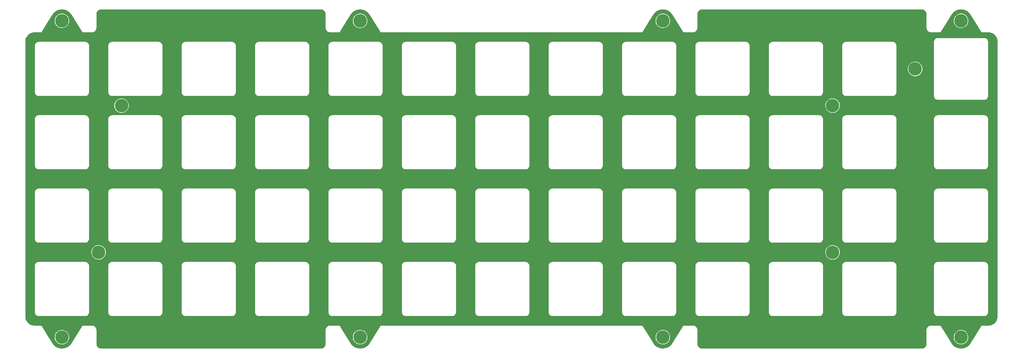
<source format=gbr>
G04 #@! TF.GenerationSoftware,KiCad,Pcbnew,(6.0.5-0)*
G04 #@! TF.CreationDate,2022-06-11T09:58:57-05:00*
G04 #@! TF.ProjectId,plate,706c6174-652e-46b6-9963-61645f706362,rev?*
G04 #@! TF.SameCoordinates,Original*
G04 #@! TF.FileFunction,Copper,L1,Top*
G04 #@! TF.FilePolarity,Positive*
%FSLAX46Y46*%
G04 Gerber Fmt 4.6, Leading zero omitted, Abs format (unit mm)*
G04 Created by KiCad (PCBNEW (6.0.5-0)) date 2022-06-11 09:58:57*
%MOMM*%
%LPD*%
G01*
G04 APERTURE LIST*
G04 #@! TA.AperFunction,ComponentPad*
%ADD10C,3.500000*%
G04 #@! TD*
G04 #@! TA.AperFunction,ViaPad*
%ADD11C,0.500000*%
G04 #@! TD*
G04 APERTURE END LIST*
D10*
X233362696Y-37504719D03*
X171450144Y-59531300D03*
X355997174Y-59531300D03*
X377429670Y-50006460D03*
X311944012Y-37504719D03*
X389334702Y-37504719D03*
X155972006Y-37504719D03*
X389334702Y-119657745D03*
X233362696Y-119657745D03*
X155972006Y-119657745D03*
X311944012Y-119657745D03*
X355997174Y-97631332D03*
X165497014Y-97631332D03*
D11*
X387531243Y-60133041D03*
G04 #@! TA.AperFunction,Conductor*
G36*
X166114704Y-34553367D02*
G01*
X166115038Y-34553319D01*
X223235637Y-34553319D01*
X223236126Y-34553340D01*
X223241146Y-34555420D01*
X223245210Y-34553737D01*
X223246625Y-34553799D01*
X223432514Y-34570072D01*
X223454140Y-34573886D01*
X223629047Y-34620769D01*
X223649685Y-34628283D01*
X223656757Y-34631582D01*
X223813779Y-34704826D01*
X223832801Y-34715811D01*
X223981117Y-34819695D01*
X223997942Y-34833818D01*
X224125956Y-34961877D01*
X224140071Y-34978706D01*
X224203634Y-35069524D01*
X224243898Y-35127053D01*
X224254877Y-35146079D01*
X224331365Y-35310211D01*
X224338869Y-35330844D01*
X224385689Y-35505769D01*
X224389496Y-35527396D01*
X224405797Y-35714366D01*
X224405816Y-35714805D01*
X224404172Y-35718771D01*
X224406202Y-35723676D01*
X224406273Y-35725310D01*
X224406273Y-35740120D01*
X224406220Y-35741098D01*
X224406273Y-35741464D01*
X224406273Y-39279760D01*
X224405563Y-39286957D01*
X224404172Y-39290314D01*
X224404172Y-39290315D01*
X224402556Y-39290314D01*
X224403711Y-39305047D01*
X224403711Y-39305048D01*
X224407666Y-39355488D01*
X224417520Y-39481182D01*
X224418672Y-39485984D01*
X224418672Y-39485987D01*
X224420280Y-39492692D01*
X224462164Y-39667358D01*
X224464056Y-39671928D01*
X224464057Y-39671932D01*
X224471090Y-39688923D01*
X224535388Y-39844256D01*
X224537973Y-39848476D01*
X224537978Y-39848485D01*
X224553021Y-39873044D01*
X224635389Y-40007518D01*
X224759703Y-40153123D01*
X224905268Y-40277483D01*
X224909487Y-40280069D01*
X224909491Y-40280072D01*
X225064276Y-40374948D01*
X225064278Y-40374949D01*
X225068499Y-40377536D01*
X225073068Y-40379429D01*
X225073074Y-40379432D01*
X225240801Y-40448922D01*
X225240803Y-40448923D01*
X225245373Y-40450816D01*
X225431535Y-40495520D01*
X225622399Y-40510544D01*
X225622399Y-40508885D01*
X225627104Y-40506937D01*
X225628563Y-40506785D01*
X226129690Y-40506820D01*
X227985617Y-40506950D01*
X227985618Y-40506950D01*
X228003985Y-40506951D01*
X228012319Y-40508345D01*
X228018551Y-40503899D01*
X228025623Y-40500970D01*
X228028857Y-40493164D01*
X228030560Y-40490437D01*
X228030788Y-40490254D01*
X228032445Y-40487420D01*
X229932795Y-37445500D01*
X231478322Y-37445500D01*
X231478497Y-37449952D01*
X231485174Y-37619887D01*
X231488777Y-37711602D01*
X231536622Y-37973575D01*
X231620902Y-38226194D01*
X231622892Y-38230177D01*
X231622893Y-38230179D01*
X231699176Y-38382843D01*
X231739936Y-38464417D01*
X231891347Y-38683491D01*
X232072117Y-38879046D01*
X232278636Y-39047180D01*
X232282453Y-39049478D01*
X232502970Y-39182240D01*
X232502974Y-39182242D01*
X232506786Y-39184537D01*
X232644255Y-39242748D01*
X232747910Y-39286641D01*
X232747915Y-39286643D01*
X232752013Y-39288378D01*
X232756310Y-39289517D01*
X232756315Y-39289519D01*
X232880719Y-39322503D01*
X233009425Y-39356629D01*
X233273886Y-39387930D01*
X233540119Y-39381656D01*
X233623836Y-39367722D01*
X233798421Y-39338663D01*
X233798425Y-39338662D01*
X233802811Y-39337932D01*
X233807052Y-39336591D01*
X233807055Y-39336590D01*
X234052477Y-39258973D01*
X234052479Y-39258972D01*
X234056723Y-39257630D01*
X234296786Y-39142353D01*
X234408107Y-39067971D01*
X234514504Y-38996879D01*
X234514508Y-38996876D01*
X234518212Y-38994401D01*
X234521529Y-38991430D01*
X234521533Y-38991427D01*
X234713266Y-38819696D01*
X234716582Y-38816726D01*
X234747856Y-38779522D01*
X234885072Y-38616284D01*
X234885074Y-38616282D01*
X234887939Y-38612873D01*
X235028863Y-38386909D01*
X235098153Y-38230179D01*
X235134744Y-38147410D01*
X235136542Y-38143343D01*
X235208829Y-37887035D01*
X235231804Y-37715982D01*
X235243853Y-37626280D01*
X235243854Y-37626272D01*
X235244280Y-37623098D01*
X235248000Y-37504719D01*
X235229192Y-37239077D01*
X235173142Y-36978736D01*
X235080968Y-36728889D01*
X234954511Y-36494523D01*
X234796292Y-36280312D01*
X234752559Y-36235886D01*
X234612601Y-36093713D01*
X234609470Y-36090532D01*
X234605930Y-36087831D01*
X234605924Y-36087825D01*
X234401312Y-35931670D01*
X234401308Y-35931667D01*
X234397771Y-35928968D01*
X234165419Y-35798845D01*
X233917051Y-35702759D01*
X233912726Y-35701756D01*
X233912721Y-35701755D01*
X233809133Y-35677745D01*
X233657623Y-35642626D01*
X233392309Y-35619648D01*
X233387874Y-35619892D01*
X233387870Y-35619892D01*
X233288361Y-35625368D01*
X233126405Y-35634281D01*
X233122045Y-35635148D01*
X233122039Y-35635149D01*
X232994281Y-35660562D01*
X232865215Y-35686235D01*
X232861005Y-35687713D01*
X232861003Y-35687714D01*
X232784489Y-35714584D01*
X232613951Y-35774473D01*
X232610000Y-35776526D01*
X232609994Y-35776528D01*
X232562849Y-35801018D01*
X232377627Y-35897233D01*
X232374012Y-35899816D01*
X232374006Y-35899820D01*
X232333218Y-35928968D01*
X232160958Y-36052067D01*
X231968267Y-36235886D01*
X231965511Y-36239381D01*
X231965510Y-36239383D01*
X231930413Y-36283904D01*
X231803398Y-36445021D01*
X231669641Y-36675300D01*
X231569665Y-36922128D01*
X231505465Y-37180580D01*
X231505011Y-37185008D01*
X231505011Y-37185010D01*
X231499015Y-37243529D01*
X231478322Y-37445500D01*
X229932795Y-37445500D01*
X230997605Y-35741041D01*
X231000401Y-35737191D01*
X231003525Y-35735341D01*
X231004495Y-35731556D01*
X231007937Y-35726817D01*
X231009201Y-35725310D01*
X231204245Y-35492827D01*
X231213617Y-35482818D01*
X231436128Y-35269779D01*
X231446542Y-35260844D01*
X231571649Y-35164834D01*
X231690906Y-35073313D01*
X231702243Y-35065556D01*
X231771184Y-35023717D01*
X231965582Y-34905740D01*
X231977671Y-34899277D01*
X232256850Y-34769079D01*
X232269590Y-34763964D01*
X232413868Y-34714983D01*
X232561272Y-34664941D01*
X232574489Y-34661244D01*
X232783863Y-34614822D01*
X232875220Y-34594567D01*
X232888775Y-34592329D01*
X233194967Y-34558792D01*
X233208686Y-34558043D01*
X233516706Y-34558043D01*
X233530425Y-34558792D01*
X233836617Y-34592329D01*
X233850172Y-34594567D01*
X233941529Y-34614822D01*
X234150903Y-34661244D01*
X234164120Y-34664941D01*
X234311524Y-34714983D01*
X234455802Y-34763964D01*
X234468542Y-34769079D01*
X234747721Y-34899277D01*
X234759810Y-34905740D01*
X234954208Y-35023717D01*
X235023149Y-35065556D01*
X235034486Y-35073313D01*
X235153744Y-35164834D01*
X235278850Y-35260844D01*
X235289264Y-35269779D01*
X235511775Y-35482818D01*
X235521138Y-35492816D01*
X235717479Y-35726845D01*
X235720895Y-35731547D01*
X235721867Y-35735341D01*
X235724999Y-35737196D01*
X235727781Y-35741024D01*
X238689253Y-40477591D01*
X238698994Y-40493171D01*
X238702224Y-40500969D01*
X238709302Y-40503901D01*
X238715539Y-40508347D01*
X238723862Y-40506952D01*
X238727098Y-40506952D01*
X238727375Y-40507048D01*
X238730641Y-40506952D01*
X306585306Y-40506952D01*
X306593634Y-40508345D01*
X306599867Y-40503899D01*
X306606940Y-40500969D01*
X306610171Y-40493167D01*
X306611879Y-40490432D01*
X306612107Y-40490249D01*
X306613759Y-40487424D01*
X308514177Y-37445500D01*
X310059638Y-37445500D01*
X310059813Y-37449952D01*
X310066490Y-37619887D01*
X310070093Y-37711602D01*
X310117938Y-37973575D01*
X310202218Y-38226194D01*
X310204208Y-38230177D01*
X310204209Y-38230179D01*
X310280492Y-38382843D01*
X310321252Y-38464417D01*
X310472663Y-38683491D01*
X310653433Y-38879046D01*
X310859952Y-39047180D01*
X310863769Y-39049478D01*
X311084286Y-39182240D01*
X311084290Y-39182242D01*
X311088102Y-39184537D01*
X311225571Y-39242748D01*
X311329226Y-39286641D01*
X311329231Y-39286643D01*
X311333329Y-39288378D01*
X311337626Y-39289517D01*
X311337631Y-39289519D01*
X311462035Y-39322503D01*
X311590741Y-39356629D01*
X311855202Y-39387930D01*
X312121435Y-39381656D01*
X312205152Y-39367722D01*
X312379737Y-39338663D01*
X312379741Y-39338662D01*
X312384127Y-39337932D01*
X312388368Y-39336591D01*
X312388371Y-39336590D01*
X312633793Y-39258973D01*
X312633795Y-39258972D01*
X312638039Y-39257630D01*
X312878102Y-39142353D01*
X312989423Y-39067971D01*
X313095820Y-38996879D01*
X313095824Y-38996876D01*
X313099528Y-38994401D01*
X313102845Y-38991430D01*
X313102849Y-38991427D01*
X313294582Y-38819696D01*
X313297898Y-38816726D01*
X313329172Y-38779522D01*
X313466388Y-38616284D01*
X313466390Y-38616282D01*
X313469255Y-38612873D01*
X313610179Y-38386909D01*
X313679469Y-38230179D01*
X313716060Y-38147410D01*
X313717858Y-38143343D01*
X313790145Y-37887035D01*
X313813120Y-37715982D01*
X313825169Y-37626280D01*
X313825170Y-37626272D01*
X313825596Y-37623098D01*
X313829316Y-37504719D01*
X313810508Y-37239077D01*
X313754458Y-36978736D01*
X313662284Y-36728889D01*
X313535827Y-36494523D01*
X313377608Y-36280312D01*
X313333875Y-36235886D01*
X313193917Y-36093713D01*
X313190786Y-36090532D01*
X313187246Y-36087831D01*
X313187240Y-36087825D01*
X312982628Y-35931670D01*
X312982624Y-35931667D01*
X312979087Y-35928968D01*
X312746735Y-35798845D01*
X312498367Y-35702759D01*
X312494042Y-35701756D01*
X312494037Y-35701755D01*
X312390449Y-35677745D01*
X312238939Y-35642626D01*
X311973625Y-35619648D01*
X311969190Y-35619892D01*
X311969186Y-35619892D01*
X311869677Y-35625368D01*
X311707721Y-35634281D01*
X311703361Y-35635148D01*
X311703355Y-35635149D01*
X311575597Y-35660562D01*
X311446531Y-35686235D01*
X311442321Y-35687713D01*
X311442319Y-35687714D01*
X311365805Y-35714584D01*
X311195267Y-35774473D01*
X311191316Y-35776526D01*
X311191310Y-35776528D01*
X311144165Y-35801018D01*
X310958943Y-35897233D01*
X310955328Y-35899816D01*
X310955322Y-35899820D01*
X310914534Y-35928968D01*
X310742274Y-36052067D01*
X310549583Y-36235886D01*
X310546827Y-36239381D01*
X310546826Y-36239383D01*
X310511729Y-36283904D01*
X310384714Y-36445021D01*
X310250957Y-36675300D01*
X310150981Y-36922128D01*
X310086781Y-37180580D01*
X310086327Y-37185008D01*
X310086327Y-37185010D01*
X310080331Y-37243529D01*
X310059638Y-37445500D01*
X308514177Y-37445500D01*
X309578916Y-35741215D01*
X309581717Y-35737358D01*
X309584842Y-35735508D01*
X309585812Y-35731722D01*
X309589244Y-35726997D01*
X309785543Y-35492994D01*
X309794934Y-35482964D01*
X309829517Y-35449851D01*
X309964921Y-35320200D01*
X310017410Y-35269941D01*
X310027837Y-35260995D01*
X310272188Y-35073457D01*
X310283522Y-35065702D01*
X310546837Y-34905887D01*
X310558953Y-34899409D01*
X310838107Y-34769211D01*
X310850858Y-34764091D01*
X311142528Y-34665063D01*
X311155758Y-34661362D01*
X311211805Y-34648934D01*
X311456474Y-34594679D01*
X311470017Y-34592443D01*
X311639659Y-34573858D01*
X311776216Y-34558898D01*
X311789935Y-34558149D01*
X311944022Y-34558146D01*
X312097955Y-34558143D01*
X312111668Y-34558892D01*
X312340313Y-34583931D01*
X312417857Y-34592423D01*
X312431413Y-34594661D01*
X312549008Y-34620732D01*
X312731731Y-34661242D01*
X312732132Y-34661331D01*
X312745363Y-34665032D01*
X313037033Y-34764048D01*
X313049774Y-34769163D01*
X313328943Y-34899354D01*
X313341052Y-34905827D01*
X313604100Y-35065465D01*
X313604374Y-35065631D01*
X313615713Y-35073388D01*
X313710397Y-35146051D01*
X313860077Y-35260920D01*
X313870493Y-35269856D01*
X314092987Y-35482880D01*
X314102371Y-35492901D01*
X314102816Y-35493431D01*
X314298772Y-35727004D01*
X314298786Y-35727021D01*
X314302136Y-35731632D01*
X314303102Y-35735401D01*
X314306215Y-35737245D01*
X314309090Y-35741201D01*
X317280310Y-40493172D01*
X317283541Y-40500970D01*
X317290619Y-40503901D01*
X317296856Y-40508347D01*
X317305182Y-40506951D01*
X317308412Y-40506951D01*
X317308690Y-40507047D01*
X317311953Y-40506951D01*
X318763246Y-40506849D01*
X319673764Y-40506785D01*
X319679149Y-40507257D01*
X319683080Y-40508885D01*
X319683080Y-40510566D01*
X319791998Y-40501994D01*
X319869022Y-40495932D01*
X319869025Y-40495932D01*
X319873949Y-40495544D01*
X319939086Y-40479904D01*
X320055299Y-40452000D01*
X320055301Y-40451999D01*
X320060117Y-40450843D01*
X320236998Y-40377562D01*
X320400234Y-40277509D01*
X320404011Y-40274283D01*
X320542037Y-40156365D01*
X320545805Y-40153146D01*
X320670124Y-40007538D01*
X320752504Y-39873046D01*
X320767542Y-39848496D01*
X320767548Y-39848485D01*
X320770129Y-39844272D01*
X320843356Y-39667369D01*
X320885241Y-39492697D01*
X320886849Y-39485993D01*
X320886850Y-39485987D01*
X320888001Y-39481188D01*
X320902966Y-39290314D01*
X320901307Y-39290315D01*
X320901307Y-39290314D01*
X320899916Y-39286957D01*
X320899206Y-39279760D01*
X320899206Y-35724255D01*
X320899226Y-35723800D01*
X320901307Y-35718771D01*
X320899621Y-35714705D01*
X320899682Y-35713310D01*
X320915893Y-35527387D01*
X320919702Y-35505754D01*
X320963604Y-35341734D01*
X320966522Y-35330831D01*
X320974025Y-35310198D01*
X321050524Y-35146050D01*
X321061502Y-35127028D01*
X321165345Y-34978667D01*
X321179459Y-34961840D01*
X321307483Y-34833780D01*
X321324307Y-34819659D01*
X321472633Y-34715776D01*
X321491654Y-34704792D01*
X321655771Y-34628249D01*
X321676403Y-34620738D01*
X321851322Y-34573862D01*
X321872953Y-34570048D01*
X322007546Y-34558274D01*
X322058713Y-34553798D01*
X322060253Y-34553731D01*
X322064331Y-34555420D01*
X322069370Y-34553333D01*
X322069693Y-34553319D01*
X322085784Y-34553319D01*
X322086700Y-34553368D01*
X322087042Y-34553319D01*
X379207655Y-34553319D01*
X379208131Y-34553340D01*
X379213154Y-34555420D01*
X379217218Y-34553736D01*
X379218634Y-34553798D01*
X379404534Y-34570058D01*
X379426164Y-34573873D01*
X379601079Y-34620745D01*
X379621717Y-34628258D01*
X379785831Y-34704799D01*
X379804853Y-34715784D01*
X379953175Y-34819661D01*
X379970002Y-34833783D01*
X380034056Y-34897856D01*
X380098028Y-34961846D01*
X380112143Y-34978673D01*
X380215986Y-35127032D01*
X380226961Y-35146049D01*
X380303457Y-35310190D01*
X380310964Y-35330833D01*
X380357786Y-35505754D01*
X380361594Y-35527385D01*
X380369639Y-35619648D01*
X380377803Y-35713285D01*
X380377865Y-35714704D01*
X380376178Y-35718771D01*
X380378260Y-35723803D01*
X380378279Y-35724229D01*
X380378279Y-35740090D01*
X380378225Y-35741086D01*
X380378279Y-35741459D01*
X380378279Y-39279760D01*
X380377569Y-39286957D01*
X380376178Y-39290314D01*
X380376178Y-39290315D01*
X380374556Y-39290314D01*
X380389520Y-39481183D01*
X380434164Y-39667360D01*
X380507389Y-39844258D01*
X380525021Y-39873044D01*
X380604804Y-40003299D01*
X380604808Y-40003304D01*
X380607390Y-40007520D01*
X380731705Y-40153125D01*
X380877271Y-40277486D01*
X380881497Y-40280077D01*
X380881498Y-40280077D01*
X381036277Y-40374948D01*
X381040502Y-40377538D01*
X381217378Y-40450818D01*
X381222188Y-40451973D01*
X381222191Y-40451974D01*
X381304800Y-40471810D01*
X381403541Y-40495520D01*
X381408475Y-40495908D01*
X381408479Y-40495909D01*
X381472777Y-40500970D01*
X381594405Y-40510544D01*
X381594405Y-40508885D01*
X381599110Y-40506937D01*
X381600569Y-40506785D01*
X382100228Y-40506820D01*
X383956388Y-40506950D01*
X383956389Y-40506950D01*
X383974761Y-40506951D01*
X383983091Y-40508346D01*
X383989326Y-40503899D01*
X383996400Y-40500970D01*
X383999632Y-40493169D01*
X384001341Y-40490435D01*
X384001569Y-40490251D01*
X384003222Y-40487425D01*
X385574322Y-37973575D01*
X385904357Y-37445500D01*
X387450328Y-37445500D01*
X387450503Y-37449952D01*
X387457180Y-37619887D01*
X387460783Y-37711602D01*
X387508628Y-37973575D01*
X387592908Y-38226194D01*
X387594898Y-38230177D01*
X387594899Y-38230179D01*
X387671182Y-38382843D01*
X387711942Y-38464417D01*
X387863353Y-38683491D01*
X388044123Y-38879046D01*
X388250642Y-39047180D01*
X388254459Y-39049478D01*
X388474976Y-39182240D01*
X388474980Y-39182242D01*
X388478792Y-39184537D01*
X388616261Y-39242748D01*
X388719916Y-39286641D01*
X388719921Y-39286643D01*
X388724019Y-39288378D01*
X388728316Y-39289517D01*
X388728321Y-39289519D01*
X388852725Y-39322503D01*
X388981431Y-39356629D01*
X389245892Y-39387930D01*
X389512125Y-39381656D01*
X389595842Y-39367722D01*
X389770427Y-39338663D01*
X389770431Y-39338662D01*
X389774817Y-39337932D01*
X389779058Y-39336591D01*
X389779061Y-39336590D01*
X390024483Y-39258973D01*
X390024485Y-39258972D01*
X390028729Y-39257630D01*
X390268792Y-39142353D01*
X390380113Y-39067971D01*
X390486510Y-38996879D01*
X390486514Y-38996876D01*
X390490218Y-38994401D01*
X390493535Y-38991430D01*
X390493539Y-38991427D01*
X390685272Y-38819696D01*
X390688588Y-38816726D01*
X390719862Y-38779522D01*
X390857078Y-38616284D01*
X390857080Y-38616282D01*
X390859945Y-38612873D01*
X391000869Y-38386909D01*
X391070159Y-38230179D01*
X391106750Y-38147410D01*
X391108548Y-38143343D01*
X391180835Y-37887035D01*
X391203810Y-37715982D01*
X391215859Y-37626280D01*
X391215860Y-37626272D01*
X391216286Y-37623098D01*
X391220006Y-37504719D01*
X391201198Y-37239077D01*
X391145148Y-36978736D01*
X391052974Y-36728889D01*
X390926517Y-36494523D01*
X390768298Y-36280312D01*
X390724565Y-36235886D01*
X390584607Y-36093713D01*
X390581476Y-36090532D01*
X390577936Y-36087831D01*
X390577930Y-36087825D01*
X390373318Y-35931670D01*
X390373314Y-35931667D01*
X390369777Y-35928968D01*
X390137425Y-35798845D01*
X389889057Y-35702759D01*
X389884732Y-35701756D01*
X389884727Y-35701755D01*
X389781139Y-35677745D01*
X389629629Y-35642626D01*
X389364315Y-35619648D01*
X389359880Y-35619892D01*
X389359876Y-35619892D01*
X389260367Y-35625368D01*
X389098411Y-35634281D01*
X389094051Y-35635148D01*
X389094045Y-35635149D01*
X388966287Y-35660562D01*
X388837221Y-35686235D01*
X388833011Y-35687713D01*
X388833009Y-35687714D01*
X388756495Y-35714584D01*
X388585957Y-35774473D01*
X388582006Y-35776526D01*
X388582000Y-35776528D01*
X388534855Y-35801018D01*
X388349633Y-35897233D01*
X388346018Y-35899816D01*
X388346012Y-35899820D01*
X388305224Y-35928968D01*
X388132964Y-36052067D01*
X387940273Y-36235886D01*
X387937517Y-36239381D01*
X387937516Y-36239383D01*
X387902419Y-36283904D01*
X387775404Y-36445021D01*
X387641647Y-36675300D01*
X387541671Y-36922128D01*
X387477471Y-37180580D01*
X387477017Y-37185008D01*
X387477017Y-37185010D01*
X387471021Y-37243529D01*
X387450328Y-37445500D01*
X385904357Y-37445500D01*
X386969607Y-35741040D01*
X386972403Y-35737192D01*
X386975531Y-35735340D01*
X386976502Y-35731550D01*
X386979927Y-35726836D01*
X386981208Y-35725310D01*
X387176283Y-35492791D01*
X387185676Y-35482762D01*
X387408197Y-35269723D01*
X387418626Y-35260775D01*
X387663037Y-35073223D01*
X387674378Y-35065465D01*
X387936976Y-34906118D01*
X387937751Y-34905648D01*
X387949866Y-34899172D01*
X388042464Y-34855997D01*
X388229087Y-34768981D01*
X388241833Y-34763864D01*
X388533566Y-34664853D01*
X388546798Y-34661154D01*
X388847573Y-34594503D01*
X388861131Y-34592266D01*
X389167378Y-34558763D01*
X389181098Y-34558016D01*
X389332990Y-34558038D01*
X389489165Y-34558061D01*
X389502886Y-34558812D01*
X389809123Y-34592405D01*
X389822681Y-34594646D01*
X390123439Y-34661387D01*
X390136671Y-34665091D01*
X390428368Y-34764184D01*
X390441119Y-34769307D01*
X390720298Y-34899579D01*
X390732414Y-34906060D01*
X390995736Y-35065951D01*
X391007075Y-35073713D01*
X391251427Y-35261333D01*
X391261853Y-35270282D01*
X391313940Y-35320179D01*
X391484323Y-35483398D01*
X391493713Y-35493431D01*
X391674143Y-35708622D01*
X391690023Y-35727562D01*
X391693419Y-35732237D01*
X391694390Y-35736031D01*
X391697525Y-35737889D01*
X391700308Y-35741720D01*
X394661259Y-40477591D01*
X394661260Y-40477592D01*
X394671000Y-40493170D01*
X394674230Y-40500969D01*
X394681308Y-40503901D01*
X394687545Y-40508347D01*
X394695868Y-40506952D01*
X394699104Y-40506952D01*
X394699381Y-40507048D01*
X394702646Y-40506952D01*
X396474562Y-40506956D01*
X396474562Y-40507016D01*
X396474666Y-40506999D01*
X396479634Y-40509057D01*
X396484060Y-40507224D01*
X396640066Y-40516663D01*
X396755977Y-40523676D01*
X396771081Y-40525510D01*
X397035904Y-40574044D01*
X397050677Y-40577686D01*
X397307707Y-40657784D01*
X397321933Y-40663179D01*
X397567441Y-40773676D01*
X397580914Y-40780747D01*
X397811317Y-40920035D01*
X397823839Y-40928679D01*
X398035766Y-41094717D01*
X398047154Y-41104806D01*
X398237528Y-41295183D01*
X398247618Y-41306573D01*
X398393698Y-41493034D01*
X398413650Y-41518502D01*
X398422293Y-41531023D01*
X398561575Y-41761428D01*
X398568646Y-41774901D01*
X398679139Y-42020413D01*
X398684534Y-42034639D01*
X398688313Y-42046766D01*
X398764630Y-42291683D01*
X398768268Y-42306446D01*
X398801399Y-42487245D01*
X398816796Y-42571266D01*
X398818630Y-42586370D01*
X398835083Y-42858395D01*
X398832609Y-42858545D01*
X398833376Y-42862517D01*
X398833293Y-42862716D01*
X398833520Y-42863263D01*
X398834393Y-42867788D01*
X398835394Y-42867788D01*
X398835394Y-42884153D01*
X398835344Y-42885079D01*
X398835394Y-42885424D01*
X398835394Y-114295071D01*
X398835334Y-114295071D01*
X398835351Y-114295175D01*
X398833293Y-114300143D01*
X398835126Y-114304569D01*
X398834326Y-114317798D01*
X398834325Y-114317799D01*
X398818673Y-114576488D01*
X398816839Y-114591592D01*
X398768304Y-114856417D01*
X398764662Y-114871190D01*
X398684565Y-115128221D01*
X398679170Y-115142447D01*
X398568670Y-115387961D01*
X398561599Y-115401433D01*
X398422317Y-115631830D01*
X398413674Y-115644352D01*
X398247632Y-115856287D01*
X398237542Y-115867676D01*
X398047168Y-116058049D01*
X398035781Y-116068137D01*
X397988851Y-116104905D01*
X397823845Y-116234179D01*
X397811323Y-116242822D01*
X397580925Y-116382103D01*
X397567453Y-116389174D01*
X397321938Y-116499673D01*
X397307711Y-116505068D01*
X397050679Y-116585165D01*
X397035906Y-116588807D01*
X396771083Y-116637340D01*
X396755979Y-116639174D01*
X396484039Y-116655627D01*
X396483889Y-116653142D01*
X396479898Y-116653912D01*
X396479634Y-116653803D01*
X396478909Y-116654103D01*
X396474560Y-116654943D01*
X396474560Y-116655905D01*
X396469575Y-116655905D01*
X396458536Y-116655906D01*
X396458169Y-116655906D01*
X396457260Y-116655857D01*
X396456922Y-116655906D01*
X395747745Y-116655950D01*
X394695863Y-116656016D01*
X394687541Y-116654622D01*
X394681307Y-116659068D01*
X394674229Y-116662000D01*
X394671000Y-116669798D01*
X394669288Y-116672537D01*
X394669061Y-116672720D01*
X394667421Y-116675525D01*
X392113211Y-120762116D01*
X391701014Y-121421608D01*
X391698230Y-121425441D01*
X391695098Y-121427296D01*
X391694127Y-121431088D01*
X391690717Y-121435783D01*
X391494368Y-121669915D01*
X391484980Y-121679944D01*
X391451003Y-121712488D01*
X391262451Y-121893087D01*
X391252035Y-121902028D01*
X391007626Y-122089673D01*
X390996294Y-122097429D01*
X390732914Y-122257348D01*
X390720808Y-122263824D01*
X390457814Y-122386545D01*
X390441579Y-122394120D01*
X390428831Y-122399242D01*
X390137073Y-122498365D01*
X390123858Y-122502064D01*
X389831612Y-122566932D01*
X389823057Y-122568831D01*
X389809504Y-122571073D01*
X389503203Y-122604696D01*
X389489495Y-122605448D01*
X389335955Y-122605486D01*
X389181364Y-122605524D01*
X389167646Y-122604778D01*
X388970834Y-122583272D01*
X388861352Y-122571309D01*
X388847799Y-122569075D01*
X388847154Y-122568932D01*
X388733246Y-122543708D01*
X388546955Y-122502455D01*
X388533724Y-122498758D01*
X388241924Y-122399782D01*
X388229174Y-122394666D01*
X387949892Y-122264514D01*
X387937775Y-122258041D01*
X387815331Y-122183779D01*
X387674314Y-122098253D01*
X387662978Y-122090502D01*
X387418478Y-121902977D01*
X387408061Y-121894046D01*
X387300172Y-121790810D01*
X387185425Y-121681012D01*
X387176032Y-121670987D01*
X387023776Y-121489616D01*
X386979618Y-121437014D01*
X386976153Y-121432244D01*
X386975183Y-121428464D01*
X386972068Y-121426621D01*
X386969254Y-121422748D01*
X385829960Y-119598526D01*
X387450328Y-119598526D01*
X387450503Y-119602978D01*
X387457180Y-119772913D01*
X387460783Y-119864628D01*
X387508628Y-120126601D01*
X387592908Y-120379220D01*
X387594898Y-120383203D01*
X387594899Y-120383205D01*
X387671182Y-120535869D01*
X387711942Y-120617443D01*
X387863353Y-120836517D01*
X388044123Y-121032072D01*
X388250642Y-121200206D01*
X388254459Y-121202504D01*
X388474976Y-121335266D01*
X388474980Y-121335268D01*
X388478792Y-121337563D01*
X388616261Y-121395774D01*
X388719916Y-121439667D01*
X388719921Y-121439669D01*
X388724019Y-121441404D01*
X388728316Y-121442543D01*
X388728321Y-121442545D01*
X388805420Y-121462987D01*
X388981431Y-121509655D01*
X389245892Y-121540956D01*
X389512125Y-121534682D01*
X389595842Y-121520748D01*
X389770427Y-121491689D01*
X389770431Y-121491688D01*
X389774817Y-121490958D01*
X389779058Y-121489617D01*
X389779061Y-121489616D01*
X390024483Y-121411999D01*
X390024485Y-121411998D01*
X390028729Y-121410656D01*
X390268792Y-121295379D01*
X390380113Y-121220997D01*
X390486510Y-121149905D01*
X390486514Y-121149902D01*
X390490218Y-121147427D01*
X390493535Y-121144456D01*
X390493539Y-121144453D01*
X390685272Y-120972722D01*
X390688588Y-120969752D01*
X390719862Y-120932548D01*
X390857078Y-120769310D01*
X390857080Y-120769308D01*
X390859945Y-120765899D01*
X391000869Y-120539935D01*
X391070159Y-120383205D01*
X391106750Y-120300436D01*
X391108548Y-120296369D01*
X391180835Y-120040061D01*
X391203810Y-119869008D01*
X391215859Y-119779306D01*
X391215860Y-119779298D01*
X391216286Y-119776124D01*
X391220006Y-119657745D01*
X391201198Y-119392103D01*
X391145148Y-119131762D01*
X391052974Y-118881915D01*
X390926517Y-118647549D01*
X390768298Y-118433338D01*
X390724565Y-118388912D01*
X390584607Y-118246739D01*
X390581476Y-118243558D01*
X390577936Y-118240857D01*
X390577930Y-118240851D01*
X390373318Y-118084696D01*
X390373314Y-118084693D01*
X390369777Y-118081994D01*
X390137425Y-117951871D01*
X389889057Y-117855785D01*
X389884732Y-117854782D01*
X389884727Y-117854781D01*
X389781139Y-117830771D01*
X389629629Y-117795652D01*
X389364315Y-117772674D01*
X389359880Y-117772918D01*
X389359876Y-117772918D01*
X389260367Y-117778394D01*
X389098411Y-117787307D01*
X389094051Y-117788174D01*
X389094045Y-117788175D01*
X388966287Y-117813588D01*
X388837221Y-117839261D01*
X388833011Y-117840739D01*
X388833009Y-117840740D01*
X388754117Y-117868445D01*
X388585957Y-117927499D01*
X388582006Y-117929552D01*
X388582000Y-117929554D01*
X388534855Y-117954044D01*
X388349633Y-118050259D01*
X388346018Y-118052842D01*
X388346012Y-118052846D01*
X388305224Y-118081994D01*
X388132964Y-118205093D01*
X387940273Y-118388912D01*
X387937517Y-118392407D01*
X387937516Y-118392409D01*
X387902419Y-118436930D01*
X387775404Y-118598047D01*
X387641647Y-118828326D01*
X387541671Y-119075154D01*
X387477471Y-119333606D01*
X387477017Y-119338034D01*
X387477017Y-119338036D01*
X387471021Y-119396555D01*
X387450328Y-119598526D01*
X385829960Y-119598526D01*
X384000862Y-116669801D01*
X383997629Y-116661998D01*
X383990559Y-116659070D01*
X383984328Y-116654624D01*
X383975995Y-116656017D01*
X383972781Y-116656017D01*
X383972501Y-116655920D01*
X383969201Y-116656017D01*
X382514565Y-116656119D01*
X381607395Y-116656183D01*
X381602023Y-116655712D01*
X381598090Y-116654083D01*
X381598090Y-116652403D01*
X381582084Y-116653663D01*
X381582083Y-116653663D01*
X381412159Y-116667040D01*
X381412155Y-116667041D01*
X381407222Y-116667429D01*
X381402410Y-116668585D01*
X381402407Y-116668585D01*
X381225874Y-116710976D01*
X381221056Y-116712133D01*
X381216482Y-116714028D01*
X381216479Y-116714029D01*
X381095201Y-116764275D01*
X381044177Y-116785415D01*
X381039954Y-116788004D01*
X381039953Y-116788004D01*
X381039916Y-116788027D01*
X380880943Y-116885469D01*
X380877178Y-116888686D01*
X380877176Y-116888687D01*
X380877149Y-116888710D01*
X380735374Y-117009831D01*
X380611056Y-117155437D01*
X380511050Y-117318702D01*
X380437821Y-117495602D01*
X380436668Y-117500410D01*
X380436667Y-117500413D01*
X380394325Y-117676971D01*
X380394324Y-117676977D01*
X380393172Y-117681781D01*
X380392785Y-117686714D01*
X380392785Y-117686715D01*
X380379605Y-117854781D01*
X380378203Y-117872653D01*
X380379863Y-117872653D01*
X380381808Y-117877344D01*
X380381964Y-117878846D01*
X380381964Y-121438184D01*
X380381943Y-121438662D01*
X380379863Y-121443684D01*
X380381547Y-121447748D01*
X380381485Y-121449162D01*
X380365223Y-121635070D01*
X380365189Y-121635454D01*
X380361377Y-121657076D01*
X380346083Y-121714156D01*
X380314407Y-121832374D01*
X380306895Y-121853012D01*
X380230199Y-122017490D01*
X380219217Y-122036511D01*
X380115128Y-122185166D01*
X380101010Y-122201991D01*
X379972689Y-122330312D01*
X379955869Y-122344427D01*
X379807201Y-122448524D01*
X379788189Y-122459501D01*
X379625889Y-122535181D01*
X379623712Y-122536196D01*
X379603076Y-122543707D01*
X379427775Y-122590677D01*
X379406155Y-122594489D01*
X379219821Y-122610788D01*
X379218443Y-122610848D01*
X379214381Y-122609166D01*
X379209366Y-122611244D01*
X379208834Y-122611267D01*
X379208143Y-122611267D01*
X379192901Y-122611266D01*
X379192002Y-122611218D01*
X379191667Y-122611266D01*
X322073258Y-122609144D01*
X322073025Y-122609134D01*
X322067931Y-122607043D01*
X322063853Y-122608747D01*
X322062652Y-122608696D01*
X322025239Y-122605534D01*
X321876114Y-122592930D01*
X321854432Y-122589169D01*
X321679025Y-122542658D01*
X321658330Y-122535182D01*
X321493692Y-122458861D01*
X321474619Y-122447902D01*
X321325759Y-122344091D01*
X321308893Y-122329988D01*
X321180370Y-122201863D01*
X321166202Y-122185026D01*
X321149258Y-122160889D01*
X321061938Y-122036504D01*
X321050916Y-122017457D01*
X320974086Y-121853061D01*
X320966545Y-121832387D01*
X320919490Y-121657132D01*
X320915661Y-121635461D01*
X320907331Y-121540433D01*
X320899353Y-121449403D01*
X320899282Y-121447756D01*
X320900968Y-121443684D01*
X320898889Y-121438667D01*
X320898872Y-121438265D01*
X320898874Y-121437115D01*
X320898891Y-121421851D01*
X320898928Y-121421168D01*
X320898892Y-121420917D01*
X320900444Y-120044346D01*
X320902881Y-117881929D01*
X320903351Y-117876612D01*
X320904992Y-117872653D01*
X320906676Y-117872653D01*
X320891706Y-117681780D01*
X320877672Y-117623262D01*
X320848211Y-117500414D01*
X320848209Y-117500408D01*
X320847056Y-117495600D01*
X320773825Y-117318699D01*
X320715984Y-117224273D01*
X320676403Y-117159656D01*
X320676400Y-117159652D01*
X320673817Y-117155435D01*
X320646558Y-117123510D01*
X320552709Y-117013594D01*
X320552708Y-117013593D01*
X320549495Y-117009830D01*
X320407715Y-116888710D01*
X320407689Y-116888688D01*
X320407688Y-116888687D01*
X320403922Y-116885470D01*
X320399705Y-116882885D01*
X320399699Y-116882881D01*
X320244910Y-116788009D01*
X320244908Y-116788008D01*
X320240684Y-116785419D01*
X320236105Y-116783522D01*
X320236103Y-116783521D01*
X320094608Y-116724904D01*
X320063802Y-116712142D01*
X319941462Y-116682768D01*
X319882441Y-116668597D01*
X319882439Y-116668597D01*
X319877634Y-116667443D01*
X319872711Y-116667056D01*
X319872707Y-116667055D01*
X319708089Y-116654102D01*
X319686764Y-116652424D01*
X319686764Y-116654083D01*
X319682062Y-116656030D01*
X319680595Y-116656183D01*
X319177894Y-116656148D01*
X317323552Y-116656018D01*
X317323551Y-116656018D01*
X317305178Y-116656017D01*
X317296851Y-116654622D01*
X317290616Y-116659068D01*
X317283541Y-116661998D01*
X317280310Y-116669798D01*
X317278601Y-116672532D01*
X317278373Y-116672716D01*
X317276727Y-116675531D01*
X314810659Y-120621101D01*
X314310324Y-121421608D01*
X314307540Y-121425441D01*
X314304408Y-121427296D01*
X314303438Y-121431087D01*
X314300021Y-121435790D01*
X314103678Y-121669915D01*
X314094290Y-121679945D01*
X313871764Y-121893085D01*
X313861339Y-121902032D01*
X313616934Y-122089677D01*
X313605598Y-122097436D01*
X313501105Y-122160883D01*
X313342230Y-122257349D01*
X313330116Y-122263829D01*
X313050890Y-122394124D01*
X313038142Y-122399246D01*
X312746385Y-122498369D01*
X312733156Y-122502072D01*
X312497657Y-122554345D01*
X312432396Y-122568831D01*
X312432364Y-122568838D01*
X312418811Y-122571080D01*
X312112509Y-122604703D01*
X312098801Y-122605455D01*
X311945380Y-122605493D01*
X311790668Y-122605532D01*
X311776951Y-122604786D01*
X311623804Y-122588052D01*
X311470652Y-122571317D01*
X311457110Y-122569086D01*
X311156255Y-122502464D01*
X311143030Y-122498769D01*
X311142152Y-122498471D01*
X311027263Y-122459502D01*
X310851227Y-122399792D01*
X310838477Y-122394676D01*
X310649238Y-122306487D01*
X310559187Y-122264521D01*
X310547081Y-122258054D01*
X310283615Y-122098263D01*
X310272279Y-122090512D01*
X310272266Y-122090502D01*
X310027772Y-121902983D01*
X310017364Y-121894058D01*
X309794725Y-121681024D01*
X309785338Y-121671006D01*
X309588992Y-121437115D01*
X309585468Y-121432263D01*
X309584493Y-121428464D01*
X309581362Y-121426612D01*
X309578626Y-121422846D01*
X308439270Y-119598526D01*
X310059638Y-119598526D01*
X310059813Y-119602978D01*
X310066490Y-119772913D01*
X310070093Y-119864628D01*
X310117938Y-120126601D01*
X310202218Y-120379220D01*
X310204208Y-120383203D01*
X310204209Y-120383205D01*
X310280492Y-120535869D01*
X310321252Y-120617443D01*
X310472663Y-120836517D01*
X310653433Y-121032072D01*
X310859952Y-121200206D01*
X310863769Y-121202504D01*
X311084286Y-121335266D01*
X311084290Y-121335268D01*
X311088102Y-121337563D01*
X311225571Y-121395774D01*
X311329226Y-121439667D01*
X311329231Y-121439669D01*
X311333329Y-121441404D01*
X311337626Y-121442543D01*
X311337631Y-121442545D01*
X311414730Y-121462987D01*
X311590741Y-121509655D01*
X311855202Y-121540956D01*
X312121435Y-121534682D01*
X312205152Y-121520748D01*
X312379737Y-121491689D01*
X312379741Y-121491688D01*
X312384127Y-121490958D01*
X312388368Y-121489617D01*
X312388371Y-121489616D01*
X312633793Y-121411999D01*
X312633795Y-121411998D01*
X312638039Y-121410656D01*
X312878102Y-121295379D01*
X312989423Y-121220997D01*
X313095820Y-121149905D01*
X313095824Y-121149902D01*
X313099528Y-121147427D01*
X313102845Y-121144456D01*
X313102849Y-121144453D01*
X313294582Y-120972722D01*
X313297898Y-120969752D01*
X313329172Y-120932548D01*
X313466388Y-120769310D01*
X313466390Y-120769308D01*
X313469255Y-120765899D01*
X313610179Y-120539935D01*
X313679469Y-120383205D01*
X313716060Y-120300436D01*
X313717858Y-120296369D01*
X313790145Y-120040061D01*
X313813120Y-119869008D01*
X313825169Y-119779306D01*
X313825170Y-119779298D01*
X313825596Y-119776124D01*
X313829316Y-119657745D01*
X313810508Y-119392103D01*
X313754458Y-119131762D01*
X313662284Y-118881915D01*
X313535827Y-118647549D01*
X313377608Y-118433338D01*
X313333875Y-118388912D01*
X313193917Y-118246739D01*
X313190786Y-118243558D01*
X313187246Y-118240857D01*
X313187240Y-118240851D01*
X312982628Y-118084696D01*
X312982624Y-118084693D01*
X312979087Y-118081994D01*
X312746735Y-117951871D01*
X312498367Y-117855785D01*
X312494042Y-117854782D01*
X312494037Y-117854781D01*
X312390449Y-117830771D01*
X312238939Y-117795652D01*
X311973625Y-117772674D01*
X311969190Y-117772918D01*
X311969186Y-117772918D01*
X311869677Y-117778394D01*
X311707721Y-117787307D01*
X311703361Y-117788174D01*
X311703355Y-117788175D01*
X311575597Y-117813588D01*
X311446531Y-117839261D01*
X311442321Y-117840739D01*
X311442319Y-117840740D01*
X311363427Y-117868445D01*
X311195267Y-117927499D01*
X311191316Y-117929552D01*
X311191310Y-117929554D01*
X311144165Y-117954044D01*
X310958943Y-118050259D01*
X310955328Y-118052842D01*
X310955322Y-118052846D01*
X310914534Y-118081994D01*
X310742274Y-118205093D01*
X310549583Y-118388912D01*
X310546827Y-118392407D01*
X310546826Y-118392409D01*
X310511729Y-118436930D01*
X310384714Y-118598047D01*
X310250957Y-118828326D01*
X310150981Y-119075154D01*
X310086781Y-119333606D01*
X310086327Y-119338034D01*
X310086327Y-119338036D01*
X310080331Y-119396555D01*
X310059638Y-119598526D01*
X308439270Y-119598526D01*
X306644575Y-116724886D01*
X306610172Y-116669801D01*
X306606940Y-116661999D01*
X306599868Y-116659070D01*
X306593638Y-116654624D01*
X306585308Y-116656016D01*
X306582089Y-116656016D01*
X306581813Y-116655920D01*
X306578526Y-116656016D01*
X288285594Y-116656021D01*
X238723869Y-116656035D01*
X238715546Y-116654638D01*
X238709305Y-116659085D01*
X238702224Y-116662018D01*
X238698995Y-116669815D01*
X238697280Y-116672557D01*
X238697050Y-116672742D01*
X238695419Y-116675531D01*
X237833792Y-118052846D01*
X235726561Y-121421264D01*
X235723773Y-121425098D01*
X235720642Y-121426952D01*
X235719670Y-121430742D01*
X235716252Y-121435443D01*
X235519941Y-121669334D01*
X235510547Y-121679361D01*
X235288087Y-121892257D01*
X235277658Y-121901201D01*
X235033337Y-122088612D01*
X235021996Y-122096367D01*
X234758728Y-122256059D01*
X234746609Y-122262534D01*
X234467511Y-122392614D01*
X234454760Y-122397730D01*
X234353121Y-122432209D01*
X234163160Y-122496649D01*
X234149941Y-122500343D01*
X233976026Y-122538859D01*
X233849300Y-122566924D01*
X233835744Y-122569159D01*
X233529650Y-122602609D01*
X233515931Y-122603355D01*
X233362035Y-122603317D01*
X233208001Y-122603279D01*
X233194310Y-122602528D01*
X232888195Y-122568922D01*
X232874668Y-122566685D01*
X232713470Y-122530901D01*
X232574048Y-122499951D01*
X232560818Y-122496246D01*
X232269284Y-122397189D01*
X232256535Y-122392067D01*
X232124206Y-122330312D01*
X231977493Y-122261844D01*
X231965380Y-122255364D01*
X231702190Y-122095541D01*
X231690853Y-122087780D01*
X231495923Y-121938102D01*
X231446625Y-121900248D01*
X231436201Y-121891299D01*
X231213852Y-121678297D01*
X231204463Y-121668266D01*
X231176957Y-121635461D01*
X231030177Y-121460408D01*
X231008234Y-121434238D01*
X231004842Y-121429568D01*
X231003874Y-121425785D01*
X231000749Y-121423933D01*
X230997939Y-121420065D01*
X229859408Y-119598526D01*
X231478322Y-119598526D01*
X231478497Y-119602978D01*
X231485174Y-119772913D01*
X231488777Y-119864628D01*
X231536622Y-120126601D01*
X231620902Y-120379220D01*
X231622892Y-120383203D01*
X231622893Y-120383205D01*
X231699176Y-120535869D01*
X231739936Y-120617443D01*
X231891347Y-120836517D01*
X232072117Y-121032072D01*
X232278636Y-121200206D01*
X232282453Y-121202504D01*
X232502970Y-121335266D01*
X232502974Y-121335268D01*
X232506786Y-121337563D01*
X232644255Y-121395774D01*
X232747910Y-121439667D01*
X232747915Y-121439669D01*
X232752013Y-121441404D01*
X232756310Y-121442543D01*
X232756315Y-121442545D01*
X232833414Y-121462987D01*
X233009425Y-121509655D01*
X233273886Y-121540956D01*
X233540119Y-121534682D01*
X233623836Y-121520748D01*
X233798421Y-121491689D01*
X233798425Y-121491688D01*
X233802811Y-121490958D01*
X233807052Y-121489617D01*
X233807055Y-121489616D01*
X234052477Y-121411999D01*
X234052479Y-121411998D01*
X234056723Y-121410656D01*
X234296786Y-121295379D01*
X234408107Y-121220997D01*
X234514504Y-121149905D01*
X234514508Y-121149902D01*
X234518212Y-121147427D01*
X234521529Y-121144456D01*
X234521533Y-121144453D01*
X234713266Y-120972722D01*
X234716582Y-120969752D01*
X234747856Y-120932548D01*
X234885072Y-120769310D01*
X234885074Y-120769308D01*
X234887939Y-120765899D01*
X235028863Y-120539935D01*
X235098153Y-120383205D01*
X235134744Y-120300436D01*
X235136542Y-120296369D01*
X235208829Y-120040061D01*
X235231804Y-119869008D01*
X235243853Y-119779306D01*
X235243854Y-119779298D01*
X235244280Y-119776124D01*
X235248000Y-119657745D01*
X235229192Y-119392103D01*
X235173142Y-119131762D01*
X235080968Y-118881915D01*
X234954511Y-118647549D01*
X234796292Y-118433338D01*
X234752559Y-118388912D01*
X234612601Y-118246739D01*
X234609470Y-118243558D01*
X234605930Y-118240857D01*
X234605924Y-118240851D01*
X234401312Y-118084696D01*
X234401308Y-118084693D01*
X234397771Y-118081994D01*
X234165419Y-117951871D01*
X233917051Y-117855785D01*
X233912726Y-117854782D01*
X233912721Y-117854781D01*
X233809133Y-117830771D01*
X233657623Y-117795652D01*
X233392309Y-117772674D01*
X233387874Y-117772918D01*
X233387870Y-117772918D01*
X233288361Y-117778394D01*
X233126405Y-117787307D01*
X233122045Y-117788174D01*
X233122039Y-117788175D01*
X232994281Y-117813588D01*
X232865215Y-117839261D01*
X232861005Y-117840739D01*
X232861003Y-117840740D01*
X232782111Y-117868445D01*
X232613951Y-117927499D01*
X232610000Y-117929552D01*
X232609994Y-117929554D01*
X232562849Y-117954044D01*
X232377627Y-118050259D01*
X232374012Y-118052842D01*
X232374006Y-118052846D01*
X232333218Y-118081994D01*
X232160958Y-118205093D01*
X231968267Y-118388912D01*
X231965511Y-118392407D01*
X231965510Y-118392409D01*
X231930413Y-118436930D01*
X231803398Y-118598047D01*
X231669641Y-118828326D01*
X231569665Y-119075154D01*
X231505465Y-119333606D01*
X231505011Y-119338034D01*
X231505011Y-119338036D01*
X231499015Y-119396555D01*
X231478322Y-119598526D01*
X229859408Y-119598526D01*
X228038594Y-116685399D01*
X228038593Y-116685398D01*
X228028855Y-116669818D01*
X228025623Y-116662017D01*
X228018550Y-116659088D01*
X228012313Y-116654640D01*
X228003982Y-116656036D01*
X228000766Y-116656036D01*
X228000486Y-116655939D01*
X227997208Y-116656036D01*
X226562668Y-116656137D01*
X225635530Y-116656202D01*
X225629979Y-116655715D01*
X225626084Y-116654102D01*
X225626084Y-116652397D01*
X225610078Y-116653657D01*
X225610077Y-116653657D01*
X225440149Y-116667035D01*
X225440143Y-116667036D01*
X225435214Y-116667424D01*
X225430407Y-116668578D01*
X225430403Y-116668579D01*
X225360415Y-116685386D01*
X225249046Y-116712130D01*
X225072166Y-116785414D01*
X225067948Y-116788000D01*
X225067945Y-116788001D01*
X224913158Y-116882879D01*
X224913155Y-116882881D01*
X224908930Y-116885471D01*
X224905165Y-116888688D01*
X224905161Y-116888691D01*
X224767134Y-117006613D01*
X224763361Y-117009836D01*
X224639042Y-117155445D01*
X224539038Y-117318713D01*
X224465810Y-117495616D01*
X224421163Y-117681798D01*
X224420776Y-117686735D01*
X224407538Y-117855574D01*
X224406197Y-117872673D01*
X224407857Y-117872672D01*
X224409801Y-117877362D01*
X224409958Y-117878867D01*
X224409958Y-121438212D01*
X224409938Y-121438662D01*
X224407857Y-121443691D01*
X224409542Y-121447756D01*
X224409481Y-121449162D01*
X224393263Y-121635067D01*
X224389454Y-121656701D01*
X224342625Y-121831628D01*
X224335116Y-121852271D01*
X224258624Y-122016394D01*
X224247645Y-122035420D01*
X224143801Y-122183779D01*
X224129687Y-122200605D01*
X224001667Y-122328662D01*
X223984842Y-122342783D01*
X223836516Y-122446669D01*
X223817498Y-122457653D01*
X223735441Y-122495926D01*
X223653387Y-122534198D01*
X223632746Y-122541712D01*
X223457836Y-122588592D01*
X223436206Y-122592407D01*
X223268982Y-122607044D01*
X223250462Y-122608665D01*
X223248909Y-122608733D01*
X223244831Y-122607044D01*
X223239792Y-122609131D01*
X223239476Y-122609145D01*
X223223350Y-122609145D01*
X223222451Y-122609097D01*
X223222117Y-122609145D01*
X166101502Y-122609145D01*
X166101034Y-122609125D01*
X166096011Y-122607044D01*
X166091948Y-122608727D01*
X166090520Y-122608665D01*
X165904635Y-122592401D01*
X165883001Y-122588586D01*
X165708091Y-122541712D01*
X165687449Y-122534198D01*
X165523337Y-122457657D01*
X165504314Y-122446672D01*
X165355990Y-122342793D01*
X165339164Y-122328671D01*
X165211136Y-122200610D01*
X165197018Y-122183780D01*
X165093177Y-122035430D01*
X165082197Y-122016405D01*
X165005697Y-121852271D01*
X164998188Y-121831626D01*
X164951360Y-121656704D01*
X164947551Y-121635070D01*
X164931362Y-121449497D01*
X164931288Y-121447789D01*
X164932986Y-121443691D01*
X164930888Y-121438623D01*
X164930885Y-121438547D01*
X164930885Y-121422297D01*
X164930936Y-121421344D01*
X164930885Y-121420989D01*
X164930885Y-117881932D01*
X164931353Y-117876612D01*
X164932986Y-117872672D01*
X164934657Y-117872673D01*
X164919690Y-117681800D01*
X164875043Y-117495619D01*
X164866121Y-117474065D01*
X164803708Y-117323296D01*
X164801813Y-117318718D01*
X164701807Y-117155453D01*
X164674534Y-117123510D01*
X164580704Y-117013617D01*
X164577486Y-117009848D01*
X164542396Y-116979871D01*
X164435686Y-116888710D01*
X164435683Y-116888708D01*
X164431914Y-116885488D01*
X164268677Y-116785437D01*
X164264098Y-116783540D01*
X164264096Y-116783539D01*
X164096368Y-116714054D01*
X164096367Y-116714054D01*
X164091796Y-116712160D01*
X163905627Y-116667461D01*
X163900700Y-116667073D01*
X163900698Y-116667073D01*
X163785968Y-116658046D01*
X163714758Y-116652443D01*
X163714758Y-116654102D01*
X163710056Y-116656049D01*
X163708588Y-116656202D01*
X163113705Y-116656160D01*
X161351535Y-116656037D01*
X161351534Y-116656037D01*
X161333962Y-116656036D01*
X161324856Y-116654507D01*
X161318176Y-116659267D01*
X161311535Y-116662017D01*
X161308465Y-116669427D01*
X161306425Y-116672689D01*
X161306284Y-116672802D01*
X161305276Y-116674524D01*
X158335875Y-121421259D01*
X158333083Y-121425099D01*
X158329952Y-121426952D01*
X158328979Y-121430744D01*
X158325565Y-121435440D01*
X158129251Y-121669336D01*
X158119857Y-121679363D01*
X158083512Y-121714146D01*
X157898387Y-121891313D01*
X157897397Y-121892260D01*
X157886971Y-121901201D01*
X157761273Y-121997621D01*
X157642643Y-122088619D01*
X157631301Y-122096374D01*
X157368040Y-122256061D01*
X157355922Y-122262536D01*
X157076810Y-122392624D01*
X157064077Y-122397732D01*
X156772477Y-122496652D01*
X156759246Y-122500350D01*
X156458598Y-122566933D01*
X156445055Y-122569166D01*
X156267387Y-122588582D01*
X156138956Y-122602617D01*
X156125237Y-122603363D01*
X155970748Y-122603325D01*
X155817315Y-122603287D01*
X155803605Y-122602535D01*
X155695578Y-122590676D01*
X155497513Y-122568932D01*
X155483958Y-122566690D01*
X155288944Y-122523400D01*
X155183357Y-122499962D01*
X155170131Y-122496258D01*
X154878578Y-122397195D01*
X154865830Y-122392073D01*
X154586797Y-122261855D01*
X154574681Y-122255374D01*
X154456783Y-122183780D01*
X154315961Y-122098266D01*
X154311490Y-122095551D01*
X154300153Y-122087790D01*
X154055930Y-121900262D01*
X154045505Y-121891313D01*
X153823146Y-121678303D01*
X153813757Y-121668271D01*
X153617601Y-121434330D01*
X153614158Y-121429590D01*
X153613184Y-121425785D01*
X153610041Y-121423922D01*
X153607305Y-121420155D01*
X152468749Y-119598526D01*
X154087632Y-119598526D01*
X154087807Y-119602978D01*
X154094484Y-119772913D01*
X154098087Y-119864628D01*
X154145932Y-120126601D01*
X154230212Y-120379220D01*
X154232202Y-120383203D01*
X154232203Y-120383205D01*
X154308486Y-120535869D01*
X154349246Y-120617443D01*
X154500657Y-120836517D01*
X154681427Y-121032072D01*
X154887946Y-121200206D01*
X154891763Y-121202504D01*
X155112280Y-121335266D01*
X155112284Y-121335268D01*
X155116096Y-121337563D01*
X155253565Y-121395774D01*
X155357220Y-121439667D01*
X155357225Y-121439669D01*
X155361323Y-121441404D01*
X155365620Y-121442543D01*
X155365625Y-121442545D01*
X155442724Y-121462987D01*
X155618735Y-121509655D01*
X155883196Y-121540956D01*
X156149429Y-121534682D01*
X156233146Y-121520748D01*
X156407731Y-121491689D01*
X156407735Y-121491688D01*
X156412121Y-121490958D01*
X156416362Y-121489617D01*
X156416365Y-121489616D01*
X156661787Y-121411999D01*
X156661789Y-121411998D01*
X156666033Y-121410656D01*
X156906096Y-121295379D01*
X157017417Y-121220997D01*
X157123814Y-121149905D01*
X157123818Y-121149902D01*
X157127522Y-121147427D01*
X157130839Y-121144456D01*
X157130843Y-121144453D01*
X157322576Y-120972722D01*
X157325892Y-120969752D01*
X157357166Y-120932548D01*
X157494382Y-120769310D01*
X157494384Y-120769308D01*
X157497249Y-120765899D01*
X157638173Y-120539935D01*
X157707463Y-120383205D01*
X157744054Y-120300436D01*
X157745852Y-120296369D01*
X157818139Y-120040061D01*
X157841114Y-119869008D01*
X157853163Y-119779306D01*
X157853164Y-119779298D01*
X157853590Y-119776124D01*
X157857310Y-119657745D01*
X157838502Y-119392103D01*
X157782452Y-119131762D01*
X157690278Y-118881915D01*
X157563821Y-118647549D01*
X157405602Y-118433338D01*
X157361869Y-118388912D01*
X157221911Y-118246739D01*
X157218780Y-118243558D01*
X157215240Y-118240857D01*
X157215234Y-118240851D01*
X157010622Y-118084696D01*
X157010618Y-118084693D01*
X157007081Y-118081994D01*
X156774729Y-117951871D01*
X156526361Y-117855785D01*
X156522036Y-117854782D01*
X156522031Y-117854781D01*
X156418443Y-117830771D01*
X156266933Y-117795652D01*
X156001619Y-117772674D01*
X155997184Y-117772918D01*
X155997180Y-117772918D01*
X155897671Y-117778394D01*
X155735715Y-117787307D01*
X155731355Y-117788174D01*
X155731349Y-117788175D01*
X155603591Y-117813588D01*
X155474525Y-117839261D01*
X155470315Y-117840739D01*
X155470313Y-117840740D01*
X155391421Y-117868445D01*
X155223261Y-117927499D01*
X155219310Y-117929552D01*
X155219304Y-117929554D01*
X155172159Y-117954044D01*
X154986937Y-118050259D01*
X154983322Y-118052842D01*
X154983316Y-118052846D01*
X154942528Y-118081994D01*
X154770268Y-118205093D01*
X154577577Y-118388912D01*
X154574821Y-118392407D01*
X154574820Y-118392409D01*
X154539723Y-118436930D01*
X154412708Y-118598047D01*
X154278951Y-118828326D01*
X154178975Y-119075154D01*
X154114775Y-119333606D01*
X154114321Y-119338034D01*
X154114321Y-119338036D01*
X154108325Y-119396555D01*
X154087632Y-119598526D01*
X152468749Y-119598526D01*
X151154387Y-117495616D01*
X150638164Y-116669686D01*
X150634934Y-116661887D01*
X150627858Y-116658956D01*
X150621623Y-116654510D01*
X150613299Y-116655904D01*
X150610066Y-116655904D01*
X150609789Y-116655808D01*
X150606532Y-116655904D01*
X148834885Y-116655904D01*
X148834885Y-116655867D01*
X148834821Y-116655877D01*
X148829842Y-116653815D01*
X148825416Y-116655648D01*
X148553488Y-116639204D01*
X148538388Y-116637370D01*
X148405976Y-116613107D01*
X148273567Y-116588844D01*
X148258793Y-116585203D01*
X148001752Y-116505108D01*
X147987525Y-116499713D01*
X147742009Y-116389218D01*
X147728536Y-116382147D01*
X147498126Y-116242861D01*
X147485604Y-116234217D01*
X147273672Y-116068180D01*
X147262283Y-116058090D01*
X147071913Y-115867720D01*
X147061822Y-115856331D01*
X146895777Y-115644388D01*
X146887134Y-115631866D01*
X146747852Y-115401462D01*
X146740781Y-115387989D01*
X146630286Y-115142473D01*
X146624891Y-115128246D01*
X146544797Y-114871206D01*
X146541156Y-114856433D01*
X146492629Y-114591611D01*
X146490795Y-114576506D01*
X146474351Y-114304579D01*
X146476847Y-114304428D01*
X146476073Y-114300424D01*
X146476183Y-114300157D01*
X146475879Y-114299423D01*
X146475040Y-114295084D01*
X146474082Y-114295084D01*
X146474082Y-114278733D01*
X146474132Y-114277799D01*
X146474082Y-114277450D01*
X146474082Y-113156700D01*
X148943083Y-113156700D01*
X148958723Y-113335460D01*
X148960149Y-113340780D01*
X148960149Y-113340782D01*
X149003742Y-113503471D01*
X149003743Y-113503473D01*
X149005167Y-113508788D01*
X149007492Y-113513774D01*
X149007493Y-113513776D01*
X149068197Y-113643952D01*
X149081004Y-113671417D01*
X149183930Y-113818407D01*
X149310817Y-113945290D01*
X149457809Y-114048212D01*
X149516870Y-114075751D01*
X149615452Y-114121718D01*
X149615455Y-114121719D01*
X149620441Y-114124044D01*
X149793771Y-114170483D01*
X149799251Y-114170962D01*
X149799255Y-114170963D01*
X149954842Y-114184570D01*
X149972531Y-114186117D01*
X149972531Y-114184301D01*
X149977270Y-114182338D01*
X149978657Y-114182200D01*
X161963384Y-114182200D01*
X161968518Y-114182639D01*
X161972531Y-114184301D01*
X161972531Y-114186147D01*
X161989032Y-114184703D01*
X162017632Y-114182200D01*
X162151289Y-114170503D01*
X162156667Y-114169062D01*
X162285640Y-114134500D01*
X162324614Y-114124056D01*
X162329624Y-114121720D01*
X162475192Y-114053836D01*
X162487241Y-114048217D01*
X162555168Y-114000652D01*
X162629721Y-113948448D01*
X162629725Y-113948445D01*
X162634229Y-113945291D01*
X162761111Y-113818405D01*
X162864032Y-113671415D01*
X162866366Y-113666410D01*
X162937540Y-113513774D01*
X162937543Y-113513766D01*
X162939866Y-113508785D01*
X162944902Y-113489992D01*
X162984882Y-113340780D01*
X162986308Y-113335458D01*
X163001947Y-113156700D01*
X167993183Y-113156700D01*
X167994606Y-113172967D01*
X167994606Y-113172968D01*
X167994895Y-113176273D01*
X168008822Y-113335458D01*
X168055265Y-113508783D01*
X168090685Y-113584742D01*
X168128774Y-113666424D01*
X168128775Y-113666425D01*
X168131100Y-113671411D01*
X168234024Y-113818400D01*
X168357019Y-113941395D01*
X168357025Y-113941400D01*
X168360908Y-113945283D01*
X168365414Y-113948438D01*
X168365415Y-113948439D01*
X168439984Y-114000652D01*
X168507897Y-114048205D01*
X168512887Y-114050532D01*
X168512889Y-114050533D01*
X168665539Y-114121713D01*
X168665543Y-114121714D01*
X168670526Y-114124038D01*
X168675834Y-114125460D01*
X168675839Y-114125462D01*
X168764373Y-114149183D01*
X168843853Y-114170479D01*
X168849330Y-114170958D01*
X168849335Y-114170959D01*
X169004923Y-114184570D01*
X169004925Y-114184570D01*
X169022610Y-114186117D01*
X169022610Y-114184301D01*
X169027349Y-114182338D01*
X169028734Y-114182200D01*
X181013578Y-114182200D01*
X181018568Y-114182627D01*
X181022610Y-114184301D01*
X181022610Y-114186127D01*
X181201367Y-114170486D01*
X181206686Y-114169061D01*
X181206690Y-114169060D01*
X181336940Y-114134158D01*
X181374692Y-114124042D01*
X181537319Y-114048207D01*
X181541868Y-114045022D01*
X181679802Y-113948438D01*
X181679806Y-113948435D01*
X181684307Y-113945283D01*
X181811190Y-113818399D01*
X181814354Y-113813880D01*
X181910955Y-113675920D01*
X181910958Y-113675915D01*
X181914112Y-113671411D01*
X181947442Y-113599935D01*
X181987623Y-113513766D01*
X181987626Y-113513759D01*
X181989946Y-113508783D01*
X181991370Y-113503471D01*
X182034963Y-113340774D01*
X182036388Y-113335457D01*
X182052027Y-113156700D01*
X182050211Y-113156700D01*
X182048248Y-113151961D01*
X182048110Y-113150575D01*
X182048110Y-101165620D01*
X182048524Y-101160772D01*
X182050211Y-101156700D01*
X182052017Y-101156700D01*
X187043273Y-101156700D01*
X187045089Y-101156700D01*
X187047052Y-101161439D01*
X187047190Y-101162825D01*
X187047190Y-113147780D01*
X187046776Y-113152628D01*
X187045089Y-113156700D01*
X187043283Y-113156700D01*
X187058922Y-113335455D01*
X187060344Y-113340761D01*
X187060346Y-113340770D01*
X187082143Y-113422117D01*
X187105364Y-113508779D01*
X187107687Y-113513761D01*
X187107690Y-113513768D01*
X187168398Y-113643958D01*
X187181197Y-113671406D01*
X187184357Y-113675919D01*
X187261721Y-113786406D01*
X187284118Y-113818393D01*
X187287999Y-113822274D01*
X187288006Y-113822282D01*
X187410999Y-113945275D01*
X187415733Y-113948590D01*
X187553478Y-114045042D01*
X187553483Y-114045045D01*
X187557986Y-114048198D01*
X187562968Y-114050521D01*
X187562975Y-114050525D01*
X187704178Y-114116370D01*
X187720611Y-114124033D01*
X187725925Y-114125457D01*
X187725928Y-114125458D01*
X187888612Y-114169050D01*
X187888616Y-114169051D01*
X187893935Y-114170476D01*
X188072690Y-114186117D01*
X188072690Y-114184301D01*
X188077431Y-114182337D01*
X188078810Y-114182200D01*
X200063768Y-114182200D01*
X200068619Y-114182615D01*
X200072690Y-114184301D01*
X200072690Y-114186107D01*
X200088960Y-114184684D01*
X200088962Y-114184684D01*
X200207857Y-114174283D01*
X200251446Y-114170470D01*
X200256755Y-114169048D01*
X200256758Y-114169047D01*
X200419456Y-114125453D01*
X200419458Y-114125452D01*
X200424770Y-114124029D01*
X200429756Y-114121704D01*
X200429759Y-114121703D01*
X200499506Y-114089180D01*
X200587398Y-114048196D01*
X200591900Y-114045044D01*
X200591903Y-114045042D01*
X200729882Y-113948429D01*
X200729887Y-113948425D01*
X200734386Y-113945275D01*
X200861269Y-113818394D01*
X200964191Y-113671406D01*
X200966514Y-113666424D01*
X200966517Y-113666419D01*
X201037703Y-113513759D01*
X201040025Y-113508780D01*
X201041450Y-113503464D01*
X201085043Y-113340774D01*
X201085043Y-113340773D01*
X201086468Y-113335456D01*
X201102107Y-113156700D01*
X201100291Y-113156700D01*
X201098328Y-113151960D01*
X201098190Y-113150576D01*
X201098190Y-101165737D01*
X201098617Y-101160741D01*
X201100291Y-101156700D01*
X201102117Y-101156700D01*
X206093353Y-101156700D01*
X206095169Y-101156700D01*
X206097132Y-101161439D01*
X206097270Y-101162825D01*
X206097270Y-113147896D01*
X206096868Y-113152598D01*
X206095169Y-113156700D01*
X206093383Y-113156700D01*
X206101010Y-113243879D01*
X206108543Y-113329976D01*
X206109022Y-113335453D01*
X206110444Y-113340759D01*
X206110444Y-113340761D01*
X206154037Y-113503456D01*
X206155462Y-113508775D01*
X206157786Y-113513759D01*
X206157787Y-113513761D01*
X206220037Y-113647258D01*
X206231294Y-113671400D01*
X206334212Y-113818386D01*
X206461090Y-113945268D01*
X206465594Y-113948422D01*
X206465598Y-113948425D01*
X206540192Y-114000658D01*
X206608074Y-114048191D01*
X206613053Y-114050513D01*
X206613055Y-114050514D01*
X206761417Y-114119700D01*
X206770696Y-114124027D01*
X206897540Y-114158018D01*
X206938696Y-114169047D01*
X206944017Y-114170473D01*
X207122769Y-114186117D01*
X207122769Y-114184301D01*
X207127511Y-114182337D01*
X207128888Y-114182200D01*
X219113962Y-114182200D01*
X219118669Y-114182602D01*
X219122769Y-114184301D01*
X219122769Y-114186087D01*
X219301524Y-114170453D01*
X219306834Y-114169030D01*
X219306836Y-114169030D01*
X219359881Y-114154818D01*
X219474849Y-114124016D01*
X219637476Y-114048186D01*
X219784464Y-113945267D01*
X219911347Y-113818388D01*
X220014270Y-113671402D01*
X220090105Y-113508778D01*
X220091529Y-113503464D01*
X220091530Y-113503461D01*
X220135123Y-113340773D01*
X220135123Y-113340772D01*
X220136548Y-113335455D01*
X220152187Y-113156700D01*
X225143383Y-113156700D01*
X225159023Y-113335462D01*
X225205468Y-113508792D01*
X225281307Y-113671423D01*
X225284461Y-113675927D01*
X225284462Y-113675929D01*
X225381071Y-113813894D01*
X225384236Y-113818414D01*
X225511125Y-113945298D01*
X225658121Y-114048218D01*
X225717171Y-114075751D01*
X225815769Y-114121724D01*
X225815772Y-114121725D01*
X225820756Y-114124049D01*
X225826067Y-114125472D01*
X225826073Y-114125474D01*
X225988772Y-114169062D01*
X225988777Y-114169063D01*
X225994089Y-114170486D01*
X226172851Y-114186117D01*
X226172851Y-114184301D01*
X226177589Y-114182338D01*
X226178978Y-114182200D01*
X238164156Y-114182200D01*
X238168719Y-114182590D01*
X238172849Y-114184301D01*
X238172849Y-114186067D01*
X238351603Y-114170437D01*
X238524927Y-114124002D01*
X238687554Y-114048175D01*
X238834542Y-113945259D01*
X238838425Y-113941376D01*
X238838430Y-113941372D01*
X238897989Y-113881816D01*
X238961426Y-113818382D01*
X238986128Y-113783106D01*
X239061196Y-113675901D01*
X239061197Y-113675900D01*
X239064349Y-113671398D01*
X239077148Y-113643953D01*
X239137851Y-113513780D01*
X239140185Y-113508775D01*
X239186628Y-113335453D01*
X239202267Y-113156700D01*
X244193483Y-113156700D01*
X244209123Y-113335460D01*
X244210549Y-113340780D01*
X244210549Y-113340782D01*
X244254142Y-113503471D01*
X244254143Y-113503473D01*
X244255567Y-113508788D01*
X244257892Y-113513774D01*
X244257893Y-113513776D01*
X244318597Y-113643952D01*
X244331404Y-113671417D01*
X244434330Y-113818407D01*
X244561217Y-113945290D01*
X244708209Y-114048212D01*
X244767270Y-114075751D01*
X244865852Y-114121718D01*
X244865855Y-114121719D01*
X244870841Y-114124044D01*
X245044171Y-114170483D01*
X245049651Y-114170962D01*
X245049655Y-114170963D01*
X245205242Y-114184570D01*
X245222931Y-114186117D01*
X245222931Y-114184301D01*
X245227670Y-114182338D01*
X245229057Y-114182200D01*
X257213784Y-114182200D01*
X257218918Y-114182639D01*
X257222931Y-114184301D01*
X257222931Y-114186147D01*
X257239432Y-114184703D01*
X257268032Y-114182200D01*
X257401689Y-114170503D01*
X257407067Y-114169062D01*
X257536040Y-114134500D01*
X257575014Y-114124056D01*
X257580024Y-114121720D01*
X257725592Y-114053836D01*
X257737641Y-114048217D01*
X257805568Y-114000652D01*
X257880121Y-113948448D01*
X257880125Y-113948445D01*
X257884629Y-113945291D01*
X258011511Y-113818405D01*
X258114432Y-113671415D01*
X258116766Y-113666410D01*
X258187940Y-113513774D01*
X258187943Y-113513766D01*
X258190266Y-113508785D01*
X258195302Y-113489992D01*
X258235282Y-113340780D01*
X258236708Y-113335458D01*
X258252347Y-113156700D01*
X263243583Y-113156700D01*
X263245006Y-113172967D01*
X263245006Y-113172968D01*
X263245295Y-113176273D01*
X263259222Y-113335458D01*
X263305665Y-113508783D01*
X263341085Y-113584742D01*
X263379174Y-113666424D01*
X263379175Y-113666425D01*
X263381500Y-113671411D01*
X263484424Y-113818400D01*
X263607419Y-113941395D01*
X263607425Y-113941400D01*
X263611308Y-113945283D01*
X263615814Y-113948438D01*
X263615815Y-113948439D01*
X263690384Y-114000652D01*
X263758297Y-114048205D01*
X263763287Y-114050532D01*
X263763289Y-114050533D01*
X263915939Y-114121713D01*
X263915943Y-114121714D01*
X263920926Y-114124038D01*
X263926234Y-114125460D01*
X263926239Y-114125462D01*
X264014773Y-114149183D01*
X264094253Y-114170479D01*
X264099730Y-114170958D01*
X264099735Y-114170959D01*
X264255323Y-114184570D01*
X264255325Y-114184570D01*
X264273010Y-114186117D01*
X264273010Y-114184301D01*
X264277749Y-114182338D01*
X264279134Y-114182200D01*
X276263978Y-114182200D01*
X276268968Y-114182627D01*
X276273010Y-114184301D01*
X276273010Y-114186127D01*
X276451767Y-114170486D01*
X276457086Y-114169061D01*
X276457090Y-114169060D01*
X276587340Y-114134158D01*
X276625092Y-114124042D01*
X276787719Y-114048207D01*
X276792268Y-114045022D01*
X276930202Y-113948438D01*
X276930206Y-113948435D01*
X276934707Y-113945283D01*
X277061590Y-113818399D01*
X277064754Y-113813880D01*
X277161355Y-113675920D01*
X277161358Y-113675915D01*
X277164512Y-113671411D01*
X277197842Y-113599935D01*
X277238023Y-113513766D01*
X277238026Y-113513759D01*
X277240346Y-113508783D01*
X277241770Y-113503471D01*
X277285363Y-113340774D01*
X277286788Y-113335457D01*
X277302427Y-113156700D01*
X277300611Y-113156700D01*
X277298648Y-113151961D01*
X277298510Y-113150575D01*
X277298510Y-101165620D01*
X277298924Y-101160772D01*
X277300611Y-101156700D01*
X277302417Y-101156700D01*
X282293673Y-101156700D01*
X282295489Y-101156700D01*
X282297452Y-101161439D01*
X282297590Y-101162825D01*
X282297590Y-113147780D01*
X282297176Y-113152628D01*
X282295489Y-113156700D01*
X282293683Y-113156700D01*
X282309322Y-113335455D01*
X282310744Y-113340761D01*
X282310746Y-113340770D01*
X282332543Y-113422117D01*
X282355764Y-113508779D01*
X282358087Y-113513761D01*
X282358090Y-113513768D01*
X282418798Y-113643958D01*
X282431597Y-113671406D01*
X282434757Y-113675919D01*
X282512121Y-113786406D01*
X282534518Y-113818393D01*
X282538399Y-113822274D01*
X282538406Y-113822282D01*
X282661399Y-113945275D01*
X282666133Y-113948590D01*
X282803878Y-114045042D01*
X282803883Y-114045045D01*
X282808386Y-114048198D01*
X282813368Y-114050521D01*
X282813375Y-114050525D01*
X282954578Y-114116370D01*
X282971011Y-114124033D01*
X282976325Y-114125457D01*
X282976328Y-114125458D01*
X283139012Y-114169050D01*
X283139016Y-114169051D01*
X283144335Y-114170476D01*
X283323090Y-114186117D01*
X283323090Y-114184301D01*
X283327831Y-114182337D01*
X283329210Y-114182200D01*
X295314168Y-114182200D01*
X295319019Y-114182615D01*
X295323090Y-114184301D01*
X295323090Y-114186107D01*
X295339360Y-114184684D01*
X295339362Y-114184684D01*
X295458257Y-114174283D01*
X295501846Y-114170470D01*
X295507155Y-114169048D01*
X295507158Y-114169047D01*
X295669856Y-114125453D01*
X295669858Y-114125452D01*
X295675170Y-114124029D01*
X295680156Y-114121704D01*
X295680159Y-114121703D01*
X295749906Y-114089180D01*
X295837798Y-114048196D01*
X295842300Y-114045044D01*
X295842303Y-114045042D01*
X295980282Y-113948429D01*
X295980287Y-113948425D01*
X295984786Y-113945275D01*
X296111669Y-113818394D01*
X296214591Y-113671406D01*
X296216914Y-113666424D01*
X296216917Y-113666419D01*
X296288103Y-113513759D01*
X296290425Y-113508780D01*
X296291850Y-113503464D01*
X296335443Y-113340774D01*
X296335443Y-113340773D01*
X296336868Y-113335456D01*
X296352507Y-113156700D01*
X296350691Y-113156700D01*
X296348728Y-113151960D01*
X296348590Y-113150576D01*
X296348590Y-101165737D01*
X296349017Y-101160741D01*
X296350691Y-101156700D01*
X296352517Y-101156700D01*
X301343753Y-101156700D01*
X301345569Y-101156700D01*
X301347532Y-101161439D01*
X301347670Y-101162825D01*
X301347670Y-113147896D01*
X301347268Y-113152598D01*
X301345569Y-113156700D01*
X301343783Y-113156700D01*
X301351410Y-113243879D01*
X301358943Y-113329976D01*
X301359422Y-113335453D01*
X301360844Y-113340759D01*
X301360844Y-113340761D01*
X301404437Y-113503456D01*
X301405862Y-113508775D01*
X301408186Y-113513759D01*
X301408187Y-113513761D01*
X301470437Y-113647258D01*
X301481694Y-113671400D01*
X301584612Y-113818386D01*
X301711490Y-113945268D01*
X301715994Y-113948422D01*
X301715998Y-113948425D01*
X301790592Y-114000658D01*
X301858474Y-114048191D01*
X301863453Y-114050513D01*
X301863455Y-114050514D01*
X302011817Y-114119700D01*
X302021096Y-114124027D01*
X302147940Y-114158018D01*
X302189096Y-114169047D01*
X302194417Y-114170473D01*
X302373169Y-114186117D01*
X302373169Y-114184301D01*
X302377911Y-114182337D01*
X302379288Y-114182200D01*
X314364362Y-114182200D01*
X314369069Y-114182602D01*
X314373169Y-114184301D01*
X314373169Y-114186087D01*
X314551924Y-114170453D01*
X314557234Y-114169030D01*
X314557236Y-114169030D01*
X314610281Y-114154818D01*
X314725249Y-114124016D01*
X314887876Y-114048186D01*
X315034864Y-113945267D01*
X315161747Y-113818388D01*
X315264670Y-113671402D01*
X315340505Y-113508778D01*
X315341929Y-113503464D01*
X315341930Y-113503461D01*
X315385523Y-113340773D01*
X315385523Y-113340772D01*
X315386948Y-113335455D01*
X315402587Y-113156700D01*
X320393783Y-113156700D01*
X320409423Y-113335462D01*
X320455868Y-113508792D01*
X320531707Y-113671423D01*
X320534861Y-113675927D01*
X320534862Y-113675929D01*
X320631471Y-113813894D01*
X320634636Y-113818414D01*
X320761525Y-113945298D01*
X320908521Y-114048218D01*
X320967571Y-114075751D01*
X321066169Y-114121724D01*
X321066172Y-114121725D01*
X321071156Y-114124049D01*
X321076467Y-114125472D01*
X321076473Y-114125474D01*
X321239172Y-114169062D01*
X321239177Y-114169063D01*
X321244489Y-114170486D01*
X321423251Y-114186117D01*
X321423251Y-114184301D01*
X321427989Y-114182338D01*
X321429378Y-114182200D01*
X333414556Y-114182200D01*
X333419119Y-114182590D01*
X333423249Y-114184301D01*
X333423249Y-114186067D01*
X333602003Y-114170437D01*
X333775327Y-114124002D01*
X333937954Y-114048175D01*
X334084942Y-113945259D01*
X334088825Y-113941376D01*
X334088830Y-113941372D01*
X334148389Y-113881816D01*
X334211826Y-113818382D01*
X334236528Y-113783106D01*
X334311596Y-113675901D01*
X334311597Y-113675900D01*
X334314749Y-113671398D01*
X334327548Y-113643953D01*
X334388251Y-113513780D01*
X334390585Y-113508775D01*
X334437028Y-113335453D01*
X334452378Y-113160000D01*
X339443883Y-113160000D01*
X339459523Y-113338760D01*
X339460949Y-113344081D01*
X339460949Y-113344082D01*
X339503659Y-113503473D01*
X339505967Y-113512088D01*
X339508292Y-113517074D01*
X339508293Y-113517076D01*
X339577934Y-113666417D01*
X339581804Y-113674717D01*
X339684730Y-113821707D01*
X339811617Y-113948590D01*
X339816123Y-113951745D01*
X339953905Y-114048218D01*
X339958609Y-114051512D01*
X340003516Y-114072451D01*
X340116252Y-114125018D01*
X340116255Y-114125019D01*
X340121241Y-114127344D01*
X340294571Y-114173783D01*
X340300051Y-114174262D01*
X340300055Y-114174263D01*
X340455642Y-114187870D01*
X340473331Y-114189417D01*
X340473331Y-114187601D01*
X340478070Y-114185638D01*
X340479457Y-114185500D01*
X352464184Y-114185500D01*
X352469318Y-114185939D01*
X352473331Y-114187601D01*
X352473331Y-114189447D01*
X352511725Y-114186087D01*
X352527756Y-114184684D01*
X352652089Y-114173803D01*
X352662613Y-114170983D01*
X352707247Y-114159022D01*
X352825414Y-114127356D01*
X352832491Y-114124056D01*
X352983053Y-114053843D01*
X352983052Y-114053843D01*
X352988041Y-114051517D01*
X353055968Y-114003952D01*
X353130521Y-113951748D01*
X353130525Y-113951745D01*
X353135029Y-113948591D01*
X353261911Y-113821705D01*
X353364832Y-113674715D01*
X353367159Y-113669725D01*
X353438340Y-113517074D01*
X353438341Y-113517070D01*
X353440666Y-113512085D01*
X353442977Y-113503462D01*
X353485684Y-113344072D01*
X353487108Y-113338758D01*
X353502747Y-113160000D01*
X353500931Y-113160000D01*
X353499564Y-113156700D01*
X358493983Y-113156700D01*
X358495406Y-113172967D01*
X358495406Y-113172968D01*
X358495695Y-113176273D01*
X358509622Y-113335458D01*
X358556065Y-113508783D01*
X358591485Y-113584742D01*
X358629574Y-113666424D01*
X358629575Y-113666425D01*
X358631900Y-113671411D01*
X358734824Y-113818400D01*
X358857819Y-113941395D01*
X358857825Y-113941400D01*
X358861708Y-113945283D01*
X358866214Y-113948438D01*
X358866215Y-113948439D01*
X358940784Y-114000652D01*
X359008697Y-114048205D01*
X359013687Y-114050532D01*
X359013689Y-114050533D01*
X359166339Y-114121713D01*
X359166343Y-114121714D01*
X359171326Y-114124038D01*
X359176634Y-114125460D01*
X359176639Y-114125462D01*
X359265173Y-114149183D01*
X359344653Y-114170479D01*
X359350130Y-114170958D01*
X359350135Y-114170959D01*
X359505723Y-114184570D01*
X359505725Y-114184570D01*
X359523410Y-114186117D01*
X359523410Y-114184301D01*
X359528149Y-114182338D01*
X359529534Y-114182200D01*
X371514378Y-114182200D01*
X371519368Y-114182627D01*
X371523410Y-114184301D01*
X371523410Y-114186127D01*
X371702167Y-114170486D01*
X371707486Y-114169061D01*
X371707490Y-114169060D01*
X371837740Y-114134158D01*
X371875492Y-114124042D01*
X372038119Y-114048207D01*
X372042668Y-114045022D01*
X372180602Y-113948438D01*
X372180606Y-113948435D01*
X372185107Y-113945283D01*
X372311990Y-113818399D01*
X372315154Y-113813880D01*
X372411755Y-113675920D01*
X372411758Y-113675915D01*
X372414912Y-113671411D01*
X372448242Y-113599935D01*
X372488423Y-113513766D01*
X372488426Y-113513759D01*
X372490746Y-113508783D01*
X372492170Y-113503471D01*
X372535763Y-113340774D01*
X372537188Y-113335457D01*
X372552827Y-113156700D01*
X382306583Y-113156700D01*
X382308006Y-113172967D01*
X382308006Y-113172968D01*
X382308295Y-113176273D01*
X382322222Y-113335458D01*
X382368665Y-113508783D01*
X382404085Y-113584742D01*
X382442174Y-113666424D01*
X382442175Y-113666425D01*
X382444500Y-113671411D01*
X382547424Y-113818400D01*
X382670419Y-113941395D01*
X382670425Y-113941400D01*
X382674308Y-113945283D01*
X382678814Y-113948438D01*
X382678815Y-113948439D01*
X382753384Y-114000652D01*
X382821297Y-114048205D01*
X382826287Y-114050532D01*
X382826289Y-114050533D01*
X382978939Y-114121713D01*
X382978943Y-114121714D01*
X382983926Y-114124038D01*
X382989234Y-114125460D01*
X382989239Y-114125462D01*
X383077773Y-114149183D01*
X383157253Y-114170479D01*
X383162730Y-114170958D01*
X383162735Y-114170959D01*
X383318323Y-114184570D01*
X383318325Y-114184570D01*
X383336010Y-114186117D01*
X383336010Y-114184301D01*
X383340749Y-114182338D01*
X383342134Y-114182200D01*
X395326978Y-114182200D01*
X395331968Y-114182627D01*
X395336010Y-114184301D01*
X395336010Y-114186127D01*
X395514767Y-114170486D01*
X395520086Y-114169061D01*
X395520090Y-114169060D01*
X395650340Y-114134158D01*
X395688092Y-114124042D01*
X395850719Y-114048207D01*
X395855268Y-114045022D01*
X395993202Y-113948438D01*
X395993206Y-113948435D01*
X395997707Y-113945283D01*
X396124590Y-113818399D01*
X396127754Y-113813880D01*
X396224355Y-113675920D01*
X396224358Y-113675915D01*
X396227512Y-113671411D01*
X396260842Y-113599935D01*
X396301023Y-113513766D01*
X396301026Y-113513759D01*
X396303346Y-113508783D01*
X396304770Y-113503471D01*
X396348363Y-113340774D01*
X396349788Y-113335457D01*
X396365427Y-113156700D01*
X396363611Y-113156700D01*
X396361648Y-113151961D01*
X396361510Y-113150575D01*
X396361510Y-101165620D01*
X396361924Y-101160772D01*
X396363611Y-101156700D01*
X396365417Y-101156700D01*
X396349778Y-100977945D01*
X396303336Y-100804621D01*
X396241849Y-100672758D01*
X396229831Y-100646986D01*
X396229828Y-100646981D01*
X396227503Y-100641994D01*
X396149308Y-100530319D01*
X396127738Y-100499514D01*
X396127736Y-100499512D01*
X396124582Y-100495007D01*
X396120697Y-100491122D01*
X396120694Y-100491118D01*
X395997701Y-100368125D01*
X395918653Y-100312774D01*
X395855222Y-100268358D01*
X395855217Y-100268355D01*
X395850714Y-100265202D01*
X395845730Y-100262878D01*
X395845725Y-100262875D01*
X395693077Y-100191693D01*
X395688089Y-100189367D01*
X395682775Y-100187943D01*
X395682772Y-100187942D01*
X395520088Y-100144350D01*
X395520084Y-100144349D01*
X395514765Y-100142924D01*
X395336010Y-100127283D01*
X395336010Y-100129099D01*
X395331269Y-100131063D01*
X395329890Y-100131200D01*
X383344932Y-100131200D01*
X383340081Y-100130785D01*
X383336010Y-100129099D01*
X383336010Y-100127293D01*
X383319740Y-100128716D01*
X383319738Y-100128716D01*
X383212824Y-100138069D01*
X383157254Y-100142930D01*
X383151945Y-100144352D01*
X383151942Y-100144353D01*
X382989244Y-100187947D01*
X382989242Y-100187948D01*
X382983930Y-100189371D01*
X382978944Y-100191696D01*
X382978941Y-100191697D01*
X382909194Y-100224220D01*
X382821302Y-100265204D01*
X382816802Y-100268355D01*
X382816797Y-100268358D01*
X382678818Y-100364971D01*
X382674314Y-100368125D01*
X382547431Y-100495006D01*
X382444509Y-100641994D01*
X382442186Y-100646975D01*
X382442183Y-100646981D01*
X382430164Y-100672757D01*
X382368675Y-100804620D01*
X382367253Y-100809927D01*
X382367252Y-100809930D01*
X382363643Y-100823399D01*
X382322232Y-100977944D01*
X382306593Y-101156700D01*
X382308409Y-101156700D01*
X382310372Y-101161440D01*
X382310510Y-101162824D01*
X382310510Y-113147663D01*
X382310083Y-113152659D01*
X382308409Y-113156700D01*
X382306583Y-113156700D01*
X372552827Y-113156700D01*
X372551011Y-113156700D01*
X372549048Y-113151961D01*
X372548910Y-113150575D01*
X372548910Y-101165620D01*
X372549324Y-101160772D01*
X372551011Y-101156700D01*
X372552817Y-101156700D01*
X372537178Y-100977945D01*
X372490736Y-100804621D01*
X372429249Y-100672758D01*
X372417231Y-100646986D01*
X372417228Y-100646981D01*
X372414903Y-100641994D01*
X372336708Y-100530319D01*
X372315138Y-100499514D01*
X372315136Y-100499512D01*
X372311982Y-100495007D01*
X372308097Y-100491122D01*
X372308094Y-100491118D01*
X372185101Y-100368125D01*
X372106053Y-100312774D01*
X372042622Y-100268358D01*
X372042617Y-100268355D01*
X372038114Y-100265202D01*
X372033130Y-100262878D01*
X372033125Y-100262875D01*
X371880477Y-100191693D01*
X371875489Y-100189367D01*
X371870175Y-100187943D01*
X371870172Y-100187942D01*
X371707488Y-100144350D01*
X371707484Y-100144349D01*
X371702165Y-100142924D01*
X371523410Y-100127283D01*
X371523410Y-100129099D01*
X371518669Y-100131063D01*
X371517290Y-100131200D01*
X359532332Y-100131200D01*
X359527481Y-100130785D01*
X359523410Y-100129099D01*
X359523410Y-100127293D01*
X359507140Y-100128716D01*
X359507138Y-100128716D01*
X359400224Y-100138069D01*
X359344654Y-100142930D01*
X359339345Y-100144352D01*
X359339342Y-100144353D01*
X359176644Y-100187947D01*
X359176642Y-100187948D01*
X359171330Y-100189371D01*
X359166344Y-100191696D01*
X359166341Y-100191697D01*
X359096594Y-100224220D01*
X359008702Y-100265204D01*
X359004202Y-100268355D01*
X359004197Y-100268358D01*
X358866218Y-100364971D01*
X358861714Y-100368125D01*
X358734831Y-100495006D01*
X358631909Y-100641994D01*
X358629586Y-100646975D01*
X358629583Y-100646981D01*
X358617564Y-100672757D01*
X358556075Y-100804620D01*
X358554653Y-100809927D01*
X358554652Y-100809930D01*
X358551043Y-100823399D01*
X358509632Y-100977944D01*
X358493993Y-101156700D01*
X358495809Y-101156700D01*
X358497772Y-101161440D01*
X358497910Y-101162824D01*
X358497910Y-113147663D01*
X358497483Y-113152659D01*
X358495809Y-113156700D01*
X358493983Y-113156700D01*
X353499564Y-113156700D01*
X353498968Y-113155261D01*
X353498830Y-113153875D01*
X353498830Y-101168804D01*
X353499232Y-101164102D01*
X353500931Y-101160000D01*
X353502717Y-101160000D01*
X353495090Y-101072821D01*
X353487557Y-100986718D01*
X353487556Y-100986714D01*
X353487078Y-100981247D01*
X353484769Y-100972628D01*
X353442062Y-100813238D01*
X353442060Y-100813234D01*
X353440638Y-100807925D01*
X353376071Y-100669458D01*
X353367133Y-100650290D01*
X353367132Y-100650289D01*
X353364806Y-100645300D01*
X353261888Y-100498314D01*
X353135010Y-100371432D01*
X353130505Y-100368277D01*
X353130502Y-100368275D01*
X352992529Y-100271662D01*
X352992528Y-100271661D01*
X352988026Y-100268509D01*
X352980961Y-100265214D01*
X352830390Y-100194998D01*
X352830389Y-100194998D01*
X352825404Y-100192673D01*
X352652083Y-100146227D01*
X352473331Y-100130583D01*
X352473331Y-100132399D01*
X352468589Y-100134363D01*
X352467212Y-100134500D01*
X340482138Y-100134500D01*
X340477431Y-100134098D01*
X340473331Y-100132399D01*
X340473331Y-100130613D01*
X340294576Y-100146247D01*
X340289266Y-100147670D01*
X340289264Y-100147670D01*
X340236219Y-100161882D01*
X340121251Y-100192684D01*
X339958624Y-100268514D01*
X339811636Y-100371433D01*
X339684753Y-100498312D01*
X339581830Y-100645298D01*
X339505995Y-100807922D01*
X339504571Y-100813236D01*
X339504570Y-100813239D01*
X339500961Y-100826707D01*
X339459552Y-100981245D01*
X339443913Y-101160000D01*
X339445729Y-101160000D01*
X339447692Y-101164740D01*
X339447830Y-101166124D01*
X339447830Y-113150851D01*
X339447391Y-113155988D01*
X339445729Y-113160000D01*
X339443883Y-113160000D01*
X334452378Y-113160000D01*
X334452667Y-113156700D01*
X334450851Y-113156700D01*
X334448888Y-113151960D01*
X334448750Y-113150576D01*
X334448750Y-101165969D01*
X334449202Y-101160681D01*
X334450851Y-101156700D01*
X334452717Y-101156700D01*
X334437077Y-100977938D01*
X334390632Y-100804608D01*
X334314793Y-100641977D01*
X334311639Y-100637473D01*
X334311638Y-100637471D01*
X334215020Y-100499493D01*
X334211864Y-100494986D01*
X334084975Y-100368102D01*
X333937979Y-100265182D01*
X333791850Y-100197047D01*
X333780331Y-100191676D01*
X333780328Y-100191675D01*
X333775344Y-100189351D01*
X333770033Y-100187928D01*
X333770027Y-100187926D01*
X333607328Y-100144338D01*
X333607323Y-100144337D01*
X333602011Y-100142914D01*
X333423249Y-100127283D01*
X333423249Y-100129099D01*
X333418511Y-100131062D01*
X333417122Y-100131200D01*
X321431944Y-100131200D01*
X321427381Y-100130810D01*
X321423251Y-100129099D01*
X321423251Y-100127333D01*
X321244497Y-100142963D01*
X321239186Y-100144386D01*
X321239185Y-100144386D01*
X321157835Y-100166180D01*
X321071173Y-100189398D01*
X320908546Y-100265225D01*
X320761558Y-100368141D01*
X320757678Y-100372021D01*
X320757670Y-100372028D01*
X320716196Y-100413500D01*
X320634674Y-100495018D01*
X320631522Y-100499520D01*
X320631517Y-100499526D01*
X320534910Y-100637490D01*
X320531751Y-100642002D01*
X320529429Y-100646981D01*
X320529428Y-100646983D01*
X320505403Y-100698502D01*
X320455915Y-100804625D01*
X320409472Y-100977947D01*
X320393833Y-101156700D01*
X320395649Y-101156700D01*
X320397612Y-101161440D01*
X320397750Y-101162824D01*
X320397750Y-113147431D01*
X320397298Y-113152719D01*
X320395649Y-113156700D01*
X320393783Y-113156700D01*
X315402587Y-113156700D01*
X315400771Y-113156700D01*
X315398808Y-113151960D01*
X315398670Y-113150576D01*
X315398670Y-101165849D01*
X315399109Y-101160712D01*
X315400771Y-101156700D01*
X315402617Y-101156700D01*
X315386977Y-100977940D01*
X315385551Y-100972618D01*
X315341958Y-100809929D01*
X315341957Y-100809926D01*
X315340533Y-100804612D01*
X315277505Y-100669452D01*
X315267024Y-100646975D01*
X315267023Y-100646974D01*
X315264696Y-100641983D01*
X315161770Y-100494993D01*
X315034883Y-100368110D01*
X314887891Y-100265188D01*
X314791296Y-100220148D01*
X314730248Y-100191682D01*
X314730243Y-100191680D01*
X314725259Y-100189356D01*
X314551929Y-100142917D01*
X314546449Y-100142438D01*
X314546445Y-100142437D01*
X314390858Y-100128830D01*
X314373169Y-100127283D01*
X314373169Y-100129099D01*
X314368430Y-100131062D01*
X314367043Y-100131200D01*
X302382316Y-100131200D01*
X302377182Y-100130761D01*
X302373169Y-100129099D01*
X302373169Y-100127253D01*
X302356897Y-100128677D01*
X302328215Y-100131187D01*
X302194411Y-100142897D01*
X302189094Y-100144322D01*
X302189093Y-100144322D01*
X302139253Y-100157678D01*
X302021086Y-100189344D01*
X302016102Y-100191668D01*
X302016100Y-100191669D01*
X302004662Y-100197003D01*
X301858459Y-100265183D01*
X301853952Y-100268339D01*
X301790495Y-100312774D01*
X301711471Y-100368109D01*
X301584589Y-100494995D01*
X301481668Y-100641985D01*
X301479342Y-100646973D01*
X301479341Y-100646975D01*
X301467319Y-100672758D01*
X301405834Y-100804615D01*
X301404411Y-100809927D01*
X301404410Y-100809929D01*
X301382613Y-100891279D01*
X301359392Y-100977942D01*
X301343753Y-101156700D01*
X296352517Y-101156700D01*
X296351094Y-101140428D01*
X296337713Y-100987483D01*
X296336878Y-100977942D01*
X296290435Y-100804617D01*
X296228948Y-100672758D01*
X296216926Y-100646976D01*
X296216923Y-100646971D01*
X296214600Y-100641989D01*
X296111676Y-100495000D01*
X295988681Y-100372005D01*
X295988673Y-100371998D01*
X295984792Y-100368117D01*
X295905754Y-100312774D01*
X295842316Y-100268355D01*
X295837803Y-100265195D01*
X295832813Y-100262868D01*
X295832811Y-100262867D01*
X295680161Y-100191687D01*
X295680157Y-100191686D01*
X295675174Y-100189362D01*
X295669866Y-100187940D01*
X295669861Y-100187938D01*
X295581327Y-100164217D01*
X295501847Y-100142921D01*
X295496370Y-100142442D01*
X295496365Y-100142441D01*
X295340777Y-100128830D01*
X295340775Y-100128830D01*
X295323090Y-100127283D01*
X295323090Y-100129099D01*
X295318351Y-100131062D01*
X295316966Y-100131200D01*
X283332122Y-100131200D01*
X283327132Y-100130773D01*
X283323090Y-100129099D01*
X283323090Y-100127273D01*
X283144333Y-100142914D01*
X283139014Y-100144339D01*
X283139010Y-100144340D01*
X283020866Y-100175998D01*
X282971008Y-100189358D01*
X282808381Y-100265193D01*
X282803884Y-100268342D01*
X282803882Y-100268343D01*
X282665898Y-100364962D01*
X282665894Y-100364965D01*
X282661393Y-100368117D01*
X282534510Y-100495001D01*
X282531356Y-100499506D01*
X282531354Y-100499508D01*
X282434745Y-100637480D01*
X282434744Y-100637482D01*
X282431588Y-100641989D01*
X282398258Y-100713465D01*
X282358077Y-100799634D01*
X282358076Y-100799638D01*
X282355754Y-100804617D01*
X282354332Y-100809925D01*
X282354331Y-100809927D01*
X282350719Y-100823407D01*
X282309312Y-100977943D01*
X282293673Y-101156700D01*
X277302417Y-101156700D01*
X277286778Y-100977945D01*
X277240336Y-100804621D01*
X277178849Y-100672758D01*
X277166831Y-100646986D01*
X277166828Y-100646981D01*
X277164503Y-100641994D01*
X277086308Y-100530319D01*
X277064738Y-100499514D01*
X277064736Y-100499512D01*
X277061582Y-100495007D01*
X277057697Y-100491122D01*
X277057694Y-100491118D01*
X276934701Y-100368125D01*
X276855653Y-100312774D01*
X276792222Y-100268358D01*
X276792217Y-100268355D01*
X276787714Y-100265202D01*
X276782730Y-100262878D01*
X276782725Y-100262875D01*
X276630077Y-100191693D01*
X276625089Y-100189367D01*
X276619775Y-100187943D01*
X276619772Y-100187942D01*
X276457088Y-100144350D01*
X276457084Y-100144349D01*
X276451765Y-100142924D01*
X276273010Y-100127283D01*
X276273010Y-100129099D01*
X276268269Y-100131063D01*
X276266890Y-100131200D01*
X264281932Y-100131200D01*
X264277081Y-100130785D01*
X264273010Y-100129099D01*
X264273010Y-100127293D01*
X264256740Y-100128716D01*
X264256738Y-100128716D01*
X264149824Y-100138069D01*
X264094254Y-100142930D01*
X264088945Y-100144352D01*
X264088942Y-100144353D01*
X263926244Y-100187947D01*
X263926242Y-100187948D01*
X263920930Y-100189371D01*
X263915944Y-100191696D01*
X263915941Y-100191697D01*
X263846194Y-100224220D01*
X263758302Y-100265204D01*
X263753802Y-100268355D01*
X263753797Y-100268358D01*
X263615818Y-100364971D01*
X263611314Y-100368125D01*
X263484431Y-100495006D01*
X263381509Y-100641994D01*
X263379186Y-100646975D01*
X263379183Y-100646981D01*
X263367164Y-100672757D01*
X263305675Y-100804620D01*
X263304253Y-100809927D01*
X263304252Y-100809930D01*
X263300643Y-100823399D01*
X263259232Y-100977944D01*
X263243593Y-101156700D01*
X263245409Y-101156700D01*
X263247372Y-101161440D01*
X263247510Y-101162824D01*
X263247510Y-113147663D01*
X263247083Y-113152659D01*
X263245409Y-113156700D01*
X263243583Y-113156700D01*
X258252347Y-113156700D01*
X258250531Y-113156700D01*
X258248568Y-113151961D01*
X258248430Y-113150575D01*
X258248430Y-101165504D01*
X258248832Y-101160802D01*
X258250531Y-101156700D01*
X258252317Y-101156700D01*
X258237801Y-100990782D01*
X258237157Y-100983418D01*
X258237156Y-100983414D01*
X258236678Y-100977947D01*
X258235254Y-100972632D01*
X258191662Y-100809938D01*
X258191659Y-100809929D01*
X258190238Y-100804625D01*
X258177117Y-100776486D01*
X258116733Y-100646990D01*
X258116731Y-100646986D01*
X258114406Y-100642000D01*
X258011488Y-100495014D01*
X257884610Y-100368132D01*
X257880105Y-100364977D01*
X257880102Y-100364975D01*
X257742129Y-100268362D01*
X257742128Y-100268361D01*
X257737626Y-100265209D01*
X257732613Y-100262871D01*
X257579990Y-100191698D01*
X257579989Y-100191698D01*
X257575004Y-100189373D01*
X257448160Y-100155382D01*
X257407001Y-100144352D01*
X257407000Y-100144352D01*
X257401683Y-100142927D01*
X257222931Y-100127283D01*
X257222931Y-100129099D01*
X257218189Y-100131063D01*
X257216812Y-100131200D01*
X245231738Y-100131200D01*
X245227031Y-100130798D01*
X245222931Y-100129099D01*
X245222931Y-100127313D01*
X245044176Y-100142947D01*
X245038866Y-100144370D01*
X245038864Y-100144370D01*
X244985819Y-100158582D01*
X244870851Y-100189384D01*
X244708224Y-100265214D01*
X244561236Y-100368133D01*
X244434353Y-100495012D01*
X244331430Y-100641998D01*
X244255595Y-100804622D01*
X244254173Y-100809930D01*
X244254170Y-100809939D01*
X244250561Y-100823407D01*
X244209152Y-100977945D01*
X244193513Y-101156700D01*
X244195329Y-101156700D01*
X244197292Y-101161440D01*
X244197430Y-101162824D01*
X244197430Y-113147551D01*
X244196991Y-113152688D01*
X244195329Y-113156700D01*
X244193483Y-113156700D01*
X239202267Y-113156700D01*
X239200451Y-113156700D01*
X239198488Y-113151960D01*
X239198350Y-113150576D01*
X239198350Y-101165969D01*
X239198802Y-101160681D01*
X239200451Y-101156700D01*
X239202317Y-101156700D01*
X239186677Y-100977938D01*
X239140232Y-100804608D01*
X239064393Y-100641977D01*
X239061239Y-100637473D01*
X239061238Y-100637471D01*
X238964620Y-100499493D01*
X238961464Y-100494986D01*
X238834575Y-100368102D01*
X238687579Y-100265182D01*
X238541450Y-100197047D01*
X238529931Y-100191676D01*
X238529928Y-100191675D01*
X238524944Y-100189351D01*
X238519633Y-100187928D01*
X238519627Y-100187926D01*
X238356928Y-100144338D01*
X238356923Y-100144337D01*
X238351611Y-100142914D01*
X238172849Y-100127283D01*
X238172849Y-100129099D01*
X238168111Y-100131062D01*
X238166722Y-100131200D01*
X226181544Y-100131200D01*
X226176981Y-100130810D01*
X226172851Y-100129099D01*
X226172851Y-100127333D01*
X225994097Y-100142963D01*
X225988786Y-100144386D01*
X225988785Y-100144386D01*
X225907435Y-100166180D01*
X225820773Y-100189398D01*
X225658146Y-100265225D01*
X225511158Y-100368141D01*
X225507278Y-100372021D01*
X225507270Y-100372028D01*
X225465796Y-100413500D01*
X225384274Y-100495018D01*
X225381122Y-100499520D01*
X225381117Y-100499526D01*
X225284510Y-100637490D01*
X225281351Y-100642002D01*
X225279029Y-100646981D01*
X225279028Y-100646983D01*
X225255003Y-100698502D01*
X225205515Y-100804625D01*
X225159072Y-100977947D01*
X225143433Y-101156700D01*
X225145249Y-101156700D01*
X225147212Y-101161440D01*
X225147350Y-101162824D01*
X225147350Y-113147431D01*
X225146898Y-113152719D01*
X225145249Y-113156700D01*
X225143383Y-113156700D01*
X220152187Y-113156700D01*
X220150371Y-113156700D01*
X220148408Y-113151960D01*
X220148270Y-113150576D01*
X220148270Y-101165849D01*
X220148709Y-101160712D01*
X220150371Y-101156700D01*
X220152217Y-101156700D01*
X220136577Y-100977940D01*
X220135151Y-100972618D01*
X220091558Y-100809929D01*
X220091557Y-100809926D01*
X220090133Y-100804612D01*
X220027105Y-100669452D01*
X220016624Y-100646975D01*
X220016623Y-100646974D01*
X220014296Y-100641983D01*
X219911370Y-100494993D01*
X219784483Y-100368110D01*
X219637491Y-100265188D01*
X219540896Y-100220148D01*
X219479848Y-100191682D01*
X219479843Y-100191680D01*
X219474859Y-100189356D01*
X219301529Y-100142917D01*
X219296049Y-100142438D01*
X219296045Y-100142437D01*
X219140458Y-100128830D01*
X219122769Y-100127283D01*
X219122769Y-100129099D01*
X219118030Y-100131062D01*
X219116643Y-100131200D01*
X207131916Y-100131200D01*
X207126782Y-100130761D01*
X207122769Y-100129099D01*
X207122769Y-100127253D01*
X207106497Y-100128677D01*
X207077815Y-100131187D01*
X206944011Y-100142897D01*
X206938694Y-100144322D01*
X206938693Y-100144322D01*
X206888853Y-100157678D01*
X206770686Y-100189344D01*
X206765702Y-100191668D01*
X206765700Y-100191669D01*
X206754262Y-100197003D01*
X206608059Y-100265183D01*
X206603552Y-100268339D01*
X206540095Y-100312774D01*
X206461071Y-100368109D01*
X206334189Y-100494995D01*
X206231268Y-100641985D01*
X206228942Y-100646973D01*
X206228941Y-100646975D01*
X206216919Y-100672758D01*
X206155434Y-100804615D01*
X206154011Y-100809927D01*
X206154010Y-100809929D01*
X206132213Y-100891279D01*
X206108992Y-100977942D01*
X206093353Y-101156700D01*
X201102117Y-101156700D01*
X201100694Y-101140428D01*
X201087313Y-100987483D01*
X201086478Y-100977942D01*
X201040035Y-100804617D01*
X200978548Y-100672758D01*
X200966526Y-100646976D01*
X200966523Y-100646971D01*
X200964200Y-100641989D01*
X200861276Y-100495000D01*
X200738281Y-100372005D01*
X200738273Y-100371998D01*
X200734392Y-100368117D01*
X200655354Y-100312774D01*
X200591916Y-100268355D01*
X200587403Y-100265195D01*
X200582413Y-100262868D01*
X200582411Y-100262867D01*
X200429761Y-100191687D01*
X200429757Y-100191686D01*
X200424774Y-100189362D01*
X200419466Y-100187940D01*
X200419461Y-100187938D01*
X200330927Y-100164217D01*
X200251447Y-100142921D01*
X200245970Y-100142442D01*
X200245965Y-100142441D01*
X200090377Y-100128830D01*
X200090375Y-100128830D01*
X200072690Y-100127283D01*
X200072690Y-100129099D01*
X200067951Y-100131062D01*
X200066566Y-100131200D01*
X188081722Y-100131200D01*
X188076732Y-100130773D01*
X188072690Y-100129099D01*
X188072690Y-100127273D01*
X187893933Y-100142914D01*
X187888614Y-100144339D01*
X187888610Y-100144340D01*
X187770466Y-100175998D01*
X187720608Y-100189358D01*
X187557981Y-100265193D01*
X187553484Y-100268342D01*
X187553482Y-100268343D01*
X187415498Y-100364962D01*
X187415494Y-100364965D01*
X187410993Y-100368117D01*
X187284110Y-100495001D01*
X187280956Y-100499506D01*
X187280954Y-100499508D01*
X187184345Y-100637480D01*
X187184344Y-100637482D01*
X187181188Y-100641989D01*
X187147858Y-100713465D01*
X187107677Y-100799634D01*
X187107676Y-100799638D01*
X187105354Y-100804617D01*
X187103932Y-100809925D01*
X187103931Y-100809927D01*
X187100319Y-100823407D01*
X187058912Y-100977943D01*
X187043273Y-101156700D01*
X182052017Y-101156700D01*
X182036378Y-100977945D01*
X181989936Y-100804621D01*
X181928449Y-100672758D01*
X181916431Y-100646986D01*
X181916428Y-100646981D01*
X181914103Y-100641994D01*
X181835908Y-100530319D01*
X181814338Y-100499514D01*
X181814336Y-100499512D01*
X181811182Y-100495007D01*
X181807297Y-100491122D01*
X181807294Y-100491118D01*
X181684301Y-100368125D01*
X181605253Y-100312774D01*
X181541822Y-100268358D01*
X181541817Y-100268355D01*
X181537314Y-100265202D01*
X181532330Y-100262878D01*
X181532325Y-100262875D01*
X181379677Y-100191693D01*
X181374689Y-100189367D01*
X181369375Y-100187943D01*
X181369372Y-100187942D01*
X181206688Y-100144350D01*
X181206684Y-100144349D01*
X181201365Y-100142924D01*
X181022610Y-100127283D01*
X181022610Y-100129099D01*
X181017869Y-100131063D01*
X181016490Y-100131200D01*
X169031532Y-100131200D01*
X169026681Y-100130785D01*
X169022610Y-100129099D01*
X169022610Y-100127293D01*
X169006340Y-100128716D01*
X169006338Y-100128716D01*
X168899424Y-100138069D01*
X168843854Y-100142930D01*
X168838545Y-100144352D01*
X168838542Y-100144353D01*
X168675844Y-100187947D01*
X168675842Y-100187948D01*
X168670530Y-100189371D01*
X168665544Y-100191696D01*
X168665541Y-100191697D01*
X168595794Y-100224220D01*
X168507902Y-100265204D01*
X168503402Y-100268355D01*
X168503397Y-100268358D01*
X168365418Y-100364971D01*
X168360914Y-100368125D01*
X168234031Y-100495006D01*
X168131109Y-100641994D01*
X168128786Y-100646975D01*
X168128783Y-100646981D01*
X168116764Y-100672757D01*
X168055275Y-100804620D01*
X168053853Y-100809927D01*
X168053852Y-100809930D01*
X168050243Y-100823399D01*
X168008832Y-100977944D01*
X167993193Y-101156700D01*
X167995009Y-101156700D01*
X167996972Y-101161440D01*
X167997110Y-101162824D01*
X167997110Y-113147663D01*
X167996683Y-113152659D01*
X167995009Y-113156700D01*
X167993183Y-113156700D01*
X163001947Y-113156700D01*
X163000131Y-113156700D01*
X162998168Y-113151961D01*
X162998030Y-113150575D01*
X162998030Y-101165504D01*
X162998432Y-101160802D01*
X163000131Y-101156700D01*
X163001917Y-101156700D01*
X162987401Y-100990782D01*
X162986757Y-100983418D01*
X162986756Y-100983414D01*
X162986278Y-100977947D01*
X162984854Y-100972632D01*
X162941262Y-100809938D01*
X162941259Y-100809929D01*
X162939838Y-100804625D01*
X162926717Y-100776486D01*
X162866333Y-100646990D01*
X162866331Y-100646986D01*
X162864006Y-100642000D01*
X162761088Y-100495014D01*
X162634210Y-100368132D01*
X162629705Y-100364977D01*
X162629702Y-100364975D01*
X162491729Y-100268362D01*
X162491728Y-100268361D01*
X162487226Y-100265209D01*
X162482213Y-100262871D01*
X162329590Y-100191698D01*
X162329589Y-100191698D01*
X162324604Y-100189373D01*
X162197760Y-100155382D01*
X162156601Y-100144352D01*
X162156600Y-100144352D01*
X162151283Y-100142927D01*
X161972531Y-100127283D01*
X161972531Y-100129099D01*
X161967789Y-100131063D01*
X161966412Y-100131200D01*
X149981338Y-100131200D01*
X149976631Y-100130798D01*
X149972531Y-100129099D01*
X149972531Y-100127313D01*
X149793776Y-100142947D01*
X149788466Y-100144370D01*
X149788464Y-100144370D01*
X149735419Y-100158582D01*
X149620451Y-100189384D01*
X149457824Y-100265214D01*
X149310836Y-100368133D01*
X149183953Y-100495012D01*
X149081030Y-100641998D01*
X149005195Y-100804622D01*
X149003773Y-100809930D01*
X149003770Y-100809939D01*
X149000161Y-100823407D01*
X148958752Y-100977945D01*
X148943113Y-101156700D01*
X148944929Y-101156700D01*
X148946892Y-101161440D01*
X148947030Y-101162824D01*
X148947030Y-113147551D01*
X148946591Y-113152688D01*
X148944929Y-113156700D01*
X148943083Y-113156700D01*
X146474082Y-113156700D01*
X146474082Y-97572113D01*
X163612640Y-97572113D01*
X163612815Y-97576565D01*
X163619492Y-97746500D01*
X163623095Y-97838215D01*
X163670940Y-98100188D01*
X163755220Y-98352807D01*
X163757210Y-98356790D01*
X163757211Y-98356792D01*
X163833494Y-98509456D01*
X163874254Y-98591030D01*
X164025665Y-98810104D01*
X164206435Y-99005659D01*
X164412954Y-99173793D01*
X164416771Y-99176091D01*
X164637288Y-99308853D01*
X164637292Y-99308855D01*
X164641104Y-99311150D01*
X164778573Y-99369361D01*
X164882228Y-99413254D01*
X164882233Y-99413256D01*
X164886331Y-99414991D01*
X164890628Y-99416130D01*
X164890633Y-99416132D01*
X165015037Y-99449117D01*
X165143743Y-99483242D01*
X165408204Y-99514543D01*
X165674437Y-99508269D01*
X165758154Y-99494335D01*
X165932739Y-99465276D01*
X165932743Y-99465275D01*
X165937129Y-99464545D01*
X165941370Y-99463204D01*
X165941373Y-99463203D01*
X166186795Y-99385586D01*
X166186797Y-99385585D01*
X166191041Y-99384243D01*
X166431104Y-99268966D01*
X166542425Y-99194584D01*
X166648822Y-99123492D01*
X166648826Y-99123489D01*
X166652530Y-99121014D01*
X166655847Y-99118043D01*
X166655851Y-99118040D01*
X166847584Y-98946309D01*
X166850900Y-98943339D01*
X166882174Y-98906135D01*
X167019390Y-98742897D01*
X167019392Y-98742895D01*
X167022257Y-98739486D01*
X167163181Y-98513522D01*
X167232471Y-98356792D01*
X167269062Y-98274023D01*
X167270860Y-98269956D01*
X167343147Y-98013648D01*
X167366122Y-97842595D01*
X167378171Y-97752893D01*
X167378172Y-97752885D01*
X167378598Y-97749711D01*
X167382318Y-97631332D01*
X167378125Y-97572113D01*
X354112800Y-97572113D01*
X354112975Y-97576565D01*
X354119652Y-97746500D01*
X354123255Y-97838215D01*
X354171100Y-98100188D01*
X354255380Y-98352807D01*
X354257370Y-98356790D01*
X354257371Y-98356792D01*
X354333654Y-98509456D01*
X354374414Y-98591030D01*
X354525825Y-98810104D01*
X354706595Y-99005659D01*
X354913114Y-99173793D01*
X354916931Y-99176091D01*
X355137448Y-99308853D01*
X355137452Y-99308855D01*
X355141264Y-99311150D01*
X355278733Y-99369361D01*
X355382388Y-99413254D01*
X355382393Y-99413256D01*
X355386491Y-99414991D01*
X355390788Y-99416130D01*
X355390793Y-99416132D01*
X355515197Y-99449117D01*
X355643903Y-99483242D01*
X355908364Y-99514543D01*
X356174597Y-99508269D01*
X356258314Y-99494335D01*
X356432899Y-99465276D01*
X356432903Y-99465275D01*
X356437289Y-99464545D01*
X356441530Y-99463204D01*
X356441533Y-99463203D01*
X356686955Y-99385586D01*
X356686957Y-99385585D01*
X356691201Y-99384243D01*
X356931264Y-99268966D01*
X357042585Y-99194584D01*
X357148982Y-99123492D01*
X357148986Y-99123489D01*
X357152690Y-99121014D01*
X357156007Y-99118043D01*
X357156011Y-99118040D01*
X357347744Y-98946309D01*
X357351060Y-98943339D01*
X357382334Y-98906135D01*
X357519550Y-98742897D01*
X357519552Y-98742895D01*
X357522417Y-98739486D01*
X357663341Y-98513522D01*
X357732631Y-98356792D01*
X357769222Y-98274023D01*
X357771020Y-98269956D01*
X357843307Y-98013648D01*
X357866282Y-97842595D01*
X357878331Y-97752893D01*
X357878332Y-97752885D01*
X357878758Y-97749711D01*
X357882478Y-97631332D01*
X357863670Y-97365690D01*
X357807620Y-97105349D01*
X357715446Y-96855502D01*
X357588989Y-96621136D01*
X357430770Y-96406925D01*
X357387037Y-96362499D01*
X357247079Y-96220326D01*
X357243948Y-96217145D01*
X357240408Y-96214444D01*
X357240402Y-96214438D01*
X357035790Y-96058283D01*
X357035786Y-96058280D01*
X357032249Y-96055581D01*
X356799897Y-95925458D01*
X356551529Y-95829372D01*
X356547204Y-95828369D01*
X356547199Y-95828368D01*
X356443611Y-95804358D01*
X356292101Y-95769239D01*
X356026787Y-95746261D01*
X356022352Y-95746505D01*
X356022348Y-95746505D01*
X355922839Y-95751981D01*
X355760883Y-95760894D01*
X355756523Y-95761761D01*
X355756517Y-95761762D01*
X355628759Y-95787175D01*
X355499693Y-95812848D01*
X355495483Y-95814326D01*
X355495481Y-95814327D01*
X355448075Y-95830975D01*
X355248429Y-95901086D01*
X355244478Y-95903139D01*
X355244472Y-95903141D01*
X355197327Y-95927631D01*
X355012105Y-96023846D01*
X355008490Y-96026429D01*
X355008484Y-96026433D01*
X354967696Y-96055581D01*
X354795436Y-96178680D01*
X354602745Y-96362499D01*
X354599989Y-96365994D01*
X354599988Y-96365996D01*
X354564891Y-96410517D01*
X354437876Y-96571634D01*
X354304119Y-96801913D01*
X354204143Y-97048741D01*
X354139943Y-97307193D01*
X354139489Y-97311621D01*
X354139489Y-97311623D01*
X354133493Y-97370142D01*
X354112800Y-97572113D01*
X167378125Y-97572113D01*
X167363510Y-97365690D01*
X167307460Y-97105349D01*
X167215286Y-96855502D01*
X167088829Y-96621136D01*
X166930610Y-96406925D01*
X166886877Y-96362499D01*
X166746919Y-96220326D01*
X166743788Y-96217145D01*
X166740248Y-96214444D01*
X166740242Y-96214438D01*
X166535630Y-96058283D01*
X166535626Y-96058280D01*
X166532089Y-96055581D01*
X166299737Y-95925458D01*
X166051369Y-95829372D01*
X166047044Y-95828369D01*
X166047039Y-95828368D01*
X165943451Y-95804358D01*
X165791941Y-95769239D01*
X165526627Y-95746261D01*
X165522192Y-95746505D01*
X165522188Y-95746505D01*
X165422679Y-95751981D01*
X165260723Y-95760894D01*
X165256363Y-95761761D01*
X165256357Y-95761762D01*
X165128599Y-95787175D01*
X164999533Y-95812848D01*
X164995323Y-95814326D01*
X164995321Y-95814327D01*
X164947915Y-95830975D01*
X164748269Y-95901086D01*
X164744318Y-95903139D01*
X164744312Y-95903141D01*
X164697167Y-95927631D01*
X164511945Y-96023846D01*
X164508330Y-96026429D01*
X164508324Y-96026433D01*
X164467536Y-96055581D01*
X164295276Y-96178680D01*
X164102585Y-96362499D01*
X164099829Y-96365994D01*
X164099828Y-96365996D01*
X164064731Y-96410517D01*
X163937716Y-96571634D01*
X163803959Y-96801913D01*
X163703983Y-97048741D01*
X163639783Y-97307193D01*
X163639329Y-97311621D01*
X163639329Y-97311623D01*
X163633333Y-97370142D01*
X163612640Y-97572113D01*
X146474082Y-97572113D01*
X146474082Y-94106621D01*
X148943063Y-94106621D01*
X148958706Y-94285381D01*
X149005153Y-94458710D01*
X149007475Y-94463689D01*
X149007478Y-94463696D01*
X149078664Y-94616344D01*
X149080993Y-94621339D01*
X149084147Y-94625843D01*
X149084148Y-94625845D01*
X149180764Y-94763820D01*
X149180768Y-94763824D01*
X149183922Y-94768329D01*
X149187813Y-94772220D01*
X149306923Y-94891324D01*
X149306928Y-94891328D01*
X149310811Y-94895211D01*
X149315312Y-94898362D01*
X149315315Y-94898365D01*
X149315324Y-94898371D01*
X149457805Y-94998132D01*
X149548498Y-95040420D01*
X149615450Y-95071638D01*
X149615452Y-95071639D01*
X149620439Y-95073964D01*
X149793769Y-95120403D01*
X149799249Y-95120882D01*
X149799253Y-95120883D01*
X149954842Y-95134490D01*
X149972531Y-95136037D01*
X149972531Y-95134221D01*
X149977270Y-95132258D01*
X149978657Y-95132120D01*
X161963501Y-95132120D01*
X161968487Y-95132546D01*
X161972531Y-95134221D01*
X161972531Y-95136047D01*
X161988803Y-95134623D01*
X161988804Y-95134623D01*
X162056819Y-95128670D01*
X162151286Y-95120403D01*
X162156601Y-95118979D01*
X162156605Y-95118978D01*
X162247450Y-95094634D01*
X162324610Y-95073957D01*
X162329591Y-95071634D01*
X162329597Y-95071632D01*
X162482252Y-95000444D01*
X162482254Y-95000443D01*
X162487235Y-94998120D01*
X162634222Y-94895197D01*
X162761104Y-94768314D01*
X162764273Y-94763789D01*
X162860855Y-94625854D01*
X162864026Y-94621326D01*
X162939861Y-94458700D01*
X162941338Y-94453190D01*
X162984881Y-94290690D01*
X162986305Y-94285376D01*
X163001947Y-94106621D01*
X167993163Y-94106621D01*
X168008806Y-94285379D01*
X168055252Y-94458705D01*
X168057575Y-94463687D01*
X168057576Y-94463689D01*
X168128767Y-94616353D01*
X168128768Y-94616354D01*
X168131090Y-94621333D01*
X168234016Y-94768322D01*
X168360902Y-94895204D01*
X168507893Y-94998125D01*
X168512881Y-95000451D01*
X168512883Y-95000452D01*
X168559864Y-95022359D01*
X168670524Y-95073959D01*
X168675832Y-95075381D01*
X168675837Y-95075383D01*
X168838535Y-95118976D01*
X168838539Y-95118977D01*
X168843851Y-95120400D01*
X168961348Y-95130678D01*
X169004923Y-95134490D01*
X169004924Y-95134490D01*
X169022610Y-95136037D01*
X169022610Y-95134221D01*
X169027349Y-95132258D01*
X169028735Y-95132120D01*
X181013694Y-95132120D01*
X181018537Y-95132534D01*
X181022610Y-95134221D01*
X181022610Y-95136027D01*
X181201365Y-95120386D01*
X181207486Y-95118746D01*
X181369378Y-95075367D01*
X181369380Y-95075366D01*
X181374688Y-95073944D01*
X181379670Y-95071621D01*
X181532332Y-95000433D01*
X181532335Y-95000431D01*
X181537313Y-94998110D01*
X181679773Y-94898359D01*
X181679793Y-94898345D01*
X181679794Y-94898344D01*
X181684300Y-94895189D01*
X181688183Y-94891306D01*
X181688189Y-94891301D01*
X181811182Y-94768308D01*
X181814342Y-94763796D01*
X181869716Y-94684714D01*
X181914105Y-94621322D01*
X181916524Y-94616134D01*
X181987613Y-94463689D01*
X181987616Y-94463682D01*
X181989940Y-94458698D01*
X182036385Y-94285375D01*
X182052027Y-94106621D01*
X187043263Y-94106621D01*
X187058905Y-94285377D01*
X187105350Y-94458701D01*
X187107670Y-94463675D01*
X187107674Y-94463685D01*
X187178857Y-94616330D01*
X187181187Y-94621327D01*
X187184339Y-94625828D01*
X187184341Y-94625832D01*
X187255820Y-94727914D01*
X187284110Y-94768315D01*
X187407104Y-94891309D01*
X187407110Y-94891314D01*
X187410993Y-94895197D01*
X187557982Y-94998119D01*
X187562960Y-95000440D01*
X187562963Y-95000442D01*
X187648031Y-95040109D01*
X187720609Y-95073953D01*
X187725917Y-95075375D01*
X187725919Y-95075376D01*
X187888610Y-95118970D01*
X187888614Y-95118971D01*
X187893933Y-95120396D01*
X188072690Y-95136037D01*
X188072690Y-95134221D01*
X188077431Y-95132257D01*
X188078810Y-95132120D01*
X200063884Y-95132120D01*
X200068589Y-95132522D01*
X200072690Y-95134221D01*
X200072690Y-95136007D01*
X200088960Y-95134584D01*
X200088962Y-95134584D01*
X200165558Y-95127883D01*
X200251443Y-95120370D01*
X200256755Y-95118947D01*
X200256759Y-95118946D01*
X200419459Y-95075352D01*
X200424766Y-95073930D01*
X200430171Y-95071410D01*
X200582404Y-95000425D01*
X200582405Y-95000424D01*
X200587392Y-94998099D01*
X200591899Y-94994943D01*
X200591903Y-94994941D01*
X200729873Y-94898336D01*
X200734379Y-94895181D01*
X200861261Y-94768302D01*
X200864422Y-94763789D01*
X200961031Y-94625821D01*
X200961032Y-94625819D01*
X200964184Y-94621318D01*
X200966591Y-94616156D01*
X201037695Y-94463682D01*
X201037698Y-94463675D01*
X201040020Y-94458695D01*
X201086465Y-94285374D01*
X201102107Y-94106621D01*
X201100291Y-94106621D01*
X201098327Y-94101879D01*
X201098190Y-94100501D01*
X201098190Y-82115543D01*
X201098605Y-82110691D01*
X201100291Y-82106621D01*
X201102097Y-82106621D01*
X206093353Y-82106621D01*
X206095169Y-82106621D01*
X206097132Y-82111360D01*
X206097270Y-82112747D01*
X206097270Y-94097706D01*
X206096856Y-94102547D01*
X206095169Y-94106621D01*
X206093363Y-94106621D01*
X206109005Y-94285375D01*
X206155449Y-94458697D01*
X206157772Y-94463678D01*
X206157776Y-94463688D01*
X206218386Y-94593664D01*
X206231283Y-94621321D01*
X206334204Y-94768308D01*
X206461085Y-94895189D01*
X206465591Y-94898345D01*
X206465592Y-94898345D01*
X206465604Y-94898353D01*
X206608070Y-94998112D01*
X206613044Y-95000431D01*
X206613050Y-95000435D01*
X206765707Y-95071623D01*
X206765713Y-95071625D01*
X206770694Y-95073948D01*
X206847664Y-95094574D01*
X206938696Y-95118968D01*
X206938700Y-95118969D01*
X206944015Y-95120393D01*
X206993279Y-95124704D01*
X207105075Y-95134489D01*
X207105078Y-95134489D01*
X207122769Y-95136037D01*
X207122769Y-95134221D01*
X207127511Y-95132257D01*
X207128888Y-95132120D01*
X219114078Y-95132120D01*
X219118638Y-95132510D01*
X219122769Y-95134221D01*
X219122769Y-95135987D01*
X219301522Y-95120353D01*
X219306832Y-95118930D01*
X219306834Y-95118930D01*
X219359260Y-95104884D01*
X219474844Y-95073917D01*
X219479825Y-95071594D01*
X219479829Y-95071593D01*
X219585492Y-95022325D01*
X219637470Y-94998089D01*
X219779890Y-94898371D01*
X219779953Y-94898327D01*
X219779956Y-94898324D01*
X219784457Y-94895173D01*
X219911340Y-94768296D01*
X219914496Y-94763789D01*
X219914498Y-94763787D01*
X220011108Y-94625820D01*
X220011109Y-94625818D01*
X220014263Y-94621314D01*
X220016593Y-94616319D01*
X220087770Y-94463689D01*
X220090100Y-94458693D01*
X220136545Y-94285373D01*
X220152187Y-94106621D01*
X225143363Y-94106621D01*
X225159007Y-94285384D01*
X225205455Y-94458714D01*
X225207780Y-94463699D01*
X225278965Y-94616344D01*
X225281297Y-94621345D01*
X225284452Y-94625850D01*
X225284454Y-94625854D01*
X225381066Y-94763820D01*
X225384228Y-94768336D01*
X225511120Y-94895219D01*
X225515623Y-94898371D01*
X225515622Y-94898371D01*
X225653587Y-94994967D01*
X225658117Y-94998139D01*
X225710062Y-95022359D01*
X225815767Y-95071645D01*
X225815769Y-95071646D01*
X225820754Y-95073970D01*
X225826068Y-95075394D01*
X225826069Y-95075394D01*
X225988771Y-95118982D01*
X225988773Y-95118982D01*
X225994087Y-95120406D01*
X226172851Y-95136037D01*
X226172851Y-95134221D01*
X226177589Y-95132258D01*
X226178979Y-95132120D01*
X238164273Y-95132120D01*
X238168688Y-95132498D01*
X238172849Y-95134221D01*
X238172849Y-95135967D01*
X238351600Y-95120337D01*
X238356912Y-95118914D01*
X238356917Y-95118913D01*
X238519607Y-95075328D01*
X238519608Y-95075328D01*
X238524922Y-95073904D01*
X238530216Y-95071436D01*
X238635973Y-95022126D01*
X238687548Y-94998079D01*
X238692272Y-94994772D01*
X238829956Y-94898371D01*
X238834535Y-94895165D01*
X238961419Y-94768291D01*
X238964695Y-94763614D01*
X239061186Y-94625819D01*
X239061188Y-94625815D01*
X239064343Y-94621310D01*
X239066668Y-94616324D01*
X239066671Y-94616319D01*
X239137843Y-94463699D01*
X239140179Y-94458690D01*
X239157848Y-94392755D01*
X239185199Y-94290690D01*
X239185200Y-94290686D01*
X239186624Y-94285371D01*
X239202267Y-94106621D01*
X244193463Y-94106621D01*
X244209106Y-94285381D01*
X244255553Y-94458710D01*
X244257875Y-94463689D01*
X244257878Y-94463696D01*
X244329064Y-94616344D01*
X244331393Y-94621339D01*
X244334547Y-94625843D01*
X244334548Y-94625845D01*
X244431164Y-94763820D01*
X244431168Y-94763824D01*
X244434322Y-94768329D01*
X244438213Y-94772220D01*
X244557323Y-94891324D01*
X244557328Y-94891328D01*
X244561211Y-94895211D01*
X244565712Y-94898362D01*
X244565715Y-94898365D01*
X244565724Y-94898371D01*
X244708205Y-94998132D01*
X244798898Y-95040420D01*
X244865850Y-95071638D01*
X244865852Y-95071639D01*
X244870839Y-95073964D01*
X245044169Y-95120403D01*
X245049649Y-95120882D01*
X245049653Y-95120883D01*
X245205242Y-95134490D01*
X245222931Y-95136037D01*
X245222931Y-95134221D01*
X245227670Y-95132258D01*
X245229057Y-95132120D01*
X257213901Y-95132120D01*
X257218887Y-95132546D01*
X257222931Y-95134221D01*
X257222931Y-95136047D01*
X257239203Y-95134623D01*
X257239204Y-95134623D01*
X257307219Y-95128670D01*
X257401686Y-95120403D01*
X257407001Y-95118979D01*
X257407005Y-95118978D01*
X257497850Y-95094634D01*
X257575010Y-95073957D01*
X257579991Y-95071634D01*
X257579997Y-95071632D01*
X257732652Y-95000444D01*
X257732654Y-95000443D01*
X257737635Y-94998120D01*
X257884622Y-94895197D01*
X258011504Y-94768314D01*
X258014673Y-94763789D01*
X258111255Y-94625854D01*
X258114426Y-94621326D01*
X258190261Y-94458700D01*
X258191738Y-94453190D01*
X258235281Y-94290690D01*
X258236705Y-94285376D01*
X258252347Y-94106621D01*
X263243563Y-94106621D01*
X263259206Y-94285379D01*
X263305652Y-94458705D01*
X263307975Y-94463687D01*
X263307976Y-94463689D01*
X263379167Y-94616353D01*
X263379168Y-94616354D01*
X263381490Y-94621333D01*
X263484416Y-94768322D01*
X263611302Y-94895204D01*
X263758293Y-94998125D01*
X263763281Y-95000451D01*
X263763283Y-95000452D01*
X263810264Y-95022359D01*
X263920924Y-95073959D01*
X263926232Y-95075381D01*
X263926237Y-95075383D01*
X264088935Y-95118976D01*
X264088939Y-95118977D01*
X264094251Y-95120400D01*
X264211748Y-95130678D01*
X264255323Y-95134490D01*
X264255324Y-95134490D01*
X264273010Y-95136037D01*
X264273010Y-95134221D01*
X264277749Y-95132258D01*
X264279135Y-95132120D01*
X276264094Y-95132120D01*
X276268937Y-95132534D01*
X276273010Y-95134221D01*
X276273010Y-95136027D01*
X276451765Y-95120386D01*
X276457886Y-95118746D01*
X276619778Y-95075367D01*
X276619780Y-95075366D01*
X276625088Y-95073944D01*
X276630070Y-95071621D01*
X276782732Y-95000433D01*
X276782735Y-95000431D01*
X276787713Y-94998110D01*
X276930173Y-94898359D01*
X276930193Y-94898345D01*
X276930194Y-94898344D01*
X276934700Y-94895189D01*
X276938583Y-94891306D01*
X276938589Y-94891301D01*
X277061582Y-94768308D01*
X277064742Y-94763796D01*
X277120116Y-94684714D01*
X277164505Y-94621322D01*
X277166924Y-94616134D01*
X277238013Y-94463689D01*
X277238016Y-94463682D01*
X277240340Y-94458698D01*
X277286785Y-94285375D01*
X277302427Y-94106621D01*
X282293663Y-94106621D01*
X282309305Y-94285377D01*
X282355750Y-94458701D01*
X282358070Y-94463675D01*
X282358074Y-94463685D01*
X282429257Y-94616330D01*
X282431587Y-94621327D01*
X282434739Y-94625828D01*
X282434741Y-94625832D01*
X282506220Y-94727914D01*
X282534510Y-94768315D01*
X282657504Y-94891309D01*
X282657510Y-94891314D01*
X282661393Y-94895197D01*
X282808382Y-94998119D01*
X282813360Y-95000440D01*
X282813363Y-95000442D01*
X282898431Y-95040109D01*
X282971009Y-95073953D01*
X282976317Y-95075375D01*
X282976319Y-95075376D01*
X283139010Y-95118970D01*
X283139014Y-95118971D01*
X283144333Y-95120396D01*
X283323090Y-95136037D01*
X283323090Y-95134221D01*
X283327831Y-95132257D01*
X283329210Y-95132120D01*
X295314284Y-95132120D01*
X295318989Y-95132522D01*
X295323090Y-95134221D01*
X295323090Y-95136007D01*
X295339360Y-95134584D01*
X295339362Y-95134584D01*
X295415958Y-95127883D01*
X295501843Y-95120370D01*
X295507155Y-95118947D01*
X295507159Y-95118946D01*
X295669859Y-95075352D01*
X295675166Y-95073930D01*
X295680571Y-95071410D01*
X295832804Y-95000425D01*
X295832805Y-95000424D01*
X295837792Y-94998099D01*
X295842299Y-94994943D01*
X295842303Y-94994941D01*
X295980273Y-94898336D01*
X295984779Y-94895181D01*
X296111661Y-94768302D01*
X296114822Y-94763789D01*
X296211431Y-94625821D01*
X296211432Y-94625819D01*
X296214584Y-94621318D01*
X296216991Y-94616156D01*
X296288095Y-94463682D01*
X296288098Y-94463675D01*
X296290420Y-94458695D01*
X296336865Y-94285374D01*
X296352507Y-94106621D01*
X296350691Y-94106621D01*
X296348727Y-94101879D01*
X296348590Y-94100501D01*
X296348590Y-82115543D01*
X296349005Y-82110691D01*
X296350691Y-82106621D01*
X296352497Y-82106621D01*
X301343753Y-82106621D01*
X301345569Y-82106621D01*
X301347532Y-82111360D01*
X301347670Y-82112747D01*
X301347670Y-94097706D01*
X301347256Y-94102547D01*
X301345569Y-94106621D01*
X301343763Y-94106621D01*
X301359405Y-94285375D01*
X301405849Y-94458697D01*
X301408172Y-94463678D01*
X301408176Y-94463688D01*
X301468786Y-94593664D01*
X301481683Y-94621321D01*
X301584604Y-94768308D01*
X301711485Y-94895189D01*
X301715991Y-94898345D01*
X301715992Y-94898345D01*
X301716004Y-94898353D01*
X301858470Y-94998112D01*
X301863444Y-95000431D01*
X301863450Y-95000435D01*
X302016107Y-95071623D01*
X302016113Y-95071625D01*
X302021094Y-95073948D01*
X302098064Y-95094574D01*
X302189096Y-95118968D01*
X302189100Y-95118969D01*
X302194415Y-95120393D01*
X302243679Y-95124704D01*
X302355475Y-95134489D01*
X302355478Y-95134489D01*
X302373169Y-95136037D01*
X302373169Y-95134221D01*
X302377911Y-95132257D01*
X302379288Y-95132120D01*
X314364478Y-95132120D01*
X314369038Y-95132510D01*
X314373169Y-95134221D01*
X314373169Y-95135987D01*
X314551922Y-95120353D01*
X314557232Y-95118930D01*
X314557234Y-95118930D01*
X314609660Y-95104884D01*
X314725244Y-95073917D01*
X314730225Y-95071594D01*
X314730229Y-95071593D01*
X314835892Y-95022325D01*
X314887870Y-94998089D01*
X315030290Y-94898371D01*
X315030353Y-94898327D01*
X315030356Y-94898324D01*
X315034857Y-94895173D01*
X315161740Y-94768296D01*
X315164896Y-94763789D01*
X315164898Y-94763787D01*
X315261508Y-94625820D01*
X315261509Y-94625818D01*
X315264663Y-94621314D01*
X315266993Y-94616319D01*
X315338170Y-94463689D01*
X315340500Y-94458693D01*
X315386945Y-94285373D01*
X315402587Y-94106621D01*
X320393763Y-94106621D01*
X320409407Y-94285384D01*
X320455855Y-94458714D01*
X320458180Y-94463699D01*
X320529365Y-94616344D01*
X320531697Y-94621345D01*
X320534852Y-94625850D01*
X320534854Y-94625854D01*
X320631466Y-94763820D01*
X320634628Y-94768336D01*
X320761520Y-94895219D01*
X320766023Y-94898371D01*
X320766022Y-94898371D01*
X320903987Y-94994967D01*
X320908517Y-94998139D01*
X320960462Y-95022359D01*
X321066167Y-95071645D01*
X321066169Y-95071646D01*
X321071154Y-95073970D01*
X321076468Y-95075394D01*
X321076469Y-95075394D01*
X321239171Y-95118982D01*
X321239173Y-95118982D01*
X321244487Y-95120406D01*
X321423251Y-95136037D01*
X321423251Y-95134221D01*
X321427989Y-95132258D01*
X321429379Y-95132120D01*
X333414673Y-95132120D01*
X333419088Y-95132498D01*
X333423249Y-95134221D01*
X333423249Y-95135967D01*
X333602000Y-95120337D01*
X333607312Y-95118914D01*
X333607317Y-95118913D01*
X333770007Y-95075328D01*
X333770008Y-95075328D01*
X333775322Y-95073904D01*
X333780616Y-95071436D01*
X333886373Y-95022126D01*
X333937948Y-94998079D01*
X333942672Y-94994772D01*
X334080356Y-94898371D01*
X334084935Y-94895165D01*
X334211819Y-94768291D01*
X334215095Y-94763614D01*
X334311586Y-94625819D01*
X334311588Y-94625815D01*
X334314743Y-94621310D01*
X334317068Y-94616324D01*
X334317071Y-94616319D01*
X334388243Y-94463699D01*
X334390579Y-94458690D01*
X334408248Y-94392755D01*
X334435599Y-94290690D01*
X334435600Y-94290686D01*
X334437024Y-94285371D01*
X334452667Y-94106621D01*
X339443863Y-94106621D01*
X339459506Y-94285381D01*
X339505953Y-94458710D01*
X339508275Y-94463689D01*
X339508278Y-94463696D01*
X339579464Y-94616344D01*
X339581793Y-94621339D01*
X339584947Y-94625843D01*
X339584948Y-94625845D01*
X339681564Y-94763820D01*
X339681568Y-94763824D01*
X339684722Y-94768329D01*
X339688613Y-94772220D01*
X339807723Y-94891324D01*
X339807728Y-94891328D01*
X339811611Y-94895211D01*
X339816112Y-94898362D01*
X339816115Y-94898365D01*
X339816124Y-94898371D01*
X339958605Y-94998132D01*
X340049298Y-95040420D01*
X340116250Y-95071638D01*
X340116252Y-95071639D01*
X340121239Y-95073964D01*
X340294569Y-95120403D01*
X340300049Y-95120882D01*
X340300053Y-95120883D01*
X340455642Y-95134490D01*
X340473331Y-95136037D01*
X340473331Y-95134221D01*
X340478070Y-95132258D01*
X340479457Y-95132120D01*
X352464301Y-95132120D01*
X352469287Y-95132546D01*
X352473331Y-95134221D01*
X352473331Y-95136047D01*
X352489603Y-95134623D01*
X352489604Y-95134623D01*
X352557619Y-95128670D01*
X352652086Y-95120403D01*
X352657401Y-95118979D01*
X352657405Y-95118978D01*
X352748250Y-95094634D01*
X352825410Y-95073957D01*
X352830391Y-95071634D01*
X352830397Y-95071632D01*
X352983052Y-95000444D01*
X352983054Y-95000443D01*
X352988035Y-94998120D01*
X353135022Y-94895197D01*
X353261904Y-94768314D01*
X353265073Y-94763789D01*
X353361655Y-94625854D01*
X353364826Y-94621326D01*
X353440661Y-94458700D01*
X353442138Y-94453190D01*
X353485681Y-94290690D01*
X353487105Y-94285376D01*
X353502747Y-94106621D01*
X358493963Y-94106621D01*
X358509606Y-94285379D01*
X358556052Y-94458705D01*
X358558375Y-94463687D01*
X358558376Y-94463689D01*
X358629567Y-94616353D01*
X358629568Y-94616354D01*
X358631890Y-94621333D01*
X358734816Y-94768322D01*
X358861702Y-94895204D01*
X359008693Y-94998125D01*
X359013681Y-95000451D01*
X359013683Y-95000452D01*
X359060664Y-95022359D01*
X359171324Y-95073959D01*
X359176632Y-95075381D01*
X359176637Y-95075383D01*
X359339335Y-95118976D01*
X359339339Y-95118977D01*
X359344651Y-95120400D01*
X359462148Y-95130678D01*
X359505723Y-95134490D01*
X359505724Y-95134490D01*
X359523410Y-95136037D01*
X359523410Y-95134221D01*
X359528149Y-95132258D01*
X359529535Y-95132120D01*
X371514494Y-95132120D01*
X371519337Y-95132534D01*
X371523410Y-95134221D01*
X371523410Y-95136027D01*
X371702165Y-95120386D01*
X371708286Y-95118746D01*
X371870178Y-95075367D01*
X371870180Y-95075366D01*
X371875488Y-95073944D01*
X371880470Y-95071621D01*
X372033132Y-95000433D01*
X372033135Y-95000431D01*
X372038113Y-94998110D01*
X372180573Y-94898359D01*
X372180593Y-94898345D01*
X372180594Y-94898344D01*
X372185100Y-94895189D01*
X372188983Y-94891306D01*
X372188989Y-94891301D01*
X372311982Y-94768308D01*
X372315142Y-94763796D01*
X372370516Y-94684714D01*
X372414905Y-94621322D01*
X372417324Y-94616134D01*
X372488413Y-94463689D01*
X372488416Y-94463682D01*
X372490740Y-94458698D01*
X372537185Y-94285375D01*
X372552827Y-94106621D01*
X372551011Y-94106621D01*
X372550931Y-94106429D01*
X382306455Y-94106429D01*
X382307879Y-94122701D01*
X382308020Y-94124315D01*
X382322099Y-94285185D01*
X382323523Y-94290500D01*
X382323524Y-94290504D01*
X382323576Y-94290698D01*
X382368545Y-94458510D01*
X382370868Y-94463491D01*
X382370870Y-94463497D01*
X382442059Y-94616156D01*
X382442063Y-94616162D01*
X382444382Y-94621136D01*
X382447534Y-94625638D01*
X382447535Y-94625639D01*
X382447670Y-94625832D01*
X382547307Y-94768123D01*
X382674191Y-94895005D01*
X382678697Y-94898160D01*
X382678698Y-94898161D01*
X382678998Y-94898371D01*
X382821180Y-94997927D01*
X382826158Y-95000248D01*
X382826161Y-95000250D01*
X382873075Y-95022126D01*
X382983808Y-95073761D01*
X383009749Y-95080712D01*
X383151818Y-95118780D01*
X383151820Y-95118780D01*
X383157133Y-95120204D01*
X383335890Y-95135845D01*
X383335890Y-95134029D01*
X383340631Y-95132065D01*
X383342010Y-95131928D01*
X395327131Y-95131928D01*
X395331777Y-95132325D01*
X395335890Y-95134029D01*
X395335890Y-95135807D01*
X395352158Y-95134384D01*
X395380593Y-95131896D01*
X395514642Y-95120170D01*
X395519954Y-95118747D01*
X395519958Y-95118746D01*
X395682657Y-95075153D01*
X395682658Y-95075153D01*
X395687964Y-95073731D01*
X395703852Y-95066323D01*
X395845601Y-95000227D01*
X395845602Y-95000226D01*
X395850589Y-94997901D01*
X395855096Y-94994745D01*
X395855100Y-94994743D01*
X395993070Y-94898138D01*
X395997576Y-94894983D01*
X396124458Y-94768106D01*
X396149048Y-94732989D01*
X396224226Y-94625629D01*
X396224227Y-94625627D01*
X396227381Y-94621123D01*
X396303218Y-94458501D01*
X396348185Y-94290696D01*
X396348238Y-94290500D01*
X396348239Y-94290496D01*
X396349663Y-94285181D01*
X396365307Y-94106429D01*
X396363491Y-94106429D01*
X396361527Y-94101687D01*
X396361390Y-94100310D01*
X396361390Y-82115306D01*
X396361800Y-82110511D01*
X396363491Y-82106429D01*
X396365289Y-82106429D01*
X396349655Y-81927673D01*
X396303216Y-81754347D01*
X396240278Y-81619368D01*
X396229711Y-81596707D01*
X396229710Y-81596705D01*
X396227385Y-81591719D01*
X396224230Y-81587212D01*
X396224227Y-81587208D01*
X396127624Y-81449242D01*
X396124465Y-81444730D01*
X395997584Y-81317847D01*
X395850597Y-81214924D01*
X395845615Y-81212601D01*
X395845610Y-81212598D01*
X395692952Y-81141413D01*
X395692951Y-81141413D01*
X395687970Y-81139090D01*
X395682662Y-81137668D01*
X395682660Y-81137667D01*
X395585558Y-81111649D01*
X395514646Y-81092649D01*
X395429464Y-81085197D01*
X395353577Y-81078558D01*
X395353575Y-81078558D01*
X395335890Y-81077011D01*
X395335890Y-81078827D01*
X395331151Y-81080790D01*
X395329766Y-81080928D01*
X383345084Y-81080928D01*
X383339890Y-81080484D01*
X383335890Y-81078827D01*
X383335890Y-81076973D01*
X383157130Y-81092614D01*
X383151814Y-81094038D01*
X383151811Y-81094039D01*
X383010417Y-81131928D01*
X382983802Y-81139060D01*
X382821172Y-81214898D01*
X382674183Y-81317825D01*
X382547300Y-81444713D01*
X382444379Y-81591706D01*
X382442054Y-81596692D01*
X382442053Y-81596694D01*
X382441957Y-81596901D01*
X382368547Y-81754338D01*
X382322108Y-81927668D01*
X382321629Y-81933148D01*
X382321628Y-81933152D01*
X382321256Y-81937404D01*
X382306473Y-82106429D01*
X382308289Y-82106429D01*
X382310252Y-82111168D01*
X382310390Y-82112555D01*
X382310390Y-94097352D01*
X382309959Y-94102397D01*
X382308289Y-94106429D01*
X382306455Y-94106429D01*
X372550931Y-94106429D01*
X372549047Y-94101879D01*
X372548910Y-94100501D01*
X372548910Y-82115427D01*
X372549312Y-82110722D01*
X372551011Y-82106621D01*
X372552797Y-82106621D01*
X372551001Y-82086087D01*
X372537642Y-81933348D01*
X372537641Y-81933340D01*
X372537162Y-81927866D01*
X372521661Y-81870010D01*
X372492146Y-81759853D01*
X372492144Y-81759847D01*
X372490723Y-81754543D01*
X372414893Y-81591916D01*
X372411597Y-81587208D01*
X372315129Y-81449435D01*
X372311974Y-81444929D01*
X372185095Y-81318046D01*
X372038110Y-81215123D01*
X372033041Y-81212759D01*
X371880477Y-81141615D01*
X371880473Y-81141614D01*
X371875486Y-81139288D01*
X371850072Y-81132478D01*
X371707484Y-81094269D01*
X371707478Y-81094268D01*
X371702164Y-81092844D01*
X371523410Y-81077203D01*
X371523410Y-81079019D01*
X371518669Y-81080983D01*
X371517290Y-81081120D01*
X359532447Y-81081120D01*
X359527451Y-81080693D01*
X359523410Y-81079019D01*
X359523410Y-81077193D01*
X359507142Y-81078616D01*
X359507141Y-81078616D01*
X359439531Y-81084531D01*
X359344652Y-81092831D01*
X359274268Y-81111690D01*
X359176635Y-81137850D01*
X359176633Y-81137851D01*
X359171325Y-81139273D01*
X359166348Y-81141594D01*
X359166342Y-81141596D01*
X359080173Y-81181777D01*
X359008697Y-81215107D01*
X358861707Y-81318031D01*
X358734824Y-81444915D01*
X358731673Y-81449415D01*
X358731670Y-81449419D01*
X358710116Y-81480202D01*
X358631902Y-81591905D01*
X358556069Y-81754535D01*
X358554646Y-81759847D01*
X358554644Y-81759852D01*
X358551033Y-81773329D01*
X358509629Y-81927862D01*
X358509150Y-81933338D01*
X358509149Y-81933344D01*
X358508794Y-81937404D01*
X358493993Y-82106621D01*
X358495809Y-82106621D01*
X358497772Y-82111360D01*
X358497910Y-82112747D01*
X358497910Y-94097474D01*
X358497471Y-94102608D01*
X358495809Y-94106621D01*
X358493963Y-94106621D01*
X353502747Y-94106621D01*
X353500931Y-94106621D01*
X353498967Y-94101879D01*
X353498830Y-94100501D01*
X353498830Y-82115311D01*
X353499220Y-82110752D01*
X353500931Y-82106621D01*
X353502697Y-82106621D01*
X353487896Y-81937398D01*
X353487542Y-81933353D01*
X353487541Y-81933345D01*
X353487062Y-81927868D01*
X353440625Y-81754547D01*
X353438296Y-81749551D01*
X353367122Y-81596910D01*
X353367121Y-81596908D01*
X353364796Y-81591922D01*
X353320097Y-81528082D01*
X353265034Y-81449440D01*
X353265030Y-81449435D01*
X353261880Y-81444936D01*
X353257997Y-81441053D01*
X353257993Y-81441048D01*
X353138895Y-81321944D01*
X353135004Y-81318053D01*
X353130499Y-81314899D01*
X353130495Y-81314895D01*
X352992528Y-81218285D01*
X352992523Y-81218282D01*
X352988022Y-81215130D01*
X352983040Y-81212806D01*
X352983037Y-81212805D01*
X352830393Y-81141621D01*
X352825401Y-81139293D01*
X352820089Y-81137870D01*
X352820085Y-81137868D01*
X352657397Y-81094271D01*
X352657394Y-81094270D01*
X352652082Y-81092847D01*
X352473331Y-81077203D01*
X352473331Y-81079019D01*
X352468589Y-81080983D01*
X352467212Y-81081120D01*
X340482254Y-81081120D01*
X340477401Y-81080705D01*
X340473331Y-81079019D01*
X340473331Y-81077213D01*
X340294574Y-81092847D01*
X340121247Y-81139286D01*
X340116266Y-81141608D01*
X340116262Y-81141610D01*
X340011060Y-81190665D01*
X339958618Y-81215118D01*
X339954122Y-81218266D01*
X339954117Y-81218269D01*
X339816409Y-81314692D01*
X339811629Y-81318039D01*
X339684745Y-81444921D01*
X339581823Y-81591909D01*
X339579499Y-81596893D01*
X339508317Y-81749548D01*
X339505990Y-81754538D01*
X339504568Y-81759845D01*
X339504566Y-81759851D01*
X339500956Y-81773324D01*
X339459549Y-81927863D01*
X339443913Y-82106621D01*
X339445729Y-82106621D01*
X339447692Y-82111360D01*
X339447830Y-82112747D01*
X339447830Y-94097358D01*
X339447379Y-94102638D01*
X339445729Y-94106621D01*
X339443863Y-94106621D01*
X334452667Y-94106621D01*
X334450851Y-94106621D01*
X334448887Y-94101879D01*
X334448750Y-94100502D01*
X334448750Y-82115775D01*
X334449190Y-82110631D01*
X334450851Y-82106621D01*
X334452697Y-82106621D01*
X334437060Y-81927859D01*
X334435637Y-81922547D01*
X334435636Y-81922543D01*
X334395652Y-81773317D01*
X334390618Y-81754530D01*
X334317119Y-81596910D01*
X334317108Y-81596886D01*
X334317105Y-81596881D01*
X334314782Y-81591899D01*
X334235418Y-81478557D01*
X334215012Y-81449415D01*
X334215011Y-81449414D01*
X334211856Y-81444908D01*
X334207768Y-81440820D01*
X334088858Y-81321912D01*
X334088852Y-81321907D01*
X334084969Y-81318024D01*
X334080178Y-81314669D01*
X333942481Y-81218257D01*
X333937975Y-81215102D01*
X333791804Y-81146947D01*
X333780324Y-81141594D01*
X333780320Y-81141593D01*
X333775341Y-81139271D01*
X333729254Y-81126924D01*
X333607323Y-81094257D01*
X333607319Y-81094256D01*
X333602010Y-81092834D01*
X333423249Y-81077203D01*
X333423249Y-81079019D01*
X333418511Y-81080982D01*
X333417122Y-81081120D01*
X321432059Y-81081120D01*
X321427351Y-81080717D01*
X321423251Y-81079019D01*
X321423251Y-81077233D01*
X321244495Y-81092864D01*
X321239183Y-81094287D01*
X321239178Y-81094288D01*
X321076487Y-81137874D01*
X321076484Y-81137875D01*
X321071169Y-81139299D01*
X320908540Y-81215128D01*
X320761551Y-81318047D01*
X320634666Y-81444927D01*
X320531744Y-81591914D01*
X320529421Y-81596896D01*
X320529418Y-81596901D01*
X320529414Y-81596910D01*
X320455910Y-81754540D01*
X320409469Y-81927865D01*
X320393833Y-82106621D01*
X320395649Y-82106621D01*
X320397612Y-82111360D01*
X320397750Y-82112747D01*
X320397750Y-94097242D01*
X320397286Y-94102668D01*
X320395649Y-94106621D01*
X320393763Y-94106621D01*
X315402587Y-94106621D01*
X315400771Y-94106621D01*
X315398807Y-94101879D01*
X315398670Y-94100501D01*
X315398670Y-82115659D01*
X315399097Y-82110661D01*
X315400771Y-82106621D01*
X315402597Y-82106621D01*
X315386961Y-81927862D01*
X315345555Y-81773324D01*
X315341944Y-81759847D01*
X315341942Y-81759842D01*
X315340520Y-81754534D01*
X315264686Y-81591904D01*
X315261398Y-81587208D01*
X315164921Y-81449426D01*
X315164919Y-81449424D01*
X315161762Y-81444915D01*
X315034878Y-81318031D01*
X315030109Y-81314692D01*
X314892388Y-81218260D01*
X314892383Y-81218257D01*
X314887887Y-81215109D01*
X314835464Y-81190665D01*
X314730241Y-81141601D01*
X314730237Y-81141600D01*
X314725256Y-81139277D01*
X314551928Y-81092837D01*
X314397055Y-81079292D01*
X314390858Y-81078750D01*
X314373169Y-81077203D01*
X314373169Y-81079019D01*
X314368430Y-81080982D01*
X314367043Y-81081120D01*
X302382432Y-81081120D01*
X302377152Y-81080669D01*
X302373169Y-81079019D01*
X302373169Y-81077153D01*
X302356897Y-81078577D01*
X302243006Y-81088545D01*
X302194409Y-81092798D01*
X302189097Y-81094221D01*
X302189094Y-81094222D01*
X302026398Y-81137821D01*
X302026394Y-81137823D01*
X302021082Y-81139246D01*
X301858453Y-81215086D01*
X301711464Y-81318015D01*
X301707571Y-81321908D01*
X301588469Y-81441016D01*
X301588465Y-81441021D01*
X301584582Y-81444904D01*
X301581430Y-81449405D01*
X301581428Y-81449408D01*
X301559849Y-81480228D01*
X301481661Y-81591897D01*
X301479339Y-81596877D01*
X301479336Y-81596882D01*
X301408154Y-81749541D01*
X301405828Y-81754530D01*
X301404404Y-81759845D01*
X301404402Y-81759851D01*
X301400791Y-81773329D01*
X301359389Y-81927860D01*
X301358909Y-81933342D01*
X301358909Y-81933345D01*
X301358554Y-81937401D01*
X301343753Y-82106621D01*
X296352497Y-82106621D01*
X296336861Y-81927864D01*
X296291844Y-81759848D01*
X296291843Y-81759845D01*
X296291843Y-81759844D01*
X296290421Y-81754538D01*
X296288093Y-81749544D01*
X296216915Y-81596898D01*
X296214589Y-81591910D01*
X296211441Y-81587414D01*
X296211438Y-81587409D01*
X296114822Y-81449426D01*
X296114820Y-81449424D01*
X296111668Y-81444922D01*
X295984786Y-81318038D01*
X295837798Y-81215116D01*
X295832816Y-81212793D01*
X295832811Y-81212790D01*
X295680157Y-81141607D01*
X295675171Y-81139282D01*
X295501846Y-81092841D01*
X295496369Y-81092362D01*
X295496364Y-81092361D01*
X295340777Y-81078750D01*
X295340775Y-81078750D01*
X295323090Y-81077203D01*
X295323090Y-81079019D01*
X295318351Y-81080982D01*
X295316966Y-81081120D01*
X283332238Y-81081120D01*
X283327102Y-81080681D01*
X283323090Y-81079019D01*
X283323090Y-81077173D01*
X283144331Y-81092814D01*
X283139012Y-81094239D01*
X283139008Y-81094240D01*
X283048420Y-81118514D01*
X282971003Y-81139259D01*
X282966015Y-81141585D01*
X282813355Y-81212774D01*
X282813350Y-81212777D01*
X282808375Y-81215097D01*
X282661386Y-81318023D01*
X282534503Y-81444909D01*
X282531348Y-81449415D01*
X282434739Y-81587390D01*
X282434736Y-81587394D01*
X282431581Y-81591901D01*
X282429257Y-81596886D01*
X282429255Y-81596889D01*
X282358075Y-81749544D01*
X282355749Y-81754532D01*
X282309309Y-81927861D01*
X282308830Y-81933337D01*
X282308829Y-81933343D01*
X282308474Y-81937404D01*
X282293673Y-82106621D01*
X282295489Y-82106621D01*
X282297452Y-82111360D01*
X282297590Y-82112747D01*
X282297590Y-94097590D01*
X282297164Y-94102577D01*
X282295489Y-94106621D01*
X282293663Y-94106621D01*
X277302427Y-94106621D01*
X277300611Y-94106621D01*
X277298647Y-94101879D01*
X277298510Y-94100501D01*
X277298510Y-82115427D01*
X277298912Y-82110722D01*
X277300611Y-82106621D01*
X277302397Y-82106621D01*
X277300601Y-82086087D01*
X277287242Y-81933348D01*
X277287241Y-81933340D01*
X277286762Y-81927866D01*
X277271261Y-81870010D01*
X277241746Y-81759853D01*
X277241744Y-81759847D01*
X277240323Y-81754543D01*
X277164493Y-81591916D01*
X277161197Y-81587208D01*
X277064729Y-81449435D01*
X277061574Y-81444929D01*
X276934695Y-81318046D01*
X276787710Y-81215123D01*
X276782641Y-81212759D01*
X276630077Y-81141615D01*
X276630073Y-81141614D01*
X276625086Y-81139288D01*
X276599672Y-81132478D01*
X276457084Y-81094269D01*
X276457078Y-81094268D01*
X276451764Y-81092844D01*
X276273010Y-81077203D01*
X276273010Y-81079019D01*
X276268269Y-81080983D01*
X276266890Y-81081120D01*
X264282047Y-81081120D01*
X264277051Y-81080693D01*
X264273010Y-81079019D01*
X264273010Y-81077193D01*
X264256742Y-81078616D01*
X264256741Y-81078616D01*
X264189131Y-81084531D01*
X264094252Y-81092831D01*
X264023868Y-81111690D01*
X263926235Y-81137850D01*
X263926233Y-81137851D01*
X263920925Y-81139273D01*
X263915948Y-81141594D01*
X263915942Y-81141596D01*
X263829773Y-81181777D01*
X263758297Y-81215107D01*
X263611307Y-81318031D01*
X263484424Y-81444915D01*
X263481273Y-81449415D01*
X263481270Y-81449419D01*
X263459716Y-81480202D01*
X263381502Y-81591905D01*
X263305669Y-81754535D01*
X263304246Y-81759847D01*
X263304244Y-81759852D01*
X263300633Y-81773329D01*
X263259229Y-81927862D01*
X263258750Y-81933338D01*
X263258749Y-81933344D01*
X263258394Y-81937404D01*
X263243593Y-82106621D01*
X263245409Y-82106621D01*
X263247372Y-82111360D01*
X263247510Y-82112747D01*
X263247510Y-94097474D01*
X263247071Y-94102608D01*
X263245409Y-94106621D01*
X263243563Y-94106621D01*
X258252347Y-94106621D01*
X258250531Y-94106621D01*
X258248567Y-94101879D01*
X258248430Y-94100501D01*
X258248430Y-82115311D01*
X258248820Y-82110752D01*
X258250531Y-82106621D01*
X258252297Y-82106621D01*
X258237496Y-81937398D01*
X258237142Y-81933353D01*
X258237141Y-81933345D01*
X258236662Y-81927868D01*
X258190225Y-81754547D01*
X258187896Y-81749551D01*
X258116722Y-81596910D01*
X258116721Y-81596908D01*
X258114396Y-81591922D01*
X258069697Y-81528082D01*
X258014634Y-81449440D01*
X258014630Y-81449435D01*
X258011480Y-81444936D01*
X258007597Y-81441053D01*
X258007593Y-81441048D01*
X257888495Y-81321944D01*
X257884604Y-81318053D01*
X257880099Y-81314899D01*
X257880095Y-81314895D01*
X257742128Y-81218285D01*
X257742123Y-81218282D01*
X257737622Y-81215130D01*
X257732640Y-81212806D01*
X257732637Y-81212805D01*
X257579993Y-81141621D01*
X257575001Y-81139293D01*
X257569689Y-81137870D01*
X257569685Y-81137868D01*
X257406997Y-81094271D01*
X257406994Y-81094270D01*
X257401682Y-81092847D01*
X257222931Y-81077203D01*
X257222931Y-81079019D01*
X257218189Y-81080983D01*
X257216812Y-81081120D01*
X245231854Y-81081120D01*
X245227001Y-81080705D01*
X245222931Y-81079019D01*
X245222931Y-81077213D01*
X245044174Y-81092847D01*
X244870847Y-81139286D01*
X244865866Y-81141608D01*
X244865862Y-81141610D01*
X244760660Y-81190665D01*
X244708218Y-81215118D01*
X244703722Y-81218266D01*
X244703717Y-81218269D01*
X244566009Y-81314692D01*
X244561229Y-81318039D01*
X244434345Y-81444921D01*
X244331423Y-81591909D01*
X244329099Y-81596893D01*
X244257917Y-81749548D01*
X244255590Y-81754538D01*
X244254168Y-81759845D01*
X244254166Y-81759851D01*
X244250556Y-81773324D01*
X244209149Y-81927863D01*
X244193513Y-82106621D01*
X244195329Y-82106621D01*
X244197292Y-82111360D01*
X244197430Y-82112747D01*
X244197430Y-94097358D01*
X244196979Y-94102638D01*
X244195329Y-94106621D01*
X244193463Y-94106621D01*
X239202267Y-94106621D01*
X239200451Y-94106621D01*
X239198487Y-94101879D01*
X239198350Y-94100502D01*
X239198350Y-82115775D01*
X239198790Y-82110631D01*
X239200451Y-82106621D01*
X239202297Y-82106621D01*
X239186660Y-81927859D01*
X239185237Y-81922547D01*
X239185236Y-81922543D01*
X239145252Y-81773317D01*
X239140218Y-81754530D01*
X239066719Y-81596910D01*
X239066708Y-81596886D01*
X239066705Y-81596881D01*
X239064382Y-81591899D01*
X238985018Y-81478557D01*
X238964612Y-81449415D01*
X238964611Y-81449414D01*
X238961456Y-81444908D01*
X238957368Y-81440820D01*
X238838458Y-81321912D01*
X238838452Y-81321907D01*
X238834569Y-81318024D01*
X238829778Y-81314669D01*
X238692081Y-81218257D01*
X238687575Y-81215102D01*
X238541404Y-81146947D01*
X238529924Y-81141594D01*
X238529920Y-81141593D01*
X238524941Y-81139271D01*
X238478854Y-81126924D01*
X238356923Y-81094257D01*
X238356919Y-81094256D01*
X238351610Y-81092834D01*
X238172849Y-81077203D01*
X238172849Y-81079019D01*
X238168111Y-81080982D01*
X238166722Y-81081120D01*
X226181659Y-81081120D01*
X226176951Y-81080717D01*
X226172851Y-81079019D01*
X226172851Y-81077233D01*
X225994095Y-81092864D01*
X225988783Y-81094287D01*
X225988778Y-81094288D01*
X225826087Y-81137874D01*
X225826084Y-81137875D01*
X225820769Y-81139299D01*
X225658140Y-81215128D01*
X225511151Y-81318047D01*
X225384266Y-81444927D01*
X225281344Y-81591914D01*
X225279021Y-81596896D01*
X225279018Y-81596901D01*
X225279014Y-81596910D01*
X225205510Y-81754540D01*
X225159069Y-81927865D01*
X225143433Y-82106621D01*
X225145249Y-82106621D01*
X225147212Y-82111360D01*
X225147350Y-82112747D01*
X225147350Y-94097242D01*
X225146886Y-94102668D01*
X225145249Y-94106621D01*
X225143363Y-94106621D01*
X220152187Y-94106621D01*
X220150371Y-94106621D01*
X220148407Y-94101879D01*
X220148270Y-94100501D01*
X220148270Y-82115659D01*
X220148697Y-82110661D01*
X220150371Y-82106621D01*
X220152197Y-82106621D01*
X220136561Y-81927862D01*
X220095155Y-81773324D01*
X220091544Y-81759847D01*
X220091542Y-81759842D01*
X220090120Y-81754534D01*
X220014286Y-81591904D01*
X220010998Y-81587208D01*
X219914521Y-81449426D01*
X219914519Y-81449424D01*
X219911362Y-81444915D01*
X219784478Y-81318031D01*
X219779709Y-81314692D01*
X219641988Y-81218260D01*
X219641983Y-81218257D01*
X219637487Y-81215109D01*
X219585064Y-81190665D01*
X219479841Y-81141601D01*
X219479837Y-81141600D01*
X219474856Y-81139277D01*
X219301528Y-81092837D01*
X219146655Y-81079292D01*
X219140458Y-81078750D01*
X219122769Y-81077203D01*
X219122769Y-81079019D01*
X219118030Y-81080982D01*
X219116643Y-81081120D01*
X207132032Y-81081120D01*
X207126752Y-81080669D01*
X207122769Y-81079019D01*
X207122769Y-81077153D01*
X207106497Y-81078577D01*
X206992606Y-81088545D01*
X206944009Y-81092798D01*
X206938697Y-81094221D01*
X206938694Y-81094222D01*
X206775998Y-81137821D01*
X206775994Y-81137823D01*
X206770682Y-81139246D01*
X206608053Y-81215086D01*
X206461064Y-81318015D01*
X206457171Y-81321908D01*
X206338069Y-81441016D01*
X206338065Y-81441021D01*
X206334182Y-81444904D01*
X206331030Y-81449405D01*
X206331028Y-81449408D01*
X206309449Y-81480228D01*
X206231261Y-81591897D01*
X206228939Y-81596877D01*
X206228936Y-81596882D01*
X206157754Y-81749541D01*
X206155428Y-81754530D01*
X206154004Y-81759845D01*
X206154002Y-81759851D01*
X206150391Y-81773329D01*
X206108989Y-81927860D01*
X206108509Y-81933342D01*
X206108509Y-81933345D01*
X206108154Y-81937401D01*
X206093353Y-82106621D01*
X201102097Y-82106621D01*
X201086461Y-81927864D01*
X201041444Y-81759848D01*
X201041443Y-81759845D01*
X201041443Y-81759844D01*
X201040021Y-81754538D01*
X201037693Y-81749544D01*
X200966515Y-81596898D01*
X200964189Y-81591910D01*
X200961041Y-81587414D01*
X200961038Y-81587409D01*
X200864422Y-81449426D01*
X200864420Y-81449424D01*
X200861268Y-81444922D01*
X200734386Y-81318038D01*
X200587398Y-81215116D01*
X200582416Y-81212793D01*
X200582411Y-81212790D01*
X200429757Y-81141607D01*
X200424771Y-81139282D01*
X200251446Y-81092841D01*
X200245969Y-81092362D01*
X200245964Y-81092361D01*
X200090377Y-81078750D01*
X200090375Y-81078750D01*
X200072690Y-81077203D01*
X200072690Y-81079019D01*
X200067951Y-81080982D01*
X200066566Y-81081120D01*
X188081838Y-81081120D01*
X188076702Y-81080681D01*
X188072690Y-81079019D01*
X188072690Y-81077173D01*
X187893931Y-81092814D01*
X187888612Y-81094239D01*
X187888608Y-81094240D01*
X187798020Y-81118514D01*
X187720603Y-81139259D01*
X187715615Y-81141585D01*
X187562955Y-81212774D01*
X187562950Y-81212777D01*
X187557975Y-81215097D01*
X187410986Y-81318023D01*
X187284103Y-81444909D01*
X187280948Y-81449415D01*
X187184339Y-81587390D01*
X187184336Y-81587394D01*
X187181181Y-81591901D01*
X187178857Y-81596886D01*
X187178855Y-81596889D01*
X187107675Y-81749544D01*
X187105349Y-81754532D01*
X187058909Y-81927861D01*
X187058430Y-81933337D01*
X187058429Y-81933343D01*
X187058074Y-81937404D01*
X187043273Y-82106621D01*
X187045089Y-82106621D01*
X187047052Y-82111360D01*
X187047190Y-82112747D01*
X187047190Y-94097590D01*
X187046764Y-94102577D01*
X187045089Y-94106621D01*
X187043263Y-94106621D01*
X182052027Y-94106621D01*
X182050211Y-94106621D01*
X182048247Y-94101879D01*
X182048110Y-94100501D01*
X182048110Y-82115427D01*
X182048512Y-82110722D01*
X182050211Y-82106621D01*
X182051997Y-82106621D01*
X182050201Y-82086087D01*
X182036842Y-81933348D01*
X182036841Y-81933340D01*
X182036362Y-81927866D01*
X182020861Y-81870010D01*
X181991346Y-81759853D01*
X181991344Y-81759847D01*
X181989923Y-81754543D01*
X181914093Y-81591916D01*
X181910797Y-81587208D01*
X181814329Y-81449435D01*
X181811174Y-81444929D01*
X181684295Y-81318046D01*
X181537310Y-81215123D01*
X181532241Y-81212759D01*
X181379677Y-81141615D01*
X181379673Y-81141614D01*
X181374686Y-81139288D01*
X181349272Y-81132478D01*
X181206684Y-81094269D01*
X181206678Y-81094268D01*
X181201364Y-81092844D01*
X181022610Y-81077203D01*
X181022610Y-81079019D01*
X181017869Y-81080983D01*
X181016490Y-81081120D01*
X169031647Y-81081120D01*
X169026651Y-81080693D01*
X169022610Y-81079019D01*
X169022610Y-81077193D01*
X169006342Y-81078616D01*
X169006341Y-81078616D01*
X168938731Y-81084531D01*
X168843852Y-81092831D01*
X168773468Y-81111690D01*
X168675835Y-81137850D01*
X168675833Y-81137851D01*
X168670525Y-81139273D01*
X168665548Y-81141594D01*
X168665542Y-81141596D01*
X168579373Y-81181777D01*
X168507897Y-81215107D01*
X168360907Y-81318031D01*
X168234024Y-81444915D01*
X168230873Y-81449415D01*
X168230870Y-81449419D01*
X168209316Y-81480202D01*
X168131102Y-81591905D01*
X168055269Y-81754535D01*
X168053846Y-81759847D01*
X168053844Y-81759852D01*
X168050233Y-81773329D01*
X168008829Y-81927862D01*
X168008350Y-81933338D01*
X168008349Y-81933344D01*
X168007994Y-81937404D01*
X167993193Y-82106621D01*
X167995009Y-82106621D01*
X167996972Y-82111360D01*
X167997110Y-82112747D01*
X167997110Y-94097474D01*
X167996671Y-94102608D01*
X167995009Y-94106621D01*
X167993163Y-94106621D01*
X163001947Y-94106621D01*
X163000131Y-94106621D01*
X162998167Y-94101879D01*
X162998030Y-94100501D01*
X162998030Y-82115311D01*
X162998420Y-82110752D01*
X163000131Y-82106621D01*
X163001897Y-82106621D01*
X162987096Y-81937398D01*
X162986742Y-81933353D01*
X162986741Y-81933345D01*
X162986262Y-81927868D01*
X162939825Y-81754547D01*
X162937496Y-81749551D01*
X162866322Y-81596910D01*
X162866321Y-81596908D01*
X162863996Y-81591922D01*
X162819297Y-81528082D01*
X162764234Y-81449440D01*
X162764230Y-81449435D01*
X162761080Y-81444936D01*
X162757197Y-81441053D01*
X162757193Y-81441048D01*
X162638095Y-81321944D01*
X162634204Y-81318053D01*
X162629699Y-81314899D01*
X162629695Y-81314895D01*
X162491728Y-81218285D01*
X162491723Y-81218282D01*
X162487222Y-81215130D01*
X162482240Y-81212806D01*
X162482237Y-81212805D01*
X162329593Y-81141621D01*
X162324601Y-81139293D01*
X162319289Y-81137870D01*
X162319285Y-81137868D01*
X162156597Y-81094271D01*
X162156594Y-81094270D01*
X162151282Y-81092847D01*
X161972531Y-81077203D01*
X161972531Y-81079019D01*
X161967789Y-81080983D01*
X161966412Y-81081120D01*
X149981454Y-81081120D01*
X149976601Y-81080705D01*
X149972531Y-81079019D01*
X149972531Y-81077213D01*
X149793774Y-81092847D01*
X149620447Y-81139286D01*
X149615466Y-81141608D01*
X149615462Y-81141610D01*
X149510260Y-81190665D01*
X149457818Y-81215118D01*
X149453322Y-81218266D01*
X149453317Y-81218269D01*
X149315609Y-81314692D01*
X149310829Y-81318039D01*
X149183945Y-81444921D01*
X149081023Y-81591909D01*
X149078699Y-81596893D01*
X149007517Y-81749548D01*
X149005190Y-81754538D01*
X149003768Y-81759845D01*
X149003766Y-81759851D01*
X149000156Y-81773324D01*
X148958749Y-81927863D01*
X148943113Y-82106621D01*
X148944929Y-82106621D01*
X148946892Y-82111360D01*
X148947030Y-82112747D01*
X148947030Y-94097358D01*
X148946579Y-94102638D01*
X148944929Y-94106621D01*
X148943063Y-94106621D01*
X146474082Y-94106621D01*
X146474082Y-75056541D01*
X148943043Y-75056541D01*
X148944467Y-75072813D01*
X148944467Y-75072814D01*
X148955280Y-75196339D01*
X148958690Y-75235303D01*
X149005140Y-75408632D01*
X149080983Y-75571261D01*
X149084143Y-75575774D01*
X149084144Y-75575775D01*
X149180752Y-75713734D01*
X149183914Y-75718250D01*
X149310805Y-75845133D01*
X149457801Y-75948053D01*
X149576938Y-76003603D01*
X149615392Y-76021532D01*
X149620436Y-76023884D01*
X149625737Y-76025304D01*
X149625739Y-76025305D01*
X149788456Y-76068900D01*
X149788458Y-76068900D01*
X149793768Y-76070323D01*
X149972531Y-76085957D01*
X149972531Y-76084141D01*
X149977270Y-76082178D01*
X149978657Y-76082040D01*
X161963617Y-76082040D01*
X161968457Y-76082454D01*
X161972531Y-76084141D01*
X161972531Y-76085947D01*
X161988803Y-76084523D01*
X161988804Y-76084523D01*
X162034173Y-76080552D01*
X162151284Y-76070303D01*
X162156591Y-76068881D01*
X162156596Y-76068880D01*
X162319225Y-76025301D01*
X162324606Y-76023859D01*
X162341592Y-76015938D01*
X162482240Y-75950351D01*
X162482245Y-75950348D01*
X162487229Y-75948024D01*
X162629688Y-75848273D01*
X162629708Y-75848259D01*
X162629709Y-75848258D01*
X162634215Y-75845103D01*
X162761096Y-75718223D01*
X162864019Y-75571238D01*
X162866348Y-75566245D01*
X162937531Y-75413598D01*
X162939855Y-75408615D01*
X162986302Y-75235294D01*
X163001947Y-75056541D01*
X167993143Y-75056541D01*
X167994567Y-75072812D01*
X167994567Y-75072813D01*
X168004667Y-75188211D01*
X168008789Y-75235301D01*
X168010213Y-75240613D01*
X168010214Y-75240620D01*
X168032014Y-75321964D01*
X168055239Y-75408627D01*
X168131080Y-75571255D01*
X168134245Y-75575775D01*
X168230850Y-75713734D01*
X168230854Y-75713738D01*
X168234008Y-75718243D01*
X168360896Y-75845125D01*
X168365397Y-75848277D01*
X168365400Y-75848279D01*
X168365416Y-75848290D01*
X168507889Y-75948046D01*
X168512869Y-75950368D01*
X168512874Y-75950371D01*
X168665507Y-76021541D01*
X168670521Y-76023879D01*
X168675827Y-76025301D01*
X168675828Y-76025301D01*
X168838534Y-76068896D01*
X168838538Y-76068897D01*
X168843850Y-76070320D01*
X168962730Y-76080719D01*
X169004923Y-76084410D01*
X169004924Y-76084410D01*
X169022610Y-76085957D01*
X169022610Y-76084141D01*
X169027349Y-76082178D01*
X169028735Y-76082040D01*
X181013810Y-76082040D01*
X181018507Y-76082442D01*
X181022610Y-76084141D01*
X181022610Y-76085927D01*
X181201363Y-76070287D01*
X181280686Y-76049032D01*
X181369375Y-76025268D01*
X181369380Y-76025266D01*
X181374684Y-76023845D01*
X181451001Y-75988258D01*
X181532321Y-75950339D01*
X181532326Y-75950336D01*
X181537308Y-75948013D01*
X181541810Y-75944861D01*
X181541813Y-75944859D01*
X181610800Y-75896554D01*
X181684293Y-75845095D01*
X181811175Y-75718217D01*
X181835898Y-75682910D01*
X181910943Y-75575740D01*
X181910944Y-75575738D01*
X181914098Y-75571234D01*
X181926889Y-75543807D01*
X181987607Y-75413605D01*
X181987610Y-75413598D01*
X181989935Y-75408613D01*
X181991361Y-75403294D01*
X182034956Y-75240613D01*
X182036382Y-75235293D01*
X182052027Y-75056541D01*
X187043243Y-75056541D01*
X187044667Y-75072812D01*
X187044667Y-75072813D01*
X187052597Y-75163410D01*
X187058889Y-75235298D01*
X187082113Y-75321960D01*
X187103912Y-75403307D01*
X187103914Y-75403311D01*
X187105337Y-75408623D01*
X187181176Y-75571249D01*
X187184330Y-75575753D01*
X187184331Y-75575755D01*
X187280940Y-75713721D01*
X187284102Y-75718236D01*
X187410987Y-75845118D01*
X187557977Y-75948039D01*
X187609788Y-75972199D01*
X187715584Y-76021532D01*
X187720606Y-76023874D01*
X187725914Y-76025296D01*
X187725916Y-76025297D01*
X187888624Y-76068894D01*
X187888627Y-76068894D01*
X187893932Y-76070316D01*
X188072690Y-76085957D01*
X188072690Y-76084141D01*
X188077431Y-76082177D01*
X188078810Y-76082040D01*
X200064001Y-76082040D01*
X200068559Y-76082430D01*
X200072690Y-76084141D01*
X200072690Y-76085907D01*
X200088958Y-76084484D01*
X200088959Y-76084484D01*
X200245958Y-76070750D01*
X200245962Y-76070749D01*
X200251441Y-76070270D01*
X200256757Y-76068846D01*
X200256761Y-76068845D01*
X200346322Y-76044849D01*
X200424762Y-76023832D01*
X200429743Y-76021510D01*
X200429747Y-76021508D01*
X200582401Y-75950328D01*
X200582406Y-75950325D01*
X200587386Y-75948003D01*
X200655455Y-75900343D01*
X200729868Y-75848241D01*
X200729871Y-75848239D01*
X200734372Y-75845087D01*
X200861254Y-75718211D01*
X200864411Y-75713703D01*
X200864412Y-75713702D01*
X200961022Y-75575736D01*
X200961024Y-75575732D01*
X200964177Y-75571230D01*
X200976969Y-75543801D01*
X201037688Y-75413598D01*
X201037688Y-75413597D01*
X201040014Y-75408610D01*
X201041440Y-75403291D01*
X201085035Y-75240613D01*
X201085036Y-75240609D01*
X201086461Y-75235292D01*
X201102107Y-75056541D01*
X206093343Y-75056541D01*
X206094767Y-75072812D01*
X206094767Y-75072813D01*
X206100138Y-75134179D01*
X206108989Y-75235296D01*
X206155435Y-75408619D01*
X206231273Y-75571243D01*
X206234423Y-75575741D01*
X206234429Y-75575751D01*
X206331034Y-75713714D01*
X206334196Y-75718229D01*
X206457190Y-75841223D01*
X206457196Y-75841228D01*
X206461079Y-75845111D01*
X206608066Y-75948032D01*
X206770691Y-76023868D01*
X206880801Y-76053374D01*
X206938703Y-76068890D01*
X206938705Y-76068890D01*
X206944014Y-76070313D01*
X207018863Y-76076864D01*
X207105075Y-76084409D01*
X207105078Y-76084409D01*
X207122769Y-76085957D01*
X207122769Y-76084141D01*
X207127511Y-76082177D01*
X207128888Y-76082040D01*
X219114194Y-76082040D01*
X219118608Y-76082417D01*
X219122769Y-76084141D01*
X219122769Y-76085887D01*
X219301520Y-76070254D01*
X219306833Y-76068830D01*
X219306836Y-76068830D01*
X219469525Y-76025243D01*
X219474840Y-76023819D01*
X219491095Y-76016240D01*
X219538872Y-75993963D01*
X219637464Y-75947992D01*
X219641964Y-75944841D01*
X219641968Y-75944839D01*
X219779864Y-75848290D01*
X219784450Y-75845079D01*
X219911333Y-75718205D01*
X219914487Y-75713702D01*
X220011101Y-75575732D01*
X220011103Y-75575729D01*
X220014256Y-75571226D01*
X220090094Y-75408608D01*
X220136541Y-75235291D01*
X220152187Y-75056541D01*
X225143343Y-75056541D01*
X225144767Y-75072812D01*
X225144767Y-75072813D01*
X225158510Y-75229818D01*
X225158990Y-75235305D01*
X225174502Y-75293185D01*
X225204010Y-75403291D01*
X225205442Y-75408636D01*
X225207764Y-75413615D01*
X225207766Y-75413620D01*
X225278956Y-75566270D01*
X225281286Y-75571267D01*
X225384220Y-75718257D01*
X225447691Y-75781722D01*
X225507223Y-75841250D01*
X225507227Y-75841253D01*
X225511114Y-75845140D01*
X225515623Y-75848297D01*
X225653603Y-75944903D01*
X225653608Y-75944906D01*
X225658113Y-75948060D01*
X225804001Y-76016080D01*
X225804344Y-76016240D01*
X225820751Y-76023890D01*
X225994086Y-76070326D01*
X225999567Y-76070805D01*
X225999571Y-76070806D01*
X226101877Y-76079751D01*
X226172851Y-76085957D01*
X226172851Y-76084141D01*
X226177589Y-76082178D01*
X226178979Y-76082040D01*
X238164389Y-76082040D01*
X238168658Y-76082405D01*
X238172849Y-76084141D01*
X238172849Y-76085867D01*
X238281044Y-76076406D01*
X238346112Y-76070717D01*
X238346115Y-76070716D01*
X238351598Y-76070237D01*
X238356914Y-76068813D01*
X238356919Y-76068812D01*
X238519599Y-76025230D01*
X238519600Y-76025230D01*
X238524918Y-76023805D01*
X238687542Y-75947982D01*
X238834528Y-75845071D01*
X238838415Y-75841184D01*
X238838419Y-75841181D01*
X238897946Y-75781659D01*
X238961411Y-75718199D01*
X239064336Y-75571222D01*
X239107341Y-75479008D01*
X239137851Y-75413587D01*
X239137852Y-75413583D01*
X239140174Y-75408605D01*
X239186621Y-75235289D01*
X239202267Y-75056541D01*
X244193443Y-75056541D01*
X244194867Y-75072813D01*
X244194867Y-75072814D01*
X244205680Y-75196339D01*
X244209090Y-75235303D01*
X244255540Y-75408632D01*
X244331383Y-75571261D01*
X244334543Y-75575774D01*
X244334544Y-75575775D01*
X244431152Y-75713734D01*
X244434314Y-75718250D01*
X244561205Y-75845133D01*
X244708201Y-75948053D01*
X244827338Y-76003603D01*
X244865792Y-76021532D01*
X244870836Y-76023884D01*
X244876137Y-76025304D01*
X244876139Y-76025305D01*
X245038856Y-76068900D01*
X245038858Y-76068900D01*
X245044168Y-76070323D01*
X245222931Y-76085957D01*
X245222931Y-76084141D01*
X245227670Y-76082178D01*
X245229057Y-76082040D01*
X257214017Y-76082040D01*
X257218857Y-76082454D01*
X257222931Y-76084141D01*
X257222931Y-76085947D01*
X257239203Y-76084523D01*
X257239204Y-76084523D01*
X257284573Y-76080552D01*
X257401684Y-76070303D01*
X257406991Y-76068881D01*
X257406996Y-76068880D01*
X257569625Y-76025301D01*
X257575006Y-76023859D01*
X257591992Y-76015938D01*
X257732640Y-75950351D01*
X257732645Y-75950348D01*
X257737629Y-75948024D01*
X257880088Y-75848273D01*
X257880108Y-75848259D01*
X257880109Y-75848258D01*
X257884615Y-75845103D01*
X258011496Y-75718223D01*
X258114419Y-75571238D01*
X258116748Y-75566245D01*
X258187931Y-75413598D01*
X258190255Y-75408615D01*
X258236702Y-75235294D01*
X258252347Y-75056541D01*
X263243543Y-75056541D01*
X263244967Y-75072812D01*
X263244967Y-75072813D01*
X263255067Y-75188211D01*
X263259189Y-75235301D01*
X263260613Y-75240613D01*
X263260614Y-75240620D01*
X263282414Y-75321964D01*
X263305639Y-75408627D01*
X263381480Y-75571255D01*
X263384645Y-75575775D01*
X263481250Y-75713734D01*
X263481254Y-75713738D01*
X263484408Y-75718243D01*
X263611296Y-75845125D01*
X263615797Y-75848277D01*
X263615800Y-75848279D01*
X263615816Y-75848290D01*
X263758289Y-75948046D01*
X263763269Y-75950368D01*
X263763274Y-75950371D01*
X263915907Y-76021541D01*
X263920921Y-76023879D01*
X263926227Y-76025301D01*
X263926228Y-76025301D01*
X264088934Y-76068896D01*
X264088938Y-76068897D01*
X264094250Y-76070320D01*
X264213130Y-76080719D01*
X264255323Y-76084410D01*
X264255324Y-76084410D01*
X264273010Y-76085957D01*
X264273010Y-76084141D01*
X264277749Y-76082178D01*
X264279135Y-76082040D01*
X276264210Y-76082040D01*
X276268907Y-76082442D01*
X276273010Y-76084141D01*
X276273010Y-76085927D01*
X276451763Y-76070287D01*
X276531086Y-76049032D01*
X276619775Y-76025268D01*
X276619780Y-76025266D01*
X276625084Y-76023845D01*
X276701401Y-75988258D01*
X276782721Y-75950339D01*
X276782726Y-75950336D01*
X276787708Y-75948013D01*
X276792210Y-75944861D01*
X276792213Y-75944859D01*
X276861200Y-75896554D01*
X276934693Y-75845095D01*
X277061575Y-75718217D01*
X277086298Y-75682910D01*
X277161343Y-75575740D01*
X277161344Y-75575738D01*
X277164498Y-75571234D01*
X277177289Y-75543807D01*
X277238007Y-75413605D01*
X277238010Y-75413598D01*
X277240335Y-75408613D01*
X277241761Y-75403294D01*
X277285356Y-75240613D01*
X277286782Y-75235293D01*
X277302427Y-75056541D01*
X282293643Y-75056541D01*
X282295067Y-75072812D01*
X282295067Y-75072813D01*
X282302997Y-75163410D01*
X282309289Y-75235298D01*
X282332513Y-75321960D01*
X282354312Y-75403307D01*
X282354314Y-75403311D01*
X282355737Y-75408623D01*
X282431576Y-75571249D01*
X282434730Y-75575753D01*
X282434731Y-75575755D01*
X282531340Y-75713721D01*
X282534502Y-75718236D01*
X282661387Y-75845118D01*
X282808377Y-75948039D01*
X282860188Y-75972199D01*
X282965984Y-76021532D01*
X282971006Y-76023874D01*
X282976314Y-76025296D01*
X282976316Y-76025297D01*
X283139024Y-76068894D01*
X283139027Y-76068894D01*
X283144332Y-76070316D01*
X283323090Y-76085957D01*
X283323090Y-76084141D01*
X283327831Y-76082177D01*
X283329210Y-76082040D01*
X295314401Y-76082040D01*
X295318959Y-76082430D01*
X295323090Y-76084141D01*
X295323090Y-76085907D01*
X295339358Y-76084484D01*
X295339359Y-76084484D01*
X295496358Y-76070750D01*
X295496362Y-76070749D01*
X295501841Y-76070270D01*
X295507157Y-76068846D01*
X295507161Y-76068845D01*
X295596722Y-76044849D01*
X295675162Y-76023832D01*
X295680143Y-76021510D01*
X295680147Y-76021508D01*
X295832801Y-75950328D01*
X295832806Y-75950325D01*
X295837786Y-75948003D01*
X295905855Y-75900343D01*
X295980268Y-75848241D01*
X295980271Y-75848239D01*
X295984772Y-75845087D01*
X296111654Y-75718211D01*
X296114811Y-75713703D01*
X296114812Y-75713702D01*
X296211422Y-75575736D01*
X296211424Y-75575732D01*
X296214577Y-75571230D01*
X296227369Y-75543801D01*
X296288088Y-75413598D01*
X296288088Y-75413597D01*
X296290414Y-75408610D01*
X296291840Y-75403291D01*
X296335435Y-75240613D01*
X296335436Y-75240609D01*
X296336861Y-75235292D01*
X296352507Y-75056541D01*
X301343743Y-75056541D01*
X301345167Y-75072812D01*
X301345167Y-75072813D01*
X301350538Y-75134179D01*
X301359389Y-75235296D01*
X301405835Y-75408619D01*
X301481673Y-75571243D01*
X301484823Y-75575741D01*
X301484829Y-75575751D01*
X301581434Y-75713714D01*
X301584596Y-75718229D01*
X301707590Y-75841223D01*
X301707596Y-75841228D01*
X301711479Y-75845111D01*
X301858466Y-75948032D01*
X302021091Y-76023868D01*
X302131201Y-76053374D01*
X302189103Y-76068890D01*
X302189105Y-76068890D01*
X302194414Y-76070313D01*
X302269263Y-76076864D01*
X302355475Y-76084409D01*
X302355478Y-76084409D01*
X302373169Y-76085957D01*
X302373169Y-76084141D01*
X302377911Y-76082177D01*
X302379288Y-76082040D01*
X314364594Y-76082040D01*
X314369008Y-76082417D01*
X314373169Y-76084141D01*
X314373169Y-76085887D01*
X314551920Y-76070254D01*
X314557233Y-76068830D01*
X314557236Y-76068830D01*
X314719925Y-76025243D01*
X314725240Y-76023819D01*
X314741495Y-76016240D01*
X314789272Y-75993963D01*
X314887864Y-75947992D01*
X314892364Y-75944841D01*
X314892368Y-75944839D01*
X315030264Y-75848290D01*
X315034850Y-75845079D01*
X315161733Y-75718205D01*
X315164887Y-75713702D01*
X315261501Y-75575732D01*
X315261503Y-75575729D01*
X315264656Y-75571226D01*
X315340494Y-75408608D01*
X315386941Y-75235291D01*
X315402587Y-75056541D01*
X320393743Y-75056541D01*
X320395167Y-75072812D01*
X320395167Y-75072813D01*
X320408910Y-75229818D01*
X320409390Y-75235305D01*
X320424902Y-75293185D01*
X320454410Y-75403291D01*
X320455842Y-75408636D01*
X320458164Y-75413615D01*
X320458166Y-75413620D01*
X320529356Y-75566270D01*
X320531686Y-75571267D01*
X320634620Y-75718257D01*
X320698091Y-75781722D01*
X320757623Y-75841250D01*
X320757627Y-75841253D01*
X320761514Y-75845140D01*
X320766023Y-75848297D01*
X320904003Y-75944903D01*
X320904008Y-75944906D01*
X320908513Y-75948060D01*
X321054401Y-76016080D01*
X321054744Y-76016240D01*
X321071151Y-76023890D01*
X321244486Y-76070326D01*
X321249967Y-76070805D01*
X321249971Y-76070806D01*
X321352277Y-76079751D01*
X321423251Y-76085957D01*
X321423251Y-76084141D01*
X321427989Y-76082178D01*
X321429379Y-76082040D01*
X333414789Y-76082040D01*
X333419058Y-76082405D01*
X333423249Y-76084141D01*
X333423249Y-76085867D01*
X333531444Y-76076406D01*
X333596512Y-76070717D01*
X333596515Y-76070716D01*
X333601998Y-76070237D01*
X333607314Y-76068813D01*
X333607319Y-76068812D01*
X333769999Y-76025230D01*
X333770000Y-76025230D01*
X333775318Y-76023805D01*
X333937942Y-75947982D01*
X334084928Y-75845071D01*
X334088815Y-75841184D01*
X334088819Y-75841181D01*
X334148346Y-75781659D01*
X334211811Y-75718199D01*
X334314736Y-75571222D01*
X334357741Y-75479008D01*
X334388251Y-75413587D01*
X334388252Y-75413583D01*
X334390574Y-75408605D01*
X334437021Y-75235289D01*
X334452667Y-75056541D01*
X339443843Y-75056541D01*
X339445267Y-75072813D01*
X339445267Y-75072814D01*
X339456080Y-75196339D01*
X339459490Y-75235303D01*
X339505940Y-75408632D01*
X339581783Y-75571261D01*
X339584943Y-75575774D01*
X339584944Y-75575775D01*
X339681552Y-75713734D01*
X339684714Y-75718250D01*
X339811605Y-75845133D01*
X339958601Y-75948053D01*
X340077738Y-76003603D01*
X340116192Y-76021532D01*
X340121236Y-76023884D01*
X340126537Y-76025304D01*
X340126539Y-76025305D01*
X340289256Y-76068900D01*
X340289258Y-76068900D01*
X340294568Y-76070323D01*
X340473331Y-76085957D01*
X340473331Y-76084141D01*
X340478070Y-76082178D01*
X340479457Y-76082040D01*
X352464417Y-76082040D01*
X352469257Y-76082454D01*
X352473331Y-76084141D01*
X352473331Y-76085947D01*
X352489603Y-76084523D01*
X352489604Y-76084523D01*
X352534973Y-76080552D01*
X352652084Y-76070303D01*
X352657391Y-76068881D01*
X352657396Y-76068880D01*
X352820025Y-76025301D01*
X352825406Y-76023859D01*
X352842392Y-76015938D01*
X352983040Y-75950351D01*
X352983045Y-75950348D01*
X352988029Y-75948024D01*
X353130488Y-75848273D01*
X353130508Y-75848259D01*
X353130509Y-75848258D01*
X353135015Y-75845103D01*
X353261896Y-75718223D01*
X353364819Y-75571238D01*
X353367148Y-75566245D01*
X353438331Y-75413598D01*
X353440655Y-75408615D01*
X353487102Y-75235294D01*
X353502747Y-75056541D01*
X358493943Y-75056541D01*
X358495367Y-75072812D01*
X358495367Y-75072813D01*
X358505467Y-75188211D01*
X358509589Y-75235301D01*
X358511013Y-75240613D01*
X358511014Y-75240620D01*
X358532814Y-75321964D01*
X358556039Y-75408627D01*
X358631880Y-75571255D01*
X358635045Y-75575775D01*
X358731650Y-75713734D01*
X358731654Y-75713738D01*
X358734808Y-75718243D01*
X358861696Y-75845125D01*
X358866197Y-75848277D01*
X358866200Y-75848279D01*
X358866216Y-75848290D01*
X359008689Y-75948046D01*
X359013669Y-75950368D01*
X359013674Y-75950371D01*
X359166307Y-76021541D01*
X359171321Y-76023879D01*
X359176627Y-76025301D01*
X359176628Y-76025301D01*
X359339334Y-76068896D01*
X359339338Y-76068897D01*
X359344650Y-76070320D01*
X359463530Y-76080719D01*
X359505723Y-76084410D01*
X359505724Y-76084410D01*
X359523410Y-76085957D01*
X359523410Y-76084141D01*
X359528149Y-76082178D01*
X359529535Y-76082040D01*
X371514610Y-76082040D01*
X371519307Y-76082442D01*
X371523410Y-76084141D01*
X371523410Y-76085927D01*
X371702163Y-76070287D01*
X371781486Y-76049032D01*
X371870175Y-76025268D01*
X371870180Y-76025266D01*
X371875484Y-76023845D01*
X371951801Y-75988258D01*
X372033121Y-75950339D01*
X372033126Y-75950336D01*
X372038108Y-75948013D01*
X372042610Y-75944861D01*
X372042613Y-75944859D01*
X372111600Y-75896554D01*
X372185093Y-75845095D01*
X372311975Y-75718217D01*
X372336698Y-75682910D01*
X372411743Y-75575740D01*
X372411744Y-75575738D01*
X372414898Y-75571234D01*
X372427689Y-75543807D01*
X372488407Y-75413605D01*
X372488410Y-75413598D01*
X372490735Y-75408613D01*
X372492161Y-75403294D01*
X372535756Y-75240613D01*
X372537182Y-75235293D01*
X372552827Y-75056541D01*
X372551011Y-75056541D01*
X372550971Y-75056445D01*
X382306439Y-75056445D01*
X382307863Y-75072716D01*
X382307863Y-75072718D01*
X382307996Y-75074233D01*
X382322086Y-75235203D01*
X382323508Y-75240508D01*
X382323508Y-75240510D01*
X382363525Y-75389835D01*
X382368534Y-75408527D01*
X382409133Y-75495584D01*
X382442037Y-75566142D01*
X382444374Y-75571154D01*
X382447528Y-75575658D01*
X382447529Y-75575660D01*
X382447609Y-75575774D01*
X382547300Y-75718141D01*
X382674186Y-75845022D01*
X382821177Y-75947943D01*
X382826162Y-75950267D01*
X382826161Y-75950267D01*
X382978726Y-76021409D01*
X382983806Y-76023778D01*
X382989114Y-76025200D01*
X382989116Y-76025201D01*
X383151824Y-76068798D01*
X383151827Y-76068798D01*
X383157132Y-76070220D01*
X383335890Y-76085861D01*
X383335890Y-76084045D01*
X383340631Y-76082081D01*
X383342010Y-76081944D01*
X395327224Y-76081944D01*
X395331753Y-76082331D01*
X395335890Y-76084045D01*
X395335890Y-76085807D01*
X395352158Y-76084384D01*
X395509158Y-76070650D01*
X395509162Y-76070649D01*
X395514641Y-76070170D01*
X395519957Y-76068746D01*
X395519961Y-76068745D01*
X395682651Y-76025155D01*
X395682654Y-76025154D01*
X395687961Y-76023732D01*
X395798309Y-75972279D01*
X395845596Y-75950230D01*
X395845598Y-75950229D01*
X395850584Y-75947904D01*
X395918511Y-75900343D01*
X395993066Y-75848142D01*
X395993069Y-75848140D01*
X395997570Y-75844988D01*
X396001453Y-75841105D01*
X396001458Y-75841101D01*
X396120559Y-75722006D01*
X396124452Y-75718113D01*
X396175914Y-75644623D01*
X396224219Y-75575642D01*
X396224221Y-75575638D01*
X396227376Y-75571133D01*
X396240120Y-75543807D01*
X396300887Y-75413501D01*
X396300887Y-75413500D01*
X396303213Y-75408513D01*
X396349661Y-75235195D01*
X396365307Y-75056445D01*
X396363491Y-75056445D01*
X396361527Y-75051702D01*
X396361390Y-75050327D01*
X396361390Y-63065229D01*
X396361790Y-63060551D01*
X396363491Y-63056445D01*
X396365273Y-63056445D01*
X396349641Y-62877690D01*
X396303205Y-62704365D01*
X396227377Y-62541737D01*
X396149228Y-62430123D01*
X396127617Y-62399258D01*
X396127616Y-62399256D01*
X396124459Y-62394748D01*
X395997579Y-62267864D01*
X395850594Y-62164941D01*
X395845609Y-62162616D01*
X395845603Y-62162613D01*
X395692956Y-62091432D01*
X395687968Y-62089106D01*
X395514645Y-62042665D01*
X395430238Y-62035281D01*
X395353577Y-62028574D01*
X395353575Y-62028574D01*
X395335890Y-62027027D01*
X395335890Y-62028843D01*
X395331151Y-62030806D01*
X395329766Y-62030944D01*
X383345177Y-62030944D01*
X383339866Y-62030490D01*
X383335890Y-62028843D01*
X383335890Y-62026973D01*
X383319616Y-62028397D01*
X383317799Y-62028556D01*
X383157128Y-62042615D01*
X383151814Y-62044039D01*
X383151808Y-62044040D01*
X382989112Y-62087637D01*
X382983798Y-62089061D01*
X382978816Y-62091384D01*
X382978814Y-62091385D01*
X382826150Y-62162577D01*
X382826148Y-62162578D01*
X382821167Y-62164901D01*
X382816452Y-62168203D01*
X382678686Y-62264672D01*
X382678682Y-62264676D01*
X382674177Y-62267830D01*
X382547294Y-62394720D01*
X382444373Y-62541716D01*
X382442048Y-62546702D01*
X382442047Y-62546704D01*
X382431522Y-62569278D01*
X382368542Y-62704350D01*
X382367119Y-62709661D01*
X382367117Y-62709667D01*
X382323529Y-62872366D01*
X382322105Y-62877683D01*
X382321626Y-62883160D01*
X382321625Y-62883166D01*
X382309838Y-63017960D01*
X382306473Y-63056445D01*
X382308289Y-63056445D01*
X382310252Y-63061183D01*
X382310390Y-63062572D01*
X382310390Y-75047277D01*
X382309949Y-75052437D01*
X382308289Y-75056445D01*
X382306439Y-75056445D01*
X372550971Y-75056445D01*
X372549047Y-75051799D01*
X372548910Y-75050422D01*
X372548910Y-63065233D01*
X372549300Y-63060671D01*
X372551011Y-63056541D01*
X372552777Y-63056541D01*
X372537145Y-62877788D01*
X372490710Y-62704465D01*
X372488384Y-62699475D01*
X372417210Y-62546831D01*
X372414882Y-62541838D01*
X372411708Y-62537304D01*
X372336663Y-62430123D01*
X372311966Y-62394850D01*
X372185089Y-62267967D01*
X372106033Y-62212609D01*
X372042612Y-62168199D01*
X372042607Y-62168196D01*
X372038106Y-62165044D01*
X372033123Y-62162720D01*
X372033119Y-62162718D01*
X371880468Y-62091532D01*
X371880466Y-62091531D01*
X371875484Y-62089208D01*
X371870125Y-62087772D01*
X371707483Y-62044189D01*
X371707477Y-62044188D01*
X371702163Y-62042764D01*
X371523410Y-62027123D01*
X371523410Y-62028939D01*
X371518669Y-62030903D01*
X371517290Y-62031040D01*
X359532563Y-62031040D01*
X359527420Y-62030600D01*
X359523410Y-62028939D01*
X359523410Y-62027093D01*
X359507142Y-62028516D01*
X359507141Y-62028516D01*
X359441554Y-62034254D01*
X359344650Y-62042731D01*
X359171321Y-62089174D01*
X359008691Y-62165011D01*
X359004188Y-62168164D01*
X359004183Y-62168167D01*
X358940715Y-62212609D01*
X358861700Y-62267937D01*
X358734817Y-62394824D01*
X358631895Y-62541817D01*
X358619083Y-62569295D01*
X358558392Y-62699458D01*
X358556064Y-62704450D01*
X358554641Y-62709761D01*
X358554640Y-62709764D01*
X358551029Y-62723242D01*
X358509626Y-62877780D01*
X358493993Y-63056541D01*
X358495809Y-63056541D01*
X358497772Y-63061279D01*
X358497910Y-63062668D01*
X358497910Y-75047279D01*
X358497459Y-75052558D01*
X358495809Y-75056541D01*
X358493943Y-75056541D01*
X353502747Y-75056541D01*
X353500931Y-75056541D01*
X353498967Y-75051799D01*
X353498830Y-75050422D01*
X353498830Y-63065116D01*
X353499207Y-63060702D01*
X353500931Y-63056541D01*
X353502677Y-63056541D01*
X353487879Y-62887322D01*
X353487525Y-62883274D01*
X353487524Y-62883269D01*
X353487045Y-62877790D01*
X353445643Y-62723250D01*
X353442035Y-62709784D01*
X353442033Y-62709778D01*
X353440611Y-62704469D01*
X353438278Y-62699464D01*
X353377576Y-62569275D01*
X353364786Y-62541844D01*
X353361624Y-62537327D01*
X353265024Y-62399359D01*
X353261872Y-62394857D01*
X353134998Y-62267974D01*
X352988018Y-62165051D01*
X352983043Y-62162731D01*
X352983038Y-62162728D01*
X352841775Y-62096850D01*
X352825399Y-62089213D01*
X352725568Y-62062460D01*
X352657396Y-62044191D01*
X352657392Y-62044190D01*
X352652081Y-62042767D01*
X352473331Y-62027123D01*
X352473331Y-62028939D01*
X352468589Y-62030903D01*
X352467212Y-62031040D01*
X340482369Y-62031040D01*
X340477371Y-62030613D01*
X340473331Y-62028939D01*
X340473331Y-62027113D01*
X340457061Y-62028536D01*
X340456627Y-62028574D01*
X340294571Y-62042748D01*
X340121243Y-62089188D01*
X340116262Y-62091510D01*
X340116258Y-62091512D01*
X339978987Y-62155520D01*
X339958612Y-62165021D01*
X339811622Y-62267945D01*
X339684738Y-62394830D01*
X339681587Y-62399330D01*
X339681584Y-62399334D01*
X339660030Y-62430117D01*
X339581816Y-62541821D01*
X339569003Y-62569301D01*
X339508310Y-62699465D01*
X339505984Y-62704453D01*
X339459546Y-62877781D01*
X339443913Y-63056541D01*
X339445729Y-63056541D01*
X339447692Y-63061279D01*
X339447830Y-63062668D01*
X339447830Y-75047164D01*
X339447366Y-75052587D01*
X339445729Y-75056541D01*
X339443843Y-75056541D01*
X334452667Y-75056541D01*
X334450851Y-75056541D01*
X334448887Y-75051798D01*
X334448750Y-75050423D01*
X334448750Y-63065581D01*
X334449178Y-63060581D01*
X334450851Y-63056541D01*
X334452677Y-63056541D01*
X334437044Y-62877781D01*
X334435593Y-62872366D01*
X334392031Y-62709773D01*
X334392028Y-62709764D01*
X334390605Y-62704452D01*
X334314772Y-62541820D01*
X334311624Y-62537324D01*
X334311621Y-62537319D01*
X334236562Y-62430123D01*
X334211849Y-62394829D01*
X334084963Y-62267945D01*
X333937971Y-62165023D01*
X333775339Y-62089191D01*
X333770028Y-62087768D01*
X333770025Y-62087767D01*
X333607322Y-62044177D01*
X333607318Y-62044176D01*
X333602009Y-62042754D01*
X333423249Y-62027123D01*
X333423249Y-62028939D01*
X333418511Y-62030902D01*
X333417122Y-62031040D01*
X321432175Y-62031040D01*
X321427321Y-62030625D01*
X321423251Y-62028939D01*
X321423251Y-62027133D01*
X321244493Y-62042764D01*
X321239185Y-62044186D01*
X321239180Y-62044187D01*
X321077003Y-62087637D01*
X321071165Y-62089201D01*
X320908534Y-62165032D01*
X320761544Y-62267953D01*
X320634659Y-62394836D01*
X320609951Y-62430123D01*
X320534903Y-62537304D01*
X320531737Y-62541825D01*
X320455904Y-62704455D01*
X320409466Y-62877783D01*
X320393833Y-63056541D01*
X320395649Y-63056541D01*
X320397612Y-63061279D01*
X320397750Y-63062668D01*
X320397750Y-75047047D01*
X320397274Y-75052618D01*
X320395649Y-75056541D01*
X320393743Y-75056541D01*
X315402587Y-75056541D01*
X315400771Y-75056541D01*
X315398807Y-75051798D01*
X315398670Y-75050423D01*
X315398670Y-63065465D01*
X315399085Y-63060611D01*
X315400771Y-63056541D01*
X315402577Y-63056541D01*
X315386944Y-62877783D01*
X315340507Y-62704456D01*
X315277486Y-62569301D01*
X315267001Y-62546814D01*
X315267000Y-62546812D01*
X315264675Y-62541826D01*
X315161754Y-62394836D01*
X315034872Y-62267952D01*
X314887883Y-62165030D01*
X314882893Y-62162703D01*
X314882891Y-62162702D01*
X314741660Y-62096847D01*
X314725254Y-62089197D01*
X314719938Y-62087773D01*
X314719936Y-62087772D01*
X314557246Y-62044183D01*
X314557245Y-62044183D01*
X314551927Y-62042758D01*
X314417953Y-62031040D01*
X314390858Y-62028670D01*
X314390857Y-62028670D01*
X314373169Y-62027123D01*
X314373169Y-62028939D01*
X314368430Y-62030902D01*
X314367044Y-62031040D01*
X302382548Y-62031040D01*
X302377122Y-62030576D01*
X302373169Y-62028939D01*
X302373169Y-62027053D01*
X302356897Y-62028477D01*
X302243534Y-62038399D01*
X302194407Y-62042698D01*
X302189094Y-62044122D01*
X302189093Y-62044122D01*
X302188843Y-62044189D01*
X302021077Y-62089148D01*
X302016098Y-62091470D01*
X302016095Y-62091471D01*
X302004561Y-62096850D01*
X301858447Y-62164990D01*
X301711457Y-62267921D01*
X301584574Y-62394812D01*
X301481654Y-62541809D01*
X301468836Y-62569301D01*
X301408184Y-62699382D01*
X301405823Y-62704445D01*
X301404400Y-62709756D01*
X301404398Y-62709762D01*
X301400787Y-62723242D01*
X301359386Y-62877778D01*
X301358907Y-62883257D01*
X301358906Y-62883262D01*
X301358551Y-62887322D01*
X301343753Y-63056541D01*
X301345569Y-63056541D01*
X301347532Y-63061279D01*
X301347670Y-63062668D01*
X301347670Y-75047511D01*
X301347244Y-75052497D01*
X301345569Y-75056541D01*
X301343743Y-75056541D01*
X296352507Y-75056541D01*
X296350691Y-75056541D01*
X296348727Y-75051798D01*
X296348590Y-75050423D01*
X296348590Y-63065349D01*
X296348993Y-63060641D01*
X296350691Y-63056541D01*
X296352477Y-63056541D01*
X296336845Y-62877785D01*
X296290408Y-62704460D01*
X296288081Y-62699468D01*
X296216903Y-62546816D01*
X296216902Y-62546814D01*
X296214579Y-62541832D01*
X296111660Y-62394843D01*
X295984780Y-62267960D01*
X295837794Y-62165037D01*
X295832781Y-62162699D01*
X295785531Y-62140666D01*
X295675169Y-62089202D01*
X295501845Y-62042761D01*
X295417438Y-62035377D01*
X295340777Y-62028670D01*
X295340775Y-62028670D01*
X295323090Y-62027123D01*
X295323090Y-62028939D01*
X295318351Y-62030902D01*
X295316966Y-62031040D01*
X283332354Y-62031040D01*
X283327072Y-62030588D01*
X283323090Y-62028939D01*
X283323090Y-62027073D01*
X283144328Y-62042715D01*
X283139014Y-62044139D01*
X283139008Y-62044140D01*
X282990091Y-62084045D01*
X282970999Y-62089161D01*
X282966017Y-62091484D01*
X282966015Y-62091485D01*
X282813352Y-62162676D01*
X282813349Y-62162677D01*
X282808369Y-62165000D01*
X282740380Y-62212609D01*
X282665888Y-62264771D01*
X282665884Y-62264775D01*
X282661379Y-62267929D01*
X282534496Y-62394818D01*
X282431575Y-62541813D01*
X282355743Y-62704447D01*
X282354320Y-62709757D01*
X282354319Y-62709761D01*
X282318202Y-62844574D01*
X282309306Y-62877779D01*
X282293673Y-63056541D01*
X282295489Y-63056541D01*
X282297452Y-63061279D01*
X282297590Y-63062668D01*
X282297590Y-75047395D01*
X282297151Y-75052527D01*
X282295489Y-75056541D01*
X282293643Y-75056541D01*
X277302427Y-75056541D01*
X277300611Y-75056541D01*
X277298647Y-75051799D01*
X277298510Y-75050422D01*
X277298510Y-63065233D01*
X277298900Y-63060671D01*
X277300611Y-63056541D01*
X277302377Y-63056541D01*
X277286745Y-62877788D01*
X277240310Y-62704465D01*
X277237984Y-62699475D01*
X277166810Y-62546831D01*
X277164482Y-62541838D01*
X277161308Y-62537304D01*
X277086263Y-62430123D01*
X277061566Y-62394850D01*
X276934689Y-62267967D01*
X276855633Y-62212609D01*
X276792212Y-62168199D01*
X276792207Y-62168196D01*
X276787706Y-62165044D01*
X276782723Y-62162720D01*
X276782719Y-62162718D01*
X276630068Y-62091532D01*
X276630066Y-62091531D01*
X276625084Y-62089208D01*
X276619725Y-62087772D01*
X276457083Y-62044189D01*
X276457077Y-62044188D01*
X276451763Y-62042764D01*
X276273010Y-62027123D01*
X276273010Y-62028939D01*
X276268269Y-62030903D01*
X276266890Y-62031040D01*
X264282163Y-62031040D01*
X264277020Y-62030600D01*
X264273010Y-62028939D01*
X264273010Y-62027093D01*
X264256742Y-62028516D01*
X264256741Y-62028516D01*
X264191154Y-62034254D01*
X264094250Y-62042731D01*
X263920921Y-62089174D01*
X263758291Y-62165011D01*
X263753788Y-62168164D01*
X263753783Y-62168167D01*
X263690315Y-62212609D01*
X263611300Y-62267937D01*
X263484417Y-62394824D01*
X263381495Y-62541817D01*
X263368683Y-62569295D01*
X263307992Y-62699458D01*
X263305664Y-62704450D01*
X263304241Y-62709761D01*
X263304240Y-62709764D01*
X263300629Y-62723242D01*
X263259226Y-62877780D01*
X263243593Y-63056541D01*
X263245409Y-63056541D01*
X263247372Y-63061279D01*
X263247510Y-63062668D01*
X263247510Y-75047279D01*
X263247059Y-75052558D01*
X263245409Y-75056541D01*
X263243543Y-75056541D01*
X258252347Y-75056541D01*
X258250531Y-75056541D01*
X258248567Y-75051799D01*
X258248430Y-75050422D01*
X258248430Y-63065116D01*
X258248807Y-63060702D01*
X258250531Y-63056541D01*
X258252277Y-63056541D01*
X258237479Y-62887322D01*
X258237125Y-62883274D01*
X258237124Y-62883269D01*
X258236645Y-62877790D01*
X258195243Y-62723250D01*
X258191635Y-62709784D01*
X258191633Y-62709778D01*
X258190211Y-62704469D01*
X258187878Y-62699464D01*
X258127176Y-62569275D01*
X258114386Y-62541844D01*
X258111224Y-62537327D01*
X258014624Y-62399359D01*
X258011472Y-62394857D01*
X257884598Y-62267974D01*
X257737618Y-62165051D01*
X257732643Y-62162731D01*
X257732638Y-62162728D01*
X257591375Y-62096850D01*
X257574999Y-62089213D01*
X257475168Y-62062460D01*
X257406996Y-62044191D01*
X257406992Y-62044190D01*
X257401681Y-62042767D01*
X257222931Y-62027123D01*
X257222931Y-62028939D01*
X257218189Y-62030903D01*
X257216812Y-62031040D01*
X245231969Y-62031040D01*
X245226971Y-62030613D01*
X245222931Y-62028939D01*
X245222931Y-62027113D01*
X245206661Y-62028536D01*
X245206227Y-62028574D01*
X245044171Y-62042748D01*
X244870843Y-62089188D01*
X244865862Y-62091510D01*
X244865858Y-62091512D01*
X244728587Y-62155520D01*
X244708212Y-62165021D01*
X244561222Y-62267945D01*
X244434338Y-62394830D01*
X244431187Y-62399330D01*
X244431184Y-62399334D01*
X244409630Y-62430117D01*
X244331416Y-62541821D01*
X244318603Y-62569301D01*
X244257910Y-62699465D01*
X244255584Y-62704453D01*
X244209146Y-62877781D01*
X244193513Y-63056541D01*
X244195329Y-63056541D01*
X244197292Y-63061279D01*
X244197430Y-63062668D01*
X244197430Y-75047164D01*
X244196966Y-75052587D01*
X244195329Y-75056541D01*
X244193443Y-75056541D01*
X239202267Y-75056541D01*
X239200451Y-75056541D01*
X239198487Y-75051798D01*
X239198350Y-75050423D01*
X239198350Y-63065581D01*
X239198778Y-63060581D01*
X239200451Y-63056541D01*
X239202277Y-63056541D01*
X239186644Y-62877781D01*
X239185193Y-62872366D01*
X239141631Y-62709773D01*
X239141628Y-62709764D01*
X239140205Y-62704452D01*
X239064372Y-62541820D01*
X239061224Y-62537324D01*
X239061221Y-62537319D01*
X238986162Y-62430123D01*
X238961449Y-62394829D01*
X238834563Y-62267945D01*
X238687571Y-62165023D01*
X238524939Y-62089191D01*
X238519628Y-62087768D01*
X238519625Y-62087767D01*
X238356922Y-62044177D01*
X238356918Y-62044176D01*
X238351609Y-62042754D01*
X238172849Y-62027123D01*
X238172849Y-62028939D01*
X238168111Y-62030902D01*
X238166722Y-62031040D01*
X226181775Y-62031040D01*
X226176921Y-62030625D01*
X226172851Y-62028939D01*
X226172851Y-62027133D01*
X225994093Y-62042764D01*
X225988785Y-62044186D01*
X225988780Y-62044187D01*
X225826603Y-62087637D01*
X225820765Y-62089201D01*
X225658134Y-62165032D01*
X225511144Y-62267953D01*
X225384259Y-62394836D01*
X225359551Y-62430123D01*
X225284503Y-62537304D01*
X225281337Y-62541825D01*
X225205504Y-62704455D01*
X225159066Y-62877783D01*
X225143433Y-63056541D01*
X225145249Y-63056541D01*
X225147212Y-63061279D01*
X225147350Y-63062668D01*
X225147350Y-75047047D01*
X225146874Y-75052618D01*
X225145249Y-75056541D01*
X225143343Y-75056541D01*
X220152187Y-75056541D01*
X220150371Y-75056541D01*
X220148407Y-75051798D01*
X220148270Y-75050423D01*
X220148270Y-63065465D01*
X220148685Y-63060611D01*
X220150371Y-63056541D01*
X220152177Y-63056541D01*
X220136544Y-62877783D01*
X220090107Y-62704456D01*
X220027086Y-62569301D01*
X220016601Y-62546814D01*
X220016600Y-62546812D01*
X220014275Y-62541826D01*
X219911354Y-62394836D01*
X219784472Y-62267952D01*
X219637483Y-62165030D01*
X219632493Y-62162703D01*
X219632491Y-62162702D01*
X219491260Y-62096847D01*
X219474854Y-62089197D01*
X219469538Y-62087773D01*
X219469536Y-62087772D01*
X219306846Y-62044183D01*
X219306845Y-62044183D01*
X219301527Y-62042758D01*
X219167553Y-62031040D01*
X219140458Y-62028670D01*
X219140457Y-62028670D01*
X219122769Y-62027123D01*
X219122769Y-62028939D01*
X219118030Y-62030902D01*
X219116644Y-62031040D01*
X207132148Y-62031040D01*
X207126722Y-62030576D01*
X207122769Y-62028939D01*
X207122769Y-62027053D01*
X207106497Y-62028477D01*
X206993134Y-62038399D01*
X206944007Y-62042698D01*
X206938694Y-62044122D01*
X206938693Y-62044122D01*
X206938443Y-62044189D01*
X206770677Y-62089148D01*
X206765698Y-62091470D01*
X206765695Y-62091471D01*
X206754161Y-62096850D01*
X206608047Y-62164990D01*
X206461057Y-62267921D01*
X206334174Y-62394812D01*
X206231254Y-62541809D01*
X206218436Y-62569301D01*
X206157784Y-62699382D01*
X206155423Y-62704445D01*
X206154000Y-62709756D01*
X206153998Y-62709762D01*
X206150387Y-62723242D01*
X206108986Y-62877778D01*
X206108507Y-62883257D01*
X206108506Y-62883262D01*
X206108151Y-62887322D01*
X206093353Y-63056541D01*
X206095169Y-63056541D01*
X206097132Y-63061279D01*
X206097270Y-63062668D01*
X206097270Y-75047511D01*
X206096844Y-75052497D01*
X206095169Y-75056541D01*
X206093343Y-75056541D01*
X201102107Y-75056541D01*
X201100291Y-75056541D01*
X201098327Y-75051798D01*
X201098190Y-75050423D01*
X201098190Y-63065349D01*
X201098593Y-63060641D01*
X201100291Y-63056541D01*
X201102077Y-63056541D01*
X201086445Y-62877785D01*
X201040008Y-62704460D01*
X201037681Y-62699468D01*
X200966503Y-62546816D01*
X200966502Y-62546814D01*
X200964179Y-62541832D01*
X200861260Y-62394843D01*
X200734380Y-62267960D01*
X200587394Y-62165037D01*
X200582381Y-62162699D01*
X200535131Y-62140666D01*
X200424769Y-62089202D01*
X200251445Y-62042761D01*
X200167038Y-62035377D01*
X200090377Y-62028670D01*
X200090375Y-62028670D01*
X200072690Y-62027123D01*
X200072690Y-62028939D01*
X200067951Y-62030902D01*
X200066566Y-62031040D01*
X188081954Y-62031040D01*
X188076672Y-62030588D01*
X188072690Y-62028939D01*
X188072690Y-62027073D01*
X187893928Y-62042715D01*
X187888614Y-62044139D01*
X187888608Y-62044140D01*
X187739691Y-62084045D01*
X187720599Y-62089161D01*
X187715617Y-62091484D01*
X187715615Y-62091485D01*
X187562952Y-62162676D01*
X187562949Y-62162677D01*
X187557969Y-62165000D01*
X187489980Y-62212609D01*
X187415488Y-62264771D01*
X187415484Y-62264775D01*
X187410979Y-62267929D01*
X187284096Y-62394818D01*
X187181175Y-62541813D01*
X187105343Y-62704447D01*
X187103920Y-62709757D01*
X187103919Y-62709761D01*
X187067802Y-62844574D01*
X187058906Y-62877779D01*
X187043273Y-63056541D01*
X187045089Y-63056541D01*
X187047052Y-63061279D01*
X187047190Y-63062668D01*
X187047190Y-75047395D01*
X187046751Y-75052527D01*
X187045089Y-75056541D01*
X187043243Y-75056541D01*
X182052027Y-75056541D01*
X182050211Y-75056541D01*
X182048247Y-75051799D01*
X182048110Y-75050422D01*
X182048110Y-63065233D01*
X182048500Y-63060671D01*
X182050211Y-63056541D01*
X182051977Y-63056541D01*
X182036345Y-62877788D01*
X181989910Y-62704465D01*
X181987584Y-62699475D01*
X181916410Y-62546831D01*
X181914082Y-62541838D01*
X181910908Y-62537304D01*
X181835863Y-62430123D01*
X181811166Y-62394850D01*
X181684289Y-62267967D01*
X181605233Y-62212609D01*
X181541812Y-62168199D01*
X181541807Y-62168196D01*
X181537306Y-62165044D01*
X181532323Y-62162720D01*
X181532319Y-62162718D01*
X181379668Y-62091532D01*
X181379666Y-62091531D01*
X181374684Y-62089208D01*
X181369325Y-62087772D01*
X181206683Y-62044189D01*
X181206677Y-62044188D01*
X181201363Y-62042764D01*
X181022610Y-62027123D01*
X181022610Y-62028939D01*
X181017869Y-62030903D01*
X181016490Y-62031040D01*
X169031763Y-62031040D01*
X169026620Y-62030600D01*
X169022610Y-62028939D01*
X169022610Y-62027093D01*
X169006342Y-62028516D01*
X169006341Y-62028516D01*
X168940754Y-62034254D01*
X168843850Y-62042731D01*
X168670521Y-62089174D01*
X168507891Y-62165011D01*
X168503388Y-62168164D01*
X168503383Y-62168167D01*
X168439915Y-62212609D01*
X168360900Y-62267937D01*
X168234017Y-62394824D01*
X168131095Y-62541817D01*
X168118283Y-62569295D01*
X168057592Y-62699458D01*
X168055264Y-62704450D01*
X168053841Y-62709761D01*
X168053840Y-62709764D01*
X168050229Y-62723242D01*
X168008826Y-62877780D01*
X167993193Y-63056541D01*
X167995009Y-63056541D01*
X167996972Y-63061279D01*
X167997110Y-63062668D01*
X167997110Y-75047279D01*
X167996659Y-75052558D01*
X167995009Y-75056541D01*
X167993143Y-75056541D01*
X163001947Y-75056541D01*
X163000131Y-75056541D01*
X162998167Y-75051799D01*
X162998030Y-75050422D01*
X162998030Y-63065116D01*
X162998407Y-63060702D01*
X163000131Y-63056541D01*
X163001877Y-63056541D01*
X162987079Y-62887322D01*
X162986725Y-62883274D01*
X162986724Y-62883269D01*
X162986245Y-62877790D01*
X162944843Y-62723250D01*
X162941235Y-62709784D01*
X162941233Y-62709778D01*
X162939811Y-62704469D01*
X162937478Y-62699464D01*
X162876776Y-62569275D01*
X162863986Y-62541844D01*
X162860824Y-62537327D01*
X162764224Y-62399359D01*
X162761072Y-62394857D01*
X162634198Y-62267974D01*
X162487218Y-62165051D01*
X162482243Y-62162731D01*
X162482238Y-62162728D01*
X162340975Y-62096850D01*
X162324599Y-62089213D01*
X162224768Y-62062460D01*
X162156596Y-62044191D01*
X162156592Y-62044190D01*
X162151281Y-62042767D01*
X161972531Y-62027123D01*
X161972531Y-62028939D01*
X161967789Y-62030903D01*
X161966412Y-62031040D01*
X149981569Y-62031040D01*
X149976571Y-62030613D01*
X149972531Y-62028939D01*
X149972531Y-62027113D01*
X149956261Y-62028536D01*
X149955827Y-62028574D01*
X149793771Y-62042748D01*
X149620443Y-62089188D01*
X149615462Y-62091510D01*
X149615458Y-62091512D01*
X149478187Y-62155520D01*
X149457812Y-62165021D01*
X149310822Y-62267945D01*
X149183938Y-62394830D01*
X149180787Y-62399330D01*
X149180784Y-62399334D01*
X149159230Y-62430117D01*
X149081016Y-62541821D01*
X149068203Y-62569301D01*
X149007510Y-62699465D01*
X149005184Y-62704453D01*
X148958746Y-62877781D01*
X148943113Y-63056541D01*
X148944929Y-63056541D01*
X148946892Y-63061279D01*
X148947030Y-63062668D01*
X148947030Y-75047164D01*
X148946566Y-75052587D01*
X148944929Y-75056541D01*
X148943043Y-75056541D01*
X146474082Y-75056541D01*
X146474082Y-59472081D01*
X169565770Y-59472081D01*
X169565945Y-59476533D01*
X169572622Y-59646468D01*
X169576225Y-59738183D01*
X169624070Y-60000156D01*
X169708350Y-60252775D01*
X169710340Y-60256758D01*
X169710341Y-60256760D01*
X169786624Y-60409424D01*
X169827384Y-60490998D01*
X169978795Y-60710072D01*
X170159565Y-60905627D01*
X170366084Y-61073761D01*
X170369901Y-61076059D01*
X170590418Y-61208821D01*
X170590422Y-61208823D01*
X170594234Y-61211118D01*
X170731703Y-61269329D01*
X170835358Y-61313222D01*
X170835363Y-61313224D01*
X170839461Y-61314959D01*
X170843758Y-61316098D01*
X170843763Y-61316100D01*
X170968167Y-61349084D01*
X171096873Y-61383210D01*
X171361334Y-61414511D01*
X171627567Y-61408237D01*
X171711284Y-61394303D01*
X171885869Y-61365244D01*
X171885873Y-61365243D01*
X171890259Y-61364513D01*
X171894500Y-61363172D01*
X171894503Y-61363171D01*
X172139925Y-61285554D01*
X172139927Y-61285553D01*
X172144171Y-61284211D01*
X172384234Y-61168934D01*
X172495555Y-61094552D01*
X172601952Y-61023460D01*
X172601956Y-61023457D01*
X172605660Y-61020982D01*
X172608977Y-61018011D01*
X172608981Y-61018008D01*
X172800714Y-60846277D01*
X172804030Y-60843307D01*
X172835304Y-60806103D01*
X172972520Y-60642865D01*
X172972522Y-60642863D01*
X172975387Y-60639454D01*
X173116311Y-60413490D01*
X173185601Y-60256760D01*
X173222192Y-60173991D01*
X173223990Y-60169924D01*
X173296277Y-59913616D01*
X173319252Y-59742563D01*
X173331301Y-59652861D01*
X173331302Y-59652853D01*
X173331728Y-59649679D01*
X173335448Y-59531300D01*
X173331255Y-59472081D01*
X354112800Y-59472081D01*
X354112975Y-59476533D01*
X354119652Y-59646468D01*
X354123255Y-59738183D01*
X354171100Y-60000156D01*
X354255380Y-60252775D01*
X354257370Y-60256758D01*
X354257371Y-60256760D01*
X354333654Y-60409424D01*
X354374414Y-60490998D01*
X354525825Y-60710072D01*
X354706595Y-60905627D01*
X354913114Y-61073761D01*
X354916931Y-61076059D01*
X355137448Y-61208821D01*
X355137452Y-61208823D01*
X355141264Y-61211118D01*
X355278733Y-61269329D01*
X355382388Y-61313222D01*
X355382393Y-61313224D01*
X355386491Y-61314959D01*
X355390788Y-61316098D01*
X355390793Y-61316100D01*
X355515197Y-61349084D01*
X355643903Y-61383210D01*
X355908364Y-61414511D01*
X356174597Y-61408237D01*
X356258314Y-61394303D01*
X356432899Y-61365244D01*
X356432903Y-61365243D01*
X356437289Y-61364513D01*
X356441530Y-61363172D01*
X356441533Y-61363171D01*
X356686955Y-61285554D01*
X356686957Y-61285553D01*
X356691201Y-61284211D01*
X356931264Y-61168934D01*
X357042585Y-61094552D01*
X357148982Y-61023460D01*
X357148986Y-61023457D01*
X357152690Y-61020982D01*
X357156007Y-61018011D01*
X357156011Y-61018008D01*
X357347744Y-60846277D01*
X357351060Y-60843307D01*
X357382334Y-60806103D01*
X357519550Y-60642865D01*
X357519552Y-60642863D01*
X357522417Y-60639454D01*
X357663341Y-60413490D01*
X357732631Y-60256760D01*
X357769222Y-60173991D01*
X357771020Y-60169924D01*
X357843307Y-59913616D01*
X357866282Y-59742563D01*
X357878331Y-59652861D01*
X357878332Y-59652853D01*
X357878758Y-59649679D01*
X357882478Y-59531300D01*
X357863670Y-59265658D01*
X357807620Y-59005317D01*
X357715446Y-58755470D01*
X357588989Y-58521104D01*
X357430770Y-58306893D01*
X357387037Y-58262467D01*
X357247079Y-58120294D01*
X357243948Y-58117113D01*
X357240408Y-58114412D01*
X357240402Y-58114406D01*
X357035790Y-57958251D01*
X357035786Y-57958248D01*
X357032249Y-57955549D01*
X356799897Y-57825426D01*
X356551529Y-57729340D01*
X356547204Y-57728337D01*
X356547199Y-57728336D01*
X356443611Y-57704326D01*
X356292101Y-57669207D01*
X356026787Y-57646229D01*
X356022352Y-57646473D01*
X356022348Y-57646473D01*
X355922839Y-57651949D01*
X355760883Y-57660862D01*
X355756523Y-57661729D01*
X355756517Y-57661730D01*
X355628759Y-57687143D01*
X355499693Y-57712816D01*
X355495483Y-57714294D01*
X355495481Y-57714295D01*
X355448075Y-57730943D01*
X355248429Y-57801054D01*
X355244478Y-57803107D01*
X355244472Y-57803109D01*
X355057325Y-57900324D01*
X355012105Y-57923814D01*
X355008490Y-57926397D01*
X355008484Y-57926401D01*
X354932137Y-57980960D01*
X354795436Y-58078648D01*
X354602745Y-58262467D01*
X354599989Y-58265962D01*
X354599988Y-58265964D01*
X354564891Y-58310485D01*
X354437876Y-58471602D01*
X354304119Y-58701881D01*
X354204143Y-58948709D01*
X354139943Y-59207161D01*
X354139489Y-59211589D01*
X354139489Y-59211591D01*
X354133493Y-59270110D01*
X354112800Y-59472081D01*
X173331255Y-59472081D01*
X173316640Y-59265658D01*
X173260590Y-59005317D01*
X173168416Y-58755470D01*
X173041959Y-58521104D01*
X172883740Y-58306893D01*
X172840007Y-58262467D01*
X172700049Y-58120294D01*
X172696918Y-58117113D01*
X172693378Y-58114412D01*
X172693372Y-58114406D01*
X172488760Y-57958251D01*
X172488756Y-57958248D01*
X172485219Y-57955549D01*
X172252867Y-57825426D01*
X172004499Y-57729340D01*
X172000174Y-57728337D01*
X172000169Y-57728336D01*
X171896581Y-57704326D01*
X171745071Y-57669207D01*
X171479757Y-57646229D01*
X171475322Y-57646473D01*
X171475318Y-57646473D01*
X171375809Y-57651949D01*
X171213853Y-57660862D01*
X171209493Y-57661729D01*
X171209487Y-57661730D01*
X171081729Y-57687143D01*
X170952663Y-57712816D01*
X170948453Y-57714294D01*
X170948451Y-57714295D01*
X170901045Y-57730943D01*
X170701399Y-57801054D01*
X170697448Y-57803107D01*
X170697442Y-57803109D01*
X170510295Y-57900324D01*
X170465075Y-57923814D01*
X170461460Y-57926397D01*
X170461454Y-57926401D01*
X170385107Y-57980960D01*
X170248406Y-58078648D01*
X170055715Y-58262467D01*
X170052959Y-58265962D01*
X170052958Y-58265964D01*
X170017861Y-58310485D01*
X169890846Y-58471602D01*
X169757089Y-58701881D01*
X169657113Y-58948709D01*
X169592913Y-59207161D01*
X169592459Y-59211589D01*
X169592459Y-59211591D01*
X169586463Y-59270110D01*
X169565770Y-59472081D01*
X146474082Y-59472081D01*
X146474082Y-44006459D01*
X148943113Y-44006459D01*
X148944929Y-44006459D01*
X148946893Y-44011202D01*
X148947030Y-44012577D01*
X148947030Y-55997535D01*
X148946615Y-56002389D01*
X148944929Y-56006459D01*
X148943123Y-56006459D01*
X148958756Y-56185217D01*
X149005193Y-56358544D01*
X149043109Y-56439859D01*
X149068225Y-56493722D01*
X149081025Y-56521174D01*
X149183946Y-56668164D01*
X149310828Y-56795048D01*
X149457817Y-56897970D01*
X149462807Y-56900297D01*
X149462809Y-56900298D01*
X149509784Y-56922202D01*
X149620446Y-56973803D01*
X149625762Y-56975227D01*
X149625764Y-56975228D01*
X149788454Y-57018817D01*
X149793773Y-57020242D01*
X149915715Y-57030908D01*
X149954842Y-57034330D01*
X149954843Y-57034330D01*
X149972531Y-57035877D01*
X149972531Y-57034061D01*
X149977270Y-57032098D01*
X149978656Y-57031960D01*
X161963152Y-57031960D01*
X161968578Y-57032424D01*
X161972531Y-57034061D01*
X161972531Y-57035947D01*
X161988803Y-57034523D01*
X162123573Y-57022728D01*
X162151293Y-57020302D01*
X162156656Y-57018865D01*
X162179591Y-57012719D01*
X162324623Y-56973852D01*
X162329602Y-56971530D01*
X162329605Y-56971529D01*
X162435255Y-56922259D01*
X162487253Y-56898010D01*
X162634243Y-56795079D01*
X162761126Y-56668188D01*
X162764292Y-56663666D01*
X162860892Y-56525696D01*
X162860897Y-56525688D01*
X162864046Y-56521191D01*
X162939877Y-56358555D01*
X162941300Y-56353244D01*
X162941302Y-56353238D01*
X162984889Y-56190540D01*
X162986314Y-56185222D01*
X162986793Y-56179741D01*
X162986794Y-56179738D01*
X163000400Y-56024148D01*
X163001947Y-56006459D01*
X163000131Y-56006459D01*
X162998168Y-56001721D01*
X162998030Y-56000332D01*
X162998030Y-44015489D01*
X162998456Y-44010503D01*
X163000131Y-44006459D01*
X163001957Y-44006459D01*
X167993193Y-44006459D01*
X167995009Y-44006459D01*
X167996973Y-44011202D01*
X167997110Y-44012577D01*
X167997110Y-55997651D01*
X167996707Y-56002359D01*
X167995009Y-56006459D01*
X167993223Y-56006459D01*
X168008855Y-56185215D01*
X168055292Y-56358540D01*
X168057613Y-56363518D01*
X168057616Y-56363525D01*
X168128788Y-56516164D01*
X168131121Y-56521168D01*
X168234040Y-56668157D01*
X168360920Y-56795040D01*
X168507906Y-56897963D01*
X168512897Y-56900290D01*
X168512898Y-56900291D01*
X168512969Y-56900324D01*
X168670531Y-56973798D01*
X168843855Y-57020239D01*
X168928262Y-57027623D01*
X169004923Y-57034330D01*
X169004925Y-57034330D01*
X169022610Y-57035877D01*
X169022610Y-57034061D01*
X169027349Y-57032098D01*
X169028734Y-57031960D01*
X181013346Y-57031960D01*
X181018628Y-57032412D01*
X181022610Y-57034061D01*
X181022610Y-57035927D01*
X181201372Y-57020285D01*
X181206686Y-57018861D01*
X181206692Y-57018860D01*
X181369387Y-56975263D01*
X181374701Y-56973839D01*
X181379743Y-56971488D01*
X181532348Y-56900324D01*
X181532351Y-56900323D01*
X181537331Y-56898000D01*
X181616203Y-56842770D01*
X181679812Y-56798229D01*
X181679816Y-56798225D01*
X181684321Y-56795071D01*
X181811204Y-56668182D01*
X181914125Y-56521187D01*
X181989957Y-56358553D01*
X181991382Y-56353236D01*
X182034969Y-56190540D01*
X182036394Y-56185221D01*
X182052027Y-56006459D01*
X182050211Y-56006459D01*
X182048248Y-56001721D01*
X182048110Y-56000332D01*
X182048110Y-44015605D01*
X182048549Y-44010473D01*
X182050211Y-44006459D01*
X182052057Y-44006459D01*
X187043273Y-44006459D01*
X187045089Y-44006459D01*
X187047053Y-44011201D01*
X187047190Y-44012578D01*
X187047190Y-55997767D01*
X187046800Y-56002329D01*
X187045089Y-56006459D01*
X187043323Y-56006459D01*
X187058955Y-56185212D01*
X187105390Y-56358535D01*
X187107715Y-56363522D01*
X187107716Y-56363524D01*
X187159226Y-56473997D01*
X187181218Y-56521162D01*
X187184374Y-56525669D01*
X187184376Y-56525673D01*
X187227888Y-56587817D01*
X187284134Y-56668150D01*
X187411011Y-56795033D01*
X187415511Y-56798184D01*
X187553483Y-56894797D01*
X187557994Y-56897956D01*
X187562977Y-56900280D01*
X187562981Y-56900282D01*
X187715632Y-56971468D01*
X187720616Y-56973792D01*
X187725930Y-56975216D01*
X187888617Y-57018811D01*
X187888623Y-57018812D01*
X187893937Y-57020236D01*
X188072690Y-57035877D01*
X188072690Y-57034061D01*
X188077431Y-57032097D01*
X188078810Y-57031960D01*
X200063537Y-57031960D01*
X200068680Y-57032400D01*
X200072690Y-57034061D01*
X200072690Y-57035907D01*
X200088958Y-57034484D01*
X200088959Y-57034484D01*
X200154546Y-57028746D01*
X200251450Y-57020269D01*
X200424779Y-56973826D01*
X200587409Y-56897989D01*
X200591912Y-56894836D01*
X200591917Y-56894833D01*
X200729893Y-56798219D01*
X200729894Y-56798218D01*
X200734400Y-56795063D01*
X200861283Y-56668176D01*
X200964205Y-56521183D01*
X201020395Y-56400674D01*
X201037709Y-56363541D01*
X201037711Y-56363536D01*
X201040036Y-56358550D01*
X201041464Y-56353222D01*
X201085051Y-56190531D01*
X201085051Y-56190530D01*
X201086474Y-56185220D01*
X201102107Y-56006459D01*
X201100291Y-56006459D01*
X201098328Y-56001721D01*
X201098190Y-56000332D01*
X201098190Y-44015721D01*
X201098641Y-44010442D01*
X201100291Y-44006459D01*
X201102157Y-44006459D01*
X206093353Y-44006459D01*
X206095169Y-44006459D01*
X206097133Y-44011201D01*
X206097270Y-44012578D01*
X206097270Y-55997884D01*
X206096893Y-56002298D01*
X206095169Y-56006459D01*
X206093423Y-56006459D01*
X206094846Y-56022728D01*
X206094846Y-56022729D01*
X206108575Y-56179726D01*
X206108576Y-56179730D01*
X206109055Y-56185210D01*
X206110483Y-56190540D01*
X206150463Y-56339769D01*
X206155489Y-56358531D01*
X206157813Y-56363516D01*
X206157814Y-56363518D01*
X206157825Y-56363541D01*
X206231314Y-56521156D01*
X206234469Y-56525661D01*
X206234470Y-56525664D01*
X206306106Y-56627978D01*
X206334228Y-56668143D01*
X206461102Y-56795026D01*
X206608082Y-56897949D01*
X206613057Y-56900269D01*
X206613062Y-56900272D01*
X206744231Y-56961442D01*
X206770701Y-56973787D01*
X206859752Y-56997651D01*
X206938704Y-57018809D01*
X206938708Y-57018810D01*
X206944019Y-57020233D01*
X207122769Y-57035877D01*
X207122769Y-57034061D01*
X207127511Y-57032097D01*
X207128888Y-57031960D01*
X219113731Y-57031960D01*
X219118729Y-57032387D01*
X219122769Y-57034061D01*
X219122769Y-57035887D01*
X219139268Y-57034444D01*
X219149339Y-57033563D01*
X219301529Y-57020252D01*
X219474857Y-56973812D01*
X219479838Y-56971490D01*
X219479842Y-56971488D01*
X219632506Y-56900302D01*
X219632508Y-56900301D01*
X219637488Y-56897979D01*
X219784478Y-56795055D01*
X219911362Y-56668170D01*
X219914526Y-56663652D01*
X220011127Y-56525688D01*
X220011128Y-56525687D01*
X220014284Y-56521179D01*
X220087787Y-56363542D01*
X220087792Y-56363532D01*
X220087795Y-56363524D01*
X220090116Y-56358547D01*
X220136554Y-56185219D01*
X220152187Y-56006459D01*
X225143423Y-56006459D01*
X225159056Y-56185219D01*
X225160480Y-56190535D01*
X225160481Y-56190538D01*
X225200466Y-56339777D01*
X225205495Y-56358548D01*
X225281328Y-56521180D01*
X225284476Y-56525676D01*
X225284479Y-56525681D01*
X225342458Y-56608484D01*
X225384251Y-56668171D01*
X225511137Y-56795055D01*
X225658129Y-56897977D01*
X225820761Y-56973809D01*
X225826072Y-56975232D01*
X225826075Y-56975233D01*
X225988778Y-57018823D01*
X225988782Y-57018824D01*
X225994091Y-57020246D01*
X226172851Y-57035877D01*
X226172851Y-57034061D01*
X226177589Y-57032098D01*
X226178978Y-57031960D01*
X238163925Y-57031960D01*
X238168779Y-57032375D01*
X238172849Y-57034061D01*
X238172849Y-57035867D01*
X238351607Y-57020236D01*
X238356915Y-57018814D01*
X238356920Y-57018813D01*
X238519620Y-56975223D01*
X238524935Y-56973799D01*
X238687566Y-56897968D01*
X238692101Y-56894793D01*
X238755475Y-56850419D01*
X238834556Y-56795047D01*
X238961441Y-56668164D01*
X239053608Y-56536535D01*
X239061206Y-56525684D01*
X239061209Y-56525679D01*
X239064363Y-56521175D01*
X239140196Y-56358545D01*
X239186634Y-56185217D01*
X239202267Y-56006459D01*
X239200451Y-56006459D01*
X239198488Y-56001721D01*
X239198350Y-56000332D01*
X239198350Y-44015953D01*
X239198826Y-44010382D01*
X239200451Y-44006459D01*
X239202357Y-44006459D01*
X244193897Y-44006459D01*
X244195713Y-44006459D01*
X244197677Y-44011202D01*
X244197814Y-44012577D01*
X244197814Y-55997628D01*
X244197409Y-56002365D01*
X244195713Y-56006459D01*
X244193923Y-56006459D01*
X244209555Y-56185215D01*
X244255992Y-56358541D01*
X244258313Y-56363518D01*
X244258316Y-56363526D01*
X244293907Y-56439855D01*
X244331822Y-56521169D01*
X244434741Y-56668158D01*
X244561621Y-56795042D01*
X244566121Y-56798193D01*
X244566127Y-56798198D01*
X244640752Y-56850451D01*
X244708608Y-56897965D01*
X244713590Y-56900288D01*
X244713595Y-56900291D01*
X244854871Y-56966169D01*
X244871234Y-56973799D01*
X244876646Y-56975249D01*
X245039243Y-57018816D01*
X245039247Y-57018817D01*
X245044559Y-57020240D01*
X245156989Y-57030075D01*
X245205627Y-57034330D01*
X245205628Y-57034330D01*
X245223314Y-57035877D01*
X245223314Y-57034061D01*
X245228053Y-57032098D01*
X245229439Y-57031960D01*
X257214027Y-57031960D01*
X257219338Y-57032414D01*
X257223314Y-57034061D01*
X257223314Y-57035931D01*
X257239588Y-57034507D01*
X257396591Y-57020769D01*
X257396592Y-57020769D01*
X257402076Y-57020289D01*
X257407386Y-57018866D01*
X257407392Y-57018865D01*
X257548842Y-56980960D01*
X257575405Y-56973842D01*
X257580496Y-56971468D01*
X257733053Y-56900326D01*
X257733055Y-56900325D01*
X257738036Y-56898002D01*
X257816908Y-56842772D01*
X257880517Y-56798231D01*
X257880521Y-56798227D01*
X257885026Y-56795073D01*
X257927142Y-56752955D01*
X258008022Y-56672071D01*
X258008028Y-56672064D01*
X258011909Y-56668183D01*
X258114830Y-56521188D01*
X258190661Y-56358553D01*
X258237098Y-56185221D01*
X258252731Y-56006459D01*
X258250915Y-56006459D01*
X258248952Y-56001721D01*
X258248814Y-56000332D01*
X258248814Y-44015582D01*
X258249250Y-44010479D01*
X258250915Y-44006459D01*
X258252757Y-44006459D01*
X263243913Y-44006459D01*
X263245729Y-44006459D01*
X263247693Y-44011202D01*
X263247830Y-44012577D01*
X263247830Y-55997535D01*
X263247415Y-56002389D01*
X263245729Y-56006459D01*
X263243923Y-56006459D01*
X263259556Y-56185217D01*
X263305993Y-56358544D01*
X263343909Y-56439859D01*
X263369025Y-56493722D01*
X263381825Y-56521174D01*
X263484746Y-56668164D01*
X263611628Y-56795048D01*
X263758617Y-56897970D01*
X263763607Y-56900297D01*
X263763609Y-56900298D01*
X263810584Y-56922202D01*
X263921246Y-56973803D01*
X263926562Y-56975227D01*
X263926564Y-56975228D01*
X264089254Y-57018817D01*
X264094573Y-57020242D01*
X264216515Y-57030908D01*
X264255642Y-57034330D01*
X264255643Y-57034330D01*
X264273331Y-57035877D01*
X264273331Y-57034061D01*
X264278070Y-57032098D01*
X264279456Y-57031960D01*
X276263952Y-57031960D01*
X276269378Y-57032424D01*
X276273331Y-57034061D01*
X276273331Y-57035947D01*
X276289603Y-57034523D01*
X276424373Y-57022728D01*
X276452093Y-57020302D01*
X276457456Y-57018865D01*
X276480391Y-57012719D01*
X276625423Y-56973852D01*
X276630402Y-56971530D01*
X276630405Y-56971529D01*
X276736055Y-56922259D01*
X276788053Y-56898010D01*
X276935043Y-56795079D01*
X277061926Y-56668188D01*
X277065092Y-56663666D01*
X277161692Y-56525696D01*
X277161697Y-56525688D01*
X277164846Y-56521191D01*
X277240677Y-56358555D01*
X277242100Y-56353244D01*
X277242102Y-56353238D01*
X277285689Y-56190540D01*
X277287114Y-56185222D01*
X277287593Y-56179741D01*
X277287594Y-56179738D01*
X277301200Y-56024148D01*
X277302747Y-56006459D01*
X282293923Y-56006459D01*
X282309556Y-56185219D01*
X282310979Y-56190529D01*
X282310980Y-56190535D01*
X282310982Y-56190541D01*
X282355995Y-56358547D01*
X282358316Y-56363524D01*
X282358319Y-56363532D01*
X282358324Y-56363542D01*
X282431828Y-56521178D01*
X282434976Y-56525674D01*
X282434979Y-56525679D01*
X282531587Y-56663652D01*
X282534750Y-56668169D01*
X282661635Y-56795054D01*
X282666144Y-56798211D01*
X282666145Y-56798212D01*
X282804097Y-56894804D01*
X282808627Y-56897976D01*
X282860682Y-56922248D01*
X282966273Y-56971483D01*
X282966277Y-56971484D01*
X282971258Y-56973807D01*
X283057923Y-56997026D01*
X283139279Y-57018823D01*
X283139283Y-57018824D01*
X283144588Y-57020245D01*
X283323347Y-57035877D01*
X283323347Y-57034061D01*
X283328085Y-57032098D01*
X283329474Y-57031960D01*
X295313877Y-57031960D01*
X295319418Y-57032434D01*
X295323347Y-57034061D01*
X295323347Y-57035963D01*
X295339618Y-57034539D01*
X295339619Y-57034539D01*
X295496627Y-57020795D01*
X295496628Y-57020795D01*
X295502110Y-57020315D01*
X295586678Y-56997651D01*
X295670120Y-56975289D01*
X295670123Y-56975288D01*
X295675440Y-56973863D01*
X295743089Y-56942314D01*
X295833087Y-56900343D01*
X295833093Y-56900340D01*
X295838071Y-56898018D01*
X295985060Y-56795086D01*
X295989016Y-56791130D01*
X296108053Y-56672083D01*
X296108056Y-56672079D01*
X296111943Y-56668192D01*
X296115104Y-56663678D01*
X296211706Y-56525703D01*
X296214863Y-56521194D01*
X296217192Y-56516200D01*
X296288368Y-56363544D01*
X296288369Y-56363541D01*
X296290693Y-56358557D01*
X296295728Y-56339765D01*
X296335705Y-56190541D01*
X296337130Y-56185223D01*
X296337609Y-56179744D01*
X296337610Y-56179739D01*
X296351216Y-56024149D01*
X296351216Y-56024148D01*
X296352763Y-56006459D01*
X296350947Y-56006459D01*
X296348984Y-56001720D01*
X296348846Y-56000333D01*
X296348846Y-44015396D01*
X296349262Y-44010527D01*
X296350947Y-44006459D01*
X296352757Y-44006459D01*
X301343945Y-44006459D01*
X301345761Y-44006459D01*
X301347725Y-44011201D01*
X301347862Y-44012578D01*
X301347862Y-55997929D01*
X301347489Y-56002287D01*
X301345761Y-56006459D01*
X301344023Y-56006459D01*
X301359654Y-56185209D01*
X301361076Y-56190518D01*
X301361077Y-56190522D01*
X301404666Y-56353223D01*
X301404668Y-56353228D01*
X301406088Y-56358529D01*
X301481913Y-56521153D01*
X301485068Y-56525659D01*
X301485069Y-56525661D01*
X301560731Y-56633726D01*
X301584826Y-56668140D01*
X301711699Y-56795023D01*
X301716203Y-56798177D01*
X301716209Y-56798182D01*
X301790864Y-56850460D01*
X301858677Y-56897947D01*
X301863653Y-56900268D01*
X301863659Y-56900271D01*
X302005039Y-56966203D01*
X302021295Y-56973784D01*
X302107953Y-56997008D01*
X302189293Y-57018807D01*
X302189298Y-57018808D01*
X302194612Y-57020232D01*
X302373361Y-57035877D01*
X302373361Y-57034061D01*
X302378103Y-57032097D01*
X302379480Y-57031960D01*
X314364368Y-57031960D01*
X314369309Y-57032382D01*
X314373361Y-57034061D01*
X314373361Y-57035879D01*
X314552120Y-57020246D01*
X314557433Y-57018823D01*
X314557436Y-57018822D01*
X314638784Y-56997027D01*
X314725448Y-56973807D01*
X314730429Y-56971484D01*
X314730433Y-56971483D01*
X314883089Y-56900302D01*
X314883091Y-56900301D01*
X314888079Y-56897975D01*
X315035069Y-56795052D01*
X315038952Y-56791169D01*
X315038958Y-56791164D01*
X315161954Y-56668168D01*
X315165117Y-56663651D01*
X315261725Y-56525678D01*
X315261728Y-56525673D01*
X315264876Y-56521177D01*
X315340708Y-56358546D01*
X315342132Y-56353233D01*
X315385721Y-56190535D01*
X315387146Y-56185218D01*
X315402779Y-56006459D01*
X320393823Y-56006459D01*
X320409456Y-56185219D01*
X320410880Y-56190535D01*
X320410881Y-56190538D01*
X3204
... [36105 chars truncated]
</source>
